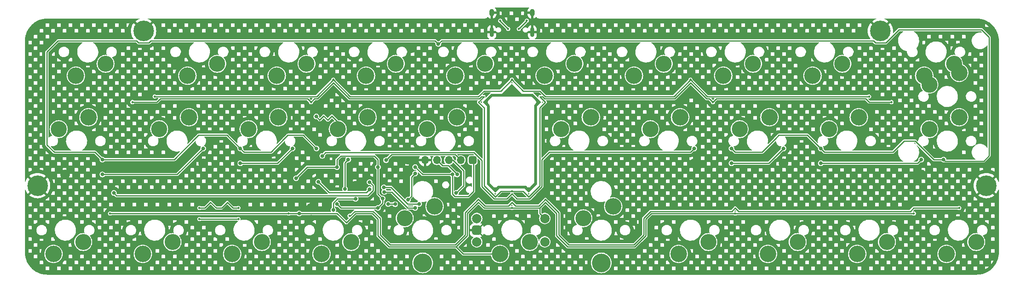
<source format=gbr>
%TF.GenerationSoftware,KiCad,Pcbnew,(7.0.0)*%
%TF.CreationDate,2024-03-09T22:34:04+01:00*%
%TF.ProjectId,kicad_tsuru,6b696361-645f-4747-9375-72752e6b6963,rev?*%
%TF.SameCoordinates,Original*%
%TF.FileFunction,Copper,L1,Top*%
%TF.FilePolarity,Positive*%
%FSLAX46Y46*%
G04 Gerber Fmt 4.6, Leading zero omitted, Abs format (unit mm)*
G04 Created by KiCad (PCBNEW (7.0.0)) date 2024-03-09 22:34:04*
%MOMM*%
%LPD*%
G01*
G04 APERTURE LIST*
G04 Aperture macros list*
%AMRoundRect*
0 Rectangle with rounded corners*
0 $1 Rounding radius*
0 $2 $3 $4 $5 $6 $7 $8 $9 X,Y pos of 4 corners*
0 Add a 4 corners polygon primitive as box body*
4,1,4,$2,$3,$4,$5,$6,$7,$8,$9,$2,$3,0*
0 Add four circle primitives for the rounded corners*
1,1,$1+$1,$2,$3*
1,1,$1+$1,$4,$5*
1,1,$1+$1,$6,$7*
1,1,$1+$1,$8,$9*
0 Add four rect primitives between the rounded corners*
20,1,$1+$1,$2,$3,$4,$5,0*
20,1,$1+$1,$4,$5,$6,$7,0*
20,1,$1+$1,$6,$7,$8,$9,0*
20,1,$1+$1,$8,$9,$2,$3,0*%
G04 Aperture macros list end*
%TA.AperFunction,ComponentPad*%
%ADD10C,3.420000*%
%TD*%
%TA.AperFunction,ComponentPad*%
%ADD11C,3.523634*%
%TD*%
%TA.AperFunction,ComponentPad*%
%ADD12C,2.000000*%
%TD*%
%TA.AperFunction,ComponentPad*%
%ADD13RoundRect,0.500000X-0.500000X-0.500000X0.500000X-0.500000X0.500000X0.500000X-0.500000X0.500000X0*%
%TD*%
%TA.AperFunction,ComponentPad*%
%ADD14RoundRect,0.425000X-0.425000X0.425000X-0.425000X-0.425000X0.425000X-0.425000X0.425000X0.425000X0*%
%TD*%
%TA.AperFunction,ComponentPad*%
%ADD15O,1.700000X1.700000*%
%TD*%
%TA.AperFunction,ComponentPad*%
%ADD16C,0.700000*%
%TD*%
%TA.AperFunction,ComponentPad*%
%ADD17C,4.400000*%
%TD*%
%TA.AperFunction,ComponentPad*%
%ADD18C,4.000000*%
%TD*%
%TA.AperFunction,ComponentPad*%
%ADD19O,1.000000X1.600000*%
%TD*%
%TA.AperFunction,ComponentPad*%
%ADD20O,0.900000X2.100000*%
%TD*%
%TA.AperFunction,ViaPad*%
%ADD21C,0.800000*%
%TD*%
%TA.AperFunction,ViaPad*%
%ADD22C,0.500000*%
%TD*%
%TA.AperFunction,Conductor*%
%ADD23C,0.250000*%
%TD*%
G04 APERTURE END LIST*
D10*
%TO.P,MX19,1,1*%
%TO.N,c8*%
X215394375Y-69266250D03*
D11*
%TO.P,MX19,2,2*%
%TO.N,Net-(D10-A1)*%
X221744375Y-66726250D03*
%TD*%
D10*
%TO.P,MX6,1,1*%
%TO.N,c5*%
X161101875Y-55296250D03*
D11*
%TO.P,MX6,2,2*%
%TO.N,Net-(D3-A2)*%
X154751875Y-57836250D03*
%TD*%
D10*
%TO.P,MX30,1,1*%
%TO.N,c9*%
X246826875Y-93396250D03*
D11*
%TO.P,MX30,2,2*%
%TO.N,Net-(D15-A2)*%
X240476875Y-95936250D03*
%TD*%
D10*
%TO.P,MX31,1,1*%
%TO.N,c10*%
X151576875Y-93396250D03*
D11*
%TO.P,MX31,2,2*%
%TO.N,r2*%
X145226875Y-95936250D03*
%TD*%
D10*
%TO.P,MX25,1,1*%
%TO.N,c4*%
X124906875Y-88316250D03*
D11*
%TO.P,MX25,2,2*%
%TO.N,Net-(D13-A1)*%
X131256875Y-85776250D03*
%TD*%
D10*
%TO.P,MX16,1,1*%
%TO.N,Net-(D8-A2)*%
X158244375Y-69266250D03*
D11*
%TO.P,MX16,2,2*%
%TO.N,c5*%
X164594375Y-66726250D03*
%TD*%
D10*
%TO.P,MX18,1,1*%
%TO.N,Net-(D9-A2)*%
X196344375Y-69266250D03*
D11*
%TO.P,MX18,2,2*%
%TO.N,c7*%
X202694375Y-66726250D03*
%TD*%
D10*
%TO.P,MX3,1,1*%
%TO.N,Net-(D2-A1)*%
X103951875Y-55296250D03*
D11*
%TO.P,MX3,2,2*%
%TO.N,c2*%
X97601875Y-57836250D03*
%TD*%
D12*
%TO.P,SW1,A,A*%
%TO.N,ENC_RIGHT*%
X140266875Y-88356250D03*
%TO.P,SW1,B,B*%
%TO.N,ENC_LEFT*%
X140266875Y-93356250D03*
D13*
%TO.P,SW1,C,C*%
%TO.N,GND*%
X140266875Y-90856250D03*
D12*
%TO.P,SW1,S1,S1*%
%TO.N,c10*%
X154766875Y-93356250D03*
%TO.P,SW1,S2,S2*%
%TO.N,r2*%
X154766875Y-88356250D03*
%TD*%
D10*
%TO.P,MX5,1,1*%
%TO.N,Net-(D3-A1)*%
X142051875Y-55296250D03*
D11*
%TO.P,MX5,2,2*%
%TO.N,c4*%
X135701875Y-57836250D03*
%TD*%
D14*
%TO.P,J3,1,Pin_1*%
%TO.N,+3.3V*%
X139376875Y-75876250D03*
D15*
%TO.P,J3,2,Pin_2*%
%TO.N,SWDIO*%
X136836874Y-75876249D03*
%TO.P,J3,3,Pin_3*%
%TO.N,SWCLK*%
X134296874Y-75876249D03*
%TO.P,J3,4,Pin_4*%
%TO.N,NRST*%
X131756874Y-75876249D03*
%TO.P,J3,5,Pin_5*%
%TO.N,GND*%
X129216874Y-75876249D03*
%TD*%
D10*
%TO.P,MX12,1,1*%
%TO.N,Net-(D6-A2)*%
X72519375Y-69266250D03*
D11*
%TO.P,MX12,2,2*%
%TO.N,c1*%
X78869375Y-66726250D03*
%TD*%
D16*
%TO.P,H3,1,1*%
%TO.N,GND*%
X44913735Y-81331322D03*
X45397009Y-80164596D03*
X45397009Y-82498048D03*
X46563735Y-79681322D03*
D17*
X46563735Y-81331322D03*
D16*
X46563735Y-82981322D03*
X47730461Y-80164596D03*
X47730461Y-82498048D03*
X48213735Y-81331322D03*
%TD*%
D10*
%TO.P,MX24,1,1*%
%TO.N,c3*%
X113476875Y-93396250D03*
D11*
%TO.P,MX24,2,2*%
%TO.N,Net-(D12-A2)*%
X107126875Y-95936250D03*
%TD*%
D10*
%TO.P,MX22,1,1*%
%TO.N,c1*%
X75376875Y-93396250D03*
D11*
%TO.P,MX22,2,2*%
%TO.N,Net-(D11-A2)*%
X69026875Y-95936250D03*
%TD*%
D10*
%TO.P,MX29,1,1*%
%TO.N,Net-(D15-A1)*%
X227776875Y-93396250D03*
D11*
%TO.P,MX29,2,2*%
%TO.N,c8*%
X221426875Y-95936250D03*
%TD*%
D16*
%TO.P,H1,1,1*%
%TO.N,GND*%
X67535667Y-48291395D03*
X68018941Y-47124669D03*
X68018941Y-49458121D03*
X69185667Y-46641395D03*
D17*
X69185667Y-48291395D03*
D16*
X69185667Y-49941395D03*
X70352393Y-47124669D03*
X70352393Y-49458121D03*
X70835667Y-48291395D03*
%TD*%
D10*
%TO.P,MX17,1,1*%
%TO.N,c6*%
X177294375Y-69266250D03*
D11*
%TO.P,MX17,2,2*%
%TO.N,Net-(D9-A1)*%
X183644375Y-66726250D03*
%TD*%
D10*
%TO.P,MX15,1,1*%
%TO.N,c4*%
X129669375Y-69266250D03*
D11*
%TO.P,MX15,2,2*%
%TO.N,Net-(D8-A1)*%
X136019375Y-66726250D03*
%TD*%
D10*
%TO.P,MX21,1,1*%
%TO.N,Net-(D11-A1)*%
X56326875Y-93396250D03*
D11*
%TO.P,MX21,2,2*%
%TO.N,c0*%
X49976875Y-95936250D03*
%TD*%
D10*
%TO.P,MX27,1,1*%
%TO.N,Net-(D14-A1)*%
X189676875Y-93396250D03*
D11*
%TO.P,MX27,2,2*%
%TO.N,c6*%
X183326875Y-95936250D03*
%TD*%
D10*
%TO.P,MX7,1,1*%
%TO.N,Net-(D4-A1)*%
X180151875Y-55296250D03*
D11*
%TO.P,MX7,2,2*%
%TO.N,c6*%
X173801875Y-57836250D03*
%TD*%
D10*
%TO.P,MX26,1,1*%
%TO.N,Net-(D13-A2)*%
X163006875Y-88316250D03*
D11*
%TO.P,MX26,2,2*%
%TO.N,c5*%
X169356875Y-85776250D03*
%TD*%
D10*
%TO.P,MX20,1,1*%
%TO.N,Net-(D10-A2)*%
X236825625Y-69266250D03*
D11*
%TO.P,MX20,2,2*%
%TO.N,c9*%
X243175625Y-66726250D03*
%TD*%
D10*
%TO.P,MX4,1,1*%
%TO.N,c3*%
X123001875Y-55296250D03*
D11*
%TO.P,MX4,2,2*%
%TO.N,Net-(D2-A2)*%
X116651875Y-57836250D03*
%TD*%
D10*
%TO.P,MX32,1,1*%
%TO.N,Net-(D5-A2)*%
X236825625Y-59741250D03*
D11*
%TO.P,MX32,2,2*%
%TO.N,c9*%
X243175625Y-57201250D03*
%TD*%
D10*
%TO.P,MX14,1,1*%
%TO.N,Net-(D7-A2)*%
X110619375Y-69266250D03*
D11*
%TO.P,MX14,2,2*%
%TO.N,c3*%
X116969375Y-66726250D03*
%TD*%
D10*
%TO.P,MX23,1,1*%
%TO.N,Net-(D12-A1)*%
X94426875Y-93396250D03*
D11*
%TO.P,MX23,2,2*%
%TO.N,c2*%
X88076875Y-95936250D03*
%TD*%
D16*
%TO.P,H2,1,1*%
%TO.N,GND*%
X224698563Y-48291395D03*
X225181837Y-47124669D03*
X225181837Y-49458121D03*
X226348563Y-46641395D03*
D17*
X226348563Y-48291395D03*
D16*
X226348563Y-49941395D03*
X227515289Y-47124669D03*
X227515289Y-49458121D03*
X227998563Y-48291395D03*
%TD*%
%TO.P,H4,1,1*%
%TO.N,GND*%
X247320495Y-81331322D03*
X247803769Y-80164596D03*
X247803769Y-82498048D03*
X248970495Y-79681322D03*
D17*
X248970495Y-81331322D03*
D16*
X248970495Y-82981322D03*
X250137221Y-80164596D03*
X250137221Y-82498048D03*
X250620495Y-81331322D03*
%TD*%
D10*
%TO.P,MX1,1,1*%
%TO.N,Net-(D1-A1)*%
X61089375Y-55296250D03*
D11*
%TO.P,MX1,2,2*%
%TO.N,c0*%
X54739375Y-57836250D03*
%TD*%
D10*
%TO.P,MX28,1,1*%
%TO.N,c7*%
X208726875Y-93396250D03*
D11*
%TO.P,MX28,2,2*%
%TO.N,Net-(D14-A2)*%
X202376875Y-95936250D03*
%TD*%
D10*
%TO.P,MX10,1,1*%
%TO.N,c9*%
X242064375Y-55296250D03*
D11*
%TO.P,MX10,2,2*%
%TO.N,Net-(D5-A2)*%
X235714375Y-57836250D03*
%TD*%
D10*
%TO.P,MX2,1,1*%
%TO.N,c1*%
X84901875Y-55296250D03*
D11*
%TO.P,MX2,2,2*%
%TO.N,Net-(D1-A2)*%
X78551875Y-57836250D03*
%TD*%
D18*
%TO.P,S1,*%
%TO.N,*%
X166816875Y-97841250D03*
X128716875Y-97841250D03*
%TD*%
D10*
%TO.P,MX11,1,1*%
%TO.N,c0*%
X51088125Y-69266250D03*
D11*
%TO.P,MX11,2,2*%
%TO.N,Net-(D6-A1)*%
X57438125Y-66726250D03*
%TD*%
D10*
%TO.P,MX8,1,1*%
%TO.N,c7*%
X199201875Y-55296250D03*
D11*
%TO.P,MX8,2,2*%
%TO.N,Net-(D4-A2)*%
X192851875Y-57836250D03*
%TD*%
D10*
%TO.P,MX13,1,1*%
%TO.N,c2*%
X91569375Y-69266250D03*
D11*
%TO.P,MX13,2,2*%
%TO.N,Net-(D7-A1)*%
X97919375Y-66726250D03*
%TD*%
D10*
%TO.P,MX9,1,1*%
%TO.N,Net-(D5-A1)*%
X218251875Y-55296250D03*
D11*
%TO.P,MX9,2,2*%
%TO.N,c8*%
X211901875Y-57836250D03*
%TD*%
D19*
%TO.P,J1,S1,SHIELD*%
%TO.N,GND*%
X143446874Y-44373749D03*
D20*
X143446874Y-48553749D03*
D19*
X152086874Y-44373749D03*
D20*
X152086874Y-48553749D03*
%TD*%
D21*
%TO.N,+3.3V*%
X101729375Y-79743750D03*
X127129375Y-77362500D03*
X135066875Y-78950000D03*
X110460625Y-77362500D03*
X119191875Y-77362500D03*
X110460625Y-85300000D03*
X119191875Y-86093750D03*
X120166875Y-84081250D03*
%TO.N,GND*%
X52448125Y-78950000D03*
X125541875Y-80537500D03*
D22*
X136816875Y-86866250D03*
D21*
X125541875Y-75775000D03*
X100935625Y-76568750D03*
X104904375Y-88008875D03*
X235079375Y-78950000D03*
X104904375Y-86093750D03*
X126335625Y-51962500D03*
X125541875Y-78156250D03*
X111254375Y-71806250D03*
X104904375Y-78156250D03*
X205710625Y-76568750D03*
X125541875Y-82918750D03*
X186660625Y-76568750D03*
X114429375Y-81331250D03*
X81885625Y-76568750D03*
D22*
%TO.N,r0*%
X223966875Y-62281250D03*
X71566875Y-62281250D03*
X147766875Y-58709375D03*
X185866875Y-58709375D03*
X109666875Y-58709375D03*
%TO.N,r1*%
X190629375Y-63471875D03*
X66804375Y-63471875D03*
X228729375Y-63471875D03*
X147766875Y-82521875D03*
X104904375Y-63471875D03*
D21*
%TO.N,Net-(D7-A2)*%
X106036875Y-66566250D03*
D22*
%TO.N,r2*%
X62041875Y-87284375D03*
X100141875Y-87284375D03*
X147766875Y-86093750D03*
X195391875Y-87284375D03*
X233491875Y-87284375D03*
D21*
X102384249Y-87283703D03*
D22*
%TO.N,Net-(J1-CC2)*%
X150926875Y-46076250D03*
X149226875Y-47836250D03*
%TO.N,Net-(J1-CC1)*%
X146946875Y-47826250D03*
X145256875Y-46096250D03*
D21*
%TO.N,+5V*%
X132065501Y-51082158D03*
X239841875Y-75775000D03*
X60385625Y-75775000D03*
X194598125Y-73393750D03*
X89823125Y-73393750D03*
X106078875Y-73393750D03*
X213648125Y-73393750D03*
%TO.N,SWDIO*%
X120903371Y-75898996D03*
%TO.N,SWCLK*%
X135860625Y-82918750D03*
D22*
%TO.N,c0*%
X81091875Y-88475000D03*
X89426250Y-88475000D03*
%TO.N,c1*%
X81091875Y-86093750D03*
X89426250Y-86093750D03*
D21*
%TO.N,c3*%
X112163549Y-82055750D03*
X112841875Y-75775000D03*
D22*
%TO.N,c9*%
X113128261Y-87773021D03*
X243175625Y-86093750D03*
D21*
%TO.N,ENC_RIGHT*%
X120457097Y-81685567D03*
X127975976Y-85247149D03*
%TO.N,ENC_LEFT*%
X120542076Y-82681451D03*
X127129375Y-86093750D03*
%TO.N,BOOT0*%
X106491875Y-80537500D03*
X117394796Y-82094940D03*
%TO.N,NRST*%
X122847625Y-85300000D03*
X109666875Y-86559875D03*
X121370451Y-85271826D03*
X125611125Y-84344652D03*
X127129375Y-78719809D03*
X114403875Y-84187239D03*
X136066378Y-78950000D03*
%TO.N,Net-(D16-DOUT)*%
X81885625Y-73393750D03*
X60385625Y-78950000D03*
%TO.N,Net-(D17-DOUT)*%
X89823125Y-76568750D03*
X100935625Y-73393750D03*
%TO.N,Net-(D18-DOUT)*%
X186660625Y-73393750D03*
X107285625Y-74981250D03*
%TO.N,Net-(D19-DOUT)*%
X205710625Y-73393750D03*
X194598125Y-76568750D03*
%TO.N,Net-(D20-DOUT)*%
X235079375Y-75775000D03*
X213648125Y-76568750D03*
%TO.N,rgb*%
X62835625Y-82918750D03*
X117394809Y-80594922D03*
%TD*%
D23*
%TO.N,+3.3V*%
X135560320Y-83643750D02*
X138493665Y-83643750D01*
X135066875Y-78950000D02*
X132685625Y-78950000D01*
X111254375Y-86093750D02*
X119191875Y-86093750D01*
X139588425Y-76087800D02*
X139376875Y-75876250D01*
X128716875Y-78950000D02*
X127129375Y-77362500D01*
X111254375Y-74981250D02*
X110460625Y-75775000D01*
X119191875Y-77362500D02*
X119191875Y-83106250D01*
X110460625Y-75775000D02*
X110460625Y-77362500D01*
X104110625Y-77362500D02*
X101729375Y-79743750D01*
X120166875Y-84081250D02*
X120166875Y-84325000D01*
X135066875Y-83150305D02*
X135560320Y-83643750D01*
X110460625Y-85300000D02*
X111254375Y-86093750D01*
X132685625Y-78950000D02*
X128716875Y-78950000D01*
X135066875Y-78950000D02*
X135066875Y-83150305D01*
X138493665Y-83643750D02*
X139588425Y-82548990D01*
X119191875Y-75775000D02*
X118398125Y-74981250D01*
X118398125Y-74981250D02*
X111254375Y-74981250D01*
X119191875Y-77362500D02*
X119191875Y-75775000D01*
X105698125Y-77362500D02*
X104110625Y-77362500D01*
X120166875Y-84081250D02*
X120166875Y-85118750D01*
X119191875Y-83106250D02*
X120166875Y-84081250D01*
X139588425Y-82548990D02*
X139588425Y-76087800D01*
X120166875Y-85118750D02*
X119191875Y-86093750D01*
X110460625Y-77362500D02*
X105698125Y-77362500D01*
%TO.N,GND*%
X140266875Y-90856250D02*
X141776875Y-92366250D01*
X140266875Y-90856250D02*
X141856875Y-89266250D01*
%TO.N,r0*%
X113238750Y-62281250D02*
X140623125Y-62281250D01*
X145385625Y-61090625D02*
X147766875Y-58709375D01*
X182295000Y-62281250D02*
X154910625Y-62281250D01*
X153720000Y-61090625D02*
X150148125Y-61090625D01*
X140623125Y-62281250D02*
X141813750Y-61090625D01*
X150148125Y-61090625D02*
X147766875Y-58709375D01*
X154910625Y-62281250D02*
X153720000Y-61090625D01*
X141813750Y-61090625D02*
X145385625Y-61090625D01*
X109666875Y-58709375D02*
X106095000Y-62281250D01*
X109666875Y-58709375D02*
X113238750Y-62281250D01*
X223966875Y-62281250D02*
X189438750Y-62281250D01*
X185866875Y-58709375D02*
X182295000Y-62281250D01*
X106095000Y-62281250D02*
X71566875Y-62281250D01*
X189438750Y-62281250D02*
X185866875Y-58709375D01*
%TO.N,r1*%
X106281396Y-62731250D02*
X109666875Y-59345771D01*
X154910625Y-63471875D02*
X153720000Y-64662500D01*
X228729375Y-63471875D02*
X223966875Y-63471875D01*
X72016875Y-63471875D02*
X66804375Y-63471875D01*
X153720000Y-81331250D02*
X151338750Y-83712500D01*
X223226250Y-62731250D02*
X222776250Y-62731250D01*
X185866875Y-59345771D02*
X182481396Y-62731250D01*
X223966875Y-63471875D02*
X223226250Y-62731250D01*
X113052354Y-62731250D02*
X140809521Y-62731250D01*
X141813750Y-64662500D02*
X141813750Y-81331250D01*
X191820000Y-62731250D02*
X191370000Y-62731250D01*
X104163750Y-62731250D02*
X103713750Y-62731250D01*
X145385625Y-82521875D02*
X147766875Y-82521875D01*
X104904375Y-63471875D02*
X105645000Y-62731250D01*
X189252354Y-62731250D02*
X185866875Y-59345771D01*
X189888750Y-62731250D02*
X189252354Y-62731250D01*
X182481396Y-62731250D02*
X154724229Y-62731250D01*
X140623125Y-63471875D02*
X141813750Y-64662500D01*
X141813750Y-81331250D02*
X144195000Y-83712500D01*
X104904375Y-63471875D02*
X104163750Y-62731250D01*
X151338750Y-83712500D02*
X150148125Y-82521875D01*
X154724229Y-62731250D02*
X154274229Y-62281250D01*
X154274229Y-62281250D02*
X153720000Y-62281250D01*
X109666875Y-59345771D02*
X113052354Y-62731250D01*
X103713750Y-62731250D02*
X73207500Y-62731250D01*
X190629375Y-63471875D02*
X189888750Y-62731250D01*
X73207500Y-62731250D02*
X72757500Y-62731250D01*
X222776250Y-62731250D02*
X192270000Y-62731250D01*
X141813750Y-62281250D02*
X140623125Y-63471875D01*
X105645000Y-62731250D02*
X106281396Y-62731250D01*
X192270000Y-62731250D02*
X191820000Y-62731250D01*
X153720000Y-62281250D02*
X154910625Y-63471875D01*
X150148125Y-82521875D02*
X147766875Y-82521875D01*
X191370000Y-62731250D02*
X190629375Y-63471875D01*
X153720000Y-64662500D02*
X153720000Y-81331250D01*
X140809521Y-62731250D02*
X141259521Y-62281250D01*
X72757500Y-62731250D02*
X72016875Y-63471875D01*
X144195000Y-83712500D02*
X145385625Y-82521875D01*
X141259521Y-62281250D02*
X141813750Y-62281250D01*
%TO.N,Net-(D7-A2)*%
X106036875Y-66566250D02*
X106751259Y-67280633D01*
X106751259Y-67280633D02*
X107583420Y-66448472D01*
X107583420Y-66448472D02*
X108476391Y-67341443D01*
X109369362Y-66448472D02*
X110619375Y-67698485D01*
X110619375Y-67698485D02*
X110619375Y-69266250D01*
X108476391Y-67341443D02*
X109369362Y-66448472D01*
%TO.N,r2*%
X145226875Y-95936250D02*
X137368750Y-95936250D01*
X114429375Y-87284375D02*
X112434063Y-89279688D01*
X119191875Y-92046875D02*
X119191875Y-88475000D01*
X118001250Y-87284375D02*
X114429375Y-87284375D01*
X159673125Y-94428125D02*
X173960625Y-94428125D01*
X157291875Y-87284375D02*
X157291875Y-92046875D01*
X154910625Y-84903125D02*
X157291875Y-87284375D01*
X157291875Y-92046875D02*
X159673125Y-94428125D01*
X147766875Y-86093750D02*
X141813750Y-86093750D01*
X138241875Y-92046875D02*
X135860625Y-94428125D01*
X176341875Y-88475000D02*
X177532500Y-87284375D01*
X138241875Y-87284375D02*
X138241875Y-92046875D01*
X101729375Y-87284375D02*
X100141875Y-87284375D01*
X147766875Y-86093750D02*
X153720000Y-86093750D01*
X110438750Y-87284375D02*
X101729375Y-87284375D01*
X153720000Y-87309375D02*
X153720000Y-86093750D01*
X101730047Y-87283703D02*
X101729375Y-87284375D01*
X137368750Y-95936250D02*
X135860625Y-94428125D01*
X62041875Y-87284375D02*
X100141875Y-87284375D01*
X173960625Y-94428125D02*
X176341875Y-92046875D01*
X121573125Y-94428125D02*
X119191875Y-92046875D01*
X195391875Y-87284375D02*
X233491875Y-87284375D01*
X141813750Y-86093750D02*
X140623125Y-84903125D01*
X153720000Y-86093750D02*
X154910625Y-84903125D01*
X102384249Y-87283703D02*
X101730047Y-87283703D01*
X112434063Y-89279688D02*
X110438750Y-87284375D01*
X154766875Y-88356250D02*
X153720000Y-87309375D01*
X177532500Y-87284375D02*
X195391875Y-87284375D01*
X135860625Y-94428125D02*
X121573125Y-94428125D01*
X176341875Y-92046875D02*
X176341875Y-88475000D01*
X140623125Y-84903125D02*
X138241875Y-87284375D01*
X119191875Y-88475000D02*
X118001250Y-87284375D01*
%TO.N,Net-(J1-CC2)*%
X150926875Y-46136250D02*
X150926875Y-46076250D01*
X149226875Y-47836250D02*
X150926875Y-46136250D01*
%TO.N,Net-(J1-CC1)*%
X145256875Y-46136250D02*
X145256875Y-46096250D01*
X146946875Y-47826250D02*
X145256875Y-46136250D01*
%TO.N,+5V*%
X224873628Y-50387350D02*
X132760309Y-50387350D01*
X233800208Y-71818600D02*
X237756608Y-75775000D01*
X68139777Y-50816395D02*
X67710732Y-50387350D01*
X60385625Y-75775000D02*
X66010625Y-75775000D01*
X132065501Y-51082158D02*
X131358343Y-50375000D01*
X99941608Y-70556250D02*
X102523125Y-70556250D01*
X103241375Y-70556250D02*
X106078875Y-73393750D01*
X237756608Y-75775000D02*
X239841875Y-75775000D01*
X240153375Y-76086500D02*
X248407217Y-76086500D01*
X249519625Y-49588408D02*
X247937317Y-48006100D01*
X70331730Y-50816395D02*
X68139777Y-50816395D01*
X230304525Y-48006100D02*
X227494230Y-50816395D01*
X195379525Y-74175150D02*
X201135606Y-74175150D01*
X225302673Y-50816395D02*
X224873628Y-50387350D01*
X99209375Y-71288483D02*
X99941608Y-70556250D01*
X48568125Y-72620000D02*
X50123275Y-74175150D01*
X75710756Y-75775000D02*
X80159375Y-71326381D01*
X80159375Y-71326381D02*
X80159375Y-71288483D01*
X48568125Y-52736250D02*
X48568125Y-72620000D01*
X80159375Y-71288483D02*
X80891608Y-70556250D01*
X89823125Y-73393750D02*
X90604525Y-74175150D01*
X201135606Y-74175150D02*
X203984375Y-71326381D01*
X66010625Y-75775000D02*
X75710756Y-75775000D01*
X204716608Y-70556250D02*
X210810625Y-70556250D01*
X247937317Y-48006100D02*
X230304525Y-48006100D01*
X249519625Y-74974092D02*
X249519625Y-49588408D01*
X203984375Y-71288483D02*
X204716608Y-70556250D01*
X99209375Y-71326381D02*
X99209375Y-71288483D01*
X96360606Y-74175150D02*
X99209375Y-71326381D01*
X67710732Y-50387350D02*
X50917025Y-50387350D01*
X80891608Y-70556250D02*
X86985625Y-70556250D01*
X90604525Y-74175150D02*
X96360606Y-74175150D01*
X239841875Y-75775000D02*
X240153375Y-76086500D01*
X50123275Y-74175150D02*
X54898125Y-74175150D01*
X50917025Y-50387350D02*
X48568125Y-52736250D01*
X54898125Y-74175150D02*
X58785775Y-74175150D01*
X102523125Y-70556250D02*
X103241375Y-70556250D01*
X70773125Y-50375000D02*
X70331730Y-50816395D01*
X231399394Y-71818600D02*
X233800208Y-71818600D01*
X210810625Y-70556250D02*
X213648125Y-73393750D01*
X229042844Y-74175150D02*
X231399394Y-71818600D01*
X194598125Y-73393750D02*
X195379525Y-74175150D01*
X214429525Y-74175150D02*
X229042844Y-74175150D01*
X227494230Y-50816395D02*
X225302673Y-50816395D01*
X131358343Y-50375000D02*
X70773125Y-50375000D01*
X203984375Y-71326381D02*
X203984375Y-71288483D01*
X213648125Y-73393750D02*
X214429525Y-74175150D01*
X248407217Y-76086500D02*
X249519625Y-74974092D01*
X58785775Y-74175150D02*
X60385625Y-75775000D01*
X132760309Y-50387350D02*
X132065501Y-51082158D01*
X86985625Y-70556250D02*
X89823125Y-73393750D01*
%TO.N,SWDIO*%
X122101117Y-74701250D02*
X135661875Y-74701250D01*
X135661875Y-74701250D02*
X136836875Y-75876250D01*
X120903371Y-75898996D02*
X122101117Y-74701250D01*
%TO.N,SWCLK*%
X134296875Y-75876250D02*
X135175174Y-75876250D01*
X137448125Y-78149201D02*
X137448125Y-81331250D01*
X137448125Y-81331250D02*
X135860625Y-82918750D01*
X135175174Y-75876250D02*
X137448125Y-78149201D01*
%TO.N,c0*%
X89426250Y-88475000D02*
X81091875Y-88475000D01*
%TO.N,c1*%
X82282500Y-86093750D02*
X81091875Y-86093750D01*
X84663750Y-86093750D02*
X83473125Y-84903125D01*
X87045000Y-84903125D02*
X85854375Y-86093750D01*
X83473125Y-84903125D02*
X82282500Y-86093750D01*
X89426250Y-86093750D02*
X88235625Y-86093750D01*
X85854375Y-86093750D02*
X84663750Y-86093750D01*
X88235625Y-86093750D02*
X87045000Y-84903125D01*
%TO.N,c3*%
X112163549Y-76453326D02*
X112841875Y-75775000D01*
X112163549Y-80537500D02*
X112163549Y-76453326D01*
X112163549Y-82055750D02*
X112163549Y-80537500D01*
%TO.N,c9*%
X137791875Y-91860479D02*
X135674229Y-93978125D01*
X195391875Y-86093750D02*
X194651250Y-86834375D01*
X173774229Y-93978125D02*
X159859521Y-93978125D01*
X147766875Y-84903125D02*
X147026250Y-85643750D01*
X114242979Y-86834375D02*
X113238750Y-87838604D01*
X137791875Y-87097979D02*
X137791875Y-91860479D01*
X140623125Y-84266729D02*
X137791875Y-87097979D01*
X119641875Y-88288604D02*
X118187646Y-86834375D01*
X142000146Y-85643750D02*
X140623125Y-84266729D01*
X148507500Y-85643750D02*
X147766875Y-84903125D01*
X194651250Y-86834375D02*
X177346104Y-86834375D01*
X233491875Y-86093750D02*
X232751250Y-86834375D01*
X153533604Y-85643750D02*
X148507500Y-85643750D01*
X232751250Y-86834375D02*
X196132500Y-86834375D01*
X119641875Y-91860479D02*
X119641875Y-88288604D01*
X175891875Y-88288604D02*
X175891875Y-91860479D01*
X154910625Y-84266729D02*
X153533604Y-85643750D01*
X243175625Y-86093750D02*
X233491875Y-86093750D01*
X196132500Y-86834375D02*
X195391875Y-86093750D01*
X113238750Y-87838604D02*
X113173167Y-87773021D01*
X113173167Y-87773021D02*
X113128261Y-87773021D01*
X121759521Y-93978125D02*
X119641875Y-91860479D01*
X177346104Y-86834375D02*
X175891875Y-88288604D01*
X159859521Y-93978125D02*
X157741875Y-91860479D01*
X157741875Y-87097979D02*
X154910625Y-84266729D01*
X175891875Y-91860479D02*
X173774229Y-93978125D01*
X147026250Y-85643750D02*
X142000146Y-85643750D01*
X118187646Y-86834375D02*
X114242979Y-86834375D01*
X157741875Y-91860479D02*
X157741875Y-87097979D01*
X135674229Y-93978125D02*
X121759521Y-93978125D01*
%TO.N,ENC_RIGHT*%
X120457097Y-81685567D02*
X121927442Y-81685567D01*
X121927442Y-81685567D02*
X125489024Y-85247149D01*
X125489024Y-85247149D02*
X127975976Y-85247149D01*
%TO.N,ENC_LEFT*%
X122129576Y-82681451D02*
X125541875Y-86093750D01*
X120542076Y-82681451D02*
X122129576Y-82681451D01*
X125541875Y-86093750D02*
X127129375Y-86093750D01*
%TO.N,BOOT0*%
X116708986Y-82780750D02*
X108735125Y-82780750D01*
X117394796Y-82094940D02*
X116708986Y-82780750D01*
X108735125Y-82780750D02*
X106491875Y-80537500D01*
%TO.N,NRST*%
X126335625Y-83620152D02*
X126335625Y-79513559D01*
X121370451Y-85271826D02*
X122819451Y-85271826D01*
X126335625Y-79513559D02*
X127129375Y-78719809D01*
X122819451Y-85271826D02*
X122847625Y-85300000D01*
X136066378Y-78924198D02*
X134193430Y-77051250D01*
X110548081Y-84187239D02*
X109666875Y-85068445D01*
X132931875Y-77051250D02*
X131756875Y-75876250D01*
X114403875Y-84187239D02*
X110548081Y-84187239D01*
X136066378Y-78950000D02*
X136066378Y-78924198D01*
X109666875Y-85068445D02*
X109666875Y-86559875D01*
X125611125Y-84344652D02*
X126335625Y-83620152D01*
X134193430Y-77051250D02*
X132931875Y-77051250D01*
%TO.N,Net-(D16-DOUT)*%
X81885625Y-73393750D02*
X76329375Y-78950000D01*
X76329375Y-78950000D02*
X60385625Y-78950000D01*
%TO.N,Net-(D17-DOUT)*%
X89823125Y-76568750D02*
X97760625Y-76568750D01*
X97760625Y-76568750D02*
X100935625Y-73393750D01*
%TO.N,Net-(D18-DOUT)*%
X144008604Y-84162500D02*
X146701250Y-84162500D01*
X155757500Y-74187500D02*
X157291875Y-74187500D01*
X154170000Y-75775000D02*
X155757500Y-74187500D01*
X147766875Y-83096875D02*
X148832500Y-84162500D01*
X157304225Y-74175150D02*
X185879225Y-74175150D01*
X148832500Y-84162500D02*
X151525146Y-84162500D01*
X141363750Y-75952465D02*
X141363750Y-81517646D01*
X107285625Y-74981250D02*
X108015625Y-74251250D01*
X108015625Y-74251250D02*
X139662535Y-74251250D01*
X146701250Y-84162500D02*
X147766875Y-83096875D01*
X185879225Y-74175150D02*
X186660625Y-73393750D01*
X151525146Y-84162500D02*
X154170000Y-81517646D01*
X141363750Y-81517646D02*
X144008604Y-84162500D01*
X157291875Y-74187500D02*
X157304225Y-74175150D01*
X139662535Y-74251250D02*
X141363750Y-75952465D01*
X154170000Y-81517646D02*
X154170000Y-75775000D01*
%TO.N,Net-(D19-DOUT)*%
X194598125Y-76568750D02*
X202535625Y-76568750D01*
X202535625Y-76568750D02*
X205710625Y-73393750D01*
%TO.N,Net-(D20-DOUT)*%
X234285625Y-76568750D02*
X235079375Y-75775000D01*
X213648125Y-76568750D02*
X234285625Y-76568750D01*
%TO.N,rgb*%
X118119796Y-81319909D02*
X118119796Y-82395245D01*
X118119796Y-82395245D02*
X117052802Y-83462239D01*
X117052802Y-83462239D02*
X63379114Y-83462239D01*
X117394809Y-80594922D02*
X118119796Y-81319909D01*
X63379114Y-83462239D02*
X62835625Y-82918750D01*
%TD*%
%TA.AperFunction,NonConductor*%
G36*
X147811150Y-59646553D02*
G01*
X149850714Y-61685960D01*
X152206082Y-61685960D01*
X152250276Y-61704266D01*
X153767918Y-63221893D01*
X153973714Y-63427686D01*
X153989891Y-63455705D01*
X153989889Y-63488059D01*
X153973710Y-63516078D01*
X153129127Y-64360518D01*
X153129125Y-64360520D01*
X153124772Y-64364873D01*
X153124772Y-64371032D01*
X153124772Y-81007779D01*
X153106468Y-81051971D01*
X151383192Y-82775408D01*
X151355174Y-82791586D01*
X151322821Y-82791587D01*
X151294802Y-82775410D01*
X150454818Y-81935426D01*
X150446028Y-81926636D01*
X150433599Y-81926635D01*
X150433597Y-81926635D01*
X145094358Y-81926587D01*
X145088202Y-81926587D01*
X145083849Y-81930939D01*
X145083849Y-81930940D01*
X144239424Y-82775410D01*
X144211406Y-82791587D01*
X144179053Y-82791588D01*
X144151035Y-82775411D01*
X142427595Y-81051971D01*
X142409289Y-81007777D01*
X142409289Y-64377305D01*
X142409289Y-64364873D01*
X141560510Y-63516077D01*
X141542208Y-63471888D01*
X142612576Y-63471888D01*
X142612969Y-63475376D01*
X142612969Y-63475377D01*
X142624808Y-63580472D01*
X142624809Y-63580477D01*
X142625202Y-63583964D01*
X142626359Y-63587272D01*
X142626361Y-63587278D01*
X142661294Y-63687110D01*
X142661296Y-63687115D01*
X142662453Y-63690420D01*
X142664319Y-63693389D01*
X142720593Y-63782946D01*
X142720596Y-63782950D01*
X142722460Y-63785916D01*
X142724940Y-63788396D01*
X142724941Y-63788397D01*
X142762267Y-63825721D01*
X142855477Y-63918931D01*
X142859596Y-63923475D01*
X142866621Y-63932035D01*
X142867891Y-63933635D01*
X142924490Y-64007388D01*
X142930026Y-64015974D01*
X142946320Y-64046456D01*
X142948943Y-64052000D01*
X142975949Y-64117191D01*
X142978015Y-64122967D01*
X142988046Y-64156032D01*
X142990204Y-64166024D01*
X143002370Y-64258497D01*
X143002602Y-64260516D01*
X143003649Y-64271135D01*
X143003951Y-64277268D01*
X143003951Y-80528847D01*
X143003950Y-80528854D01*
X143003945Y-80528854D01*
X143003957Y-80578147D01*
X143004555Y-80581151D01*
X143004556Y-80581160D01*
X143022607Y-80671831D01*
X143022608Y-80671836D01*
X143023206Y-80674837D01*
X143060935Y-80765918D01*
X143115696Y-80847897D01*
X143117860Y-80850062D01*
X143117861Y-80850063D01*
X143150471Y-80882687D01*
X143148679Y-80884477D01*
X143148683Y-80884480D01*
X143150473Y-80882691D01*
X143840748Y-81572966D01*
X143840796Y-81573038D01*
X143840809Y-81573026D01*
X143841162Y-81573380D01*
X143841162Y-81573379D01*
X143841233Y-81573450D01*
X143841306Y-81573480D01*
X143841419Y-81573573D01*
X143881069Y-81613220D01*
X143976563Y-81673219D01*
X144083014Y-81710467D01*
X144195083Y-81723096D01*
X144307154Y-81710474D01*
X144413606Y-81673233D01*
X144509105Y-81613241D01*
X144548910Y-81573444D01*
X144551144Y-81575679D01*
X144551147Y-81575676D01*
X144548913Y-81573443D01*
X144548914Y-81573443D01*
X144642139Y-81480212D01*
X144646643Y-81476130D01*
X144655307Y-81469018D01*
X144656748Y-81467874D01*
X144730589Y-81411205D01*
X144739151Y-81405684D01*
X144769672Y-81389368D01*
X144775173Y-81386766D01*
X144840405Y-81359743D01*
X144846149Y-81357688D01*
X144879235Y-81347650D01*
X144889204Y-81345498D01*
X144981819Y-81333314D01*
X144983815Y-81333084D01*
X144994299Y-81332051D01*
X145000423Y-81331751D01*
X150533363Y-81331772D01*
X150539449Y-81332072D01*
X150550549Y-81333165D01*
X150552435Y-81333382D01*
X150644699Y-81345531D01*
X150654661Y-81347682D01*
X150687763Y-81357724D01*
X150693504Y-81359779D01*
X150758725Y-81386795D01*
X150764244Y-81389404D01*
X150794688Y-81405677D01*
X150794739Y-81405704D01*
X150803322Y-81411239D01*
X150877066Y-81467822D01*
X150878671Y-81469095D01*
X150887244Y-81476131D01*
X150891787Y-81480249D01*
X150984512Y-81572974D01*
X150984563Y-81573050D01*
X150984576Y-81573038D01*
X150984910Y-81573373D01*
X150984922Y-81573391D01*
X150984894Y-81573420D01*
X150985037Y-81573563D01*
X151022284Y-81610819D01*
X151022286Y-81610821D01*
X151024769Y-81613304D01*
X151120272Y-81673322D01*
X151226737Y-81710579D01*
X151230226Y-81710972D01*
X151334367Y-81722703D01*
X151338824Y-81723205D01*
X151450910Y-81710568D01*
X151557372Y-81673301D01*
X151652869Y-81613273D01*
X151692656Y-81573468D01*
X151692672Y-81573458D01*
X151692671Y-81573457D01*
X151860451Y-81405677D01*
X152382952Y-80883174D01*
X152383029Y-80883130D01*
X152383013Y-80883114D01*
X152383367Y-80882761D01*
X152383381Y-80882775D01*
X152418238Y-80847917D01*
X152473011Y-80765939D01*
X152510736Y-80674849D01*
X152529964Y-80578150D01*
X152529959Y-80528854D01*
X152529959Y-80528354D01*
X152529959Y-64277368D01*
X152530258Y-64271264D01*
X152531355Y-64260126D01*
X152531565Y-64258302D01*
X152543714Y-64166006D01*
X152545860Y-64156065D01*
X152555909Y-64122937D01*
X152557958Y-64117211D01*
X152584983Y-64051963D01*
X152587572Y-64046486D01*
X152603884Y-64015966D01*
X152609402Y-64007409D01*
X152666322Y-63933237D01*
X152667487Y-63931768D01*
X152674210Y-63923575D01*
X152678303Y-63919060D01*
X152771538Y-63825825D01*
X152771579Y-63825797D01*
X152771588Y-63825806D01*
X152811466Y-63785930D01*
X152871475Y-63690429D01*
X152908726Y-63583968D01*
X152921353Y-63471888D01*
X152908721Y-63359808D01*
X152871464Y-63253349D01*
X152811451Y-63157851D01*
X152771642Y-63118048D01*
X152771642Y-63118047D01*
X152771571Y-63117976D01*
X152771572Y-63117976D01*
X152771218Y-63117623D01*
X152080974Y-62427378D01*
X152080949Y-62427346D01*
X152080955Y-62427341D01*
X152074547Y-62420934D01*
X152048267Y-62394660D01*
X152048264Y-62394657D01*
X152046094Y-62392488D01*
X152043541Y-62390782D01*
X152043538Y-62390780D01*
X151966670Y-62339428D01*
X151966663Y-62339424D01*
X151964115Y-62337722D01*
X151961273Y-62336545D01*
X151875871Y-62301174D01*
X151875870Y-62301173D01*
X151873029Y-62299997D01*
X151870019Y-62299398D01*
X151870012Y-62299396D01*
X151779345Y-62281360D01*
X151776334Y-62280761D01*
X151773271Y-62280760D01*
X151773263Y-62280760D01*
X151727138Y-62280758D01*
X143806898Y-62280758D01*
X143806871Y-62280755D01*
X143806871Y-62280750D01*
X143806836Y-62280750D01*
X143760645Y-62280751D01*
X143760636Y-62280751D01*
X143757576Y-62280752D01*
X143754573Y-62281349D01*
X143754567Y-62281350D01*
X143663893Y-62299390D01*
X143663885Y-62299392D01*
X143660881Y-62299990D01*
X143658044Y-62301164D01*
X143658041Y-62301166D01*
X143572634Y-62336545D01*
X143572630Y-62336546D01*
X143569796Y-62337721D01*
X143567249Y-62339422D01*
X143567241Y-62339427D01*
X143490377Y-62390786D01*
X143490371Y-62390790D01*
X143487822Y-62392494D01*
X143485655Y-62394660D01*
X143485650Y-62394665D01*
X143453036Y-62427279D01*
X143453036Y-62427278D01*
X142762353Y-63117960D01*
X142762348Y-63117965D01*
X142762268Y-63118046D01*
X142762253Y-63118081D01*
X142762202Y-63118142D01*
X142722476Y-63157865D01*
X142720610Y-63160834D01*
X142720607Y-63160838D01*
X142664330Y-63250387D01*
X142664326Y-63250394D01*
X142662464Y-63253358D01*
X142661308Y-63256661D01*
X142661304Y-63256670D01*
X142626365Y-63356504D01*
X142626363Y-63356509D01*
X142625208Y-63359812D01*
X142624816Y-63363289D01*
X142624815Y-63363294D01*
X142615824Y-63443068D01*
X142612576Y-63471888D01*
X141542208Y-63471888D01*
X141542206Y-63471884D01*
X141560512Y-63427690D01*
X141737829Y-63250375D01*
X143283956Y-61704263D01*
X143328144Y-61685959D01*
X145683516Y-61685945D01*
X147722763Y-59646555D01*
X147766956Y-59628249D01*
X147811150Y-59646553D01*
G37*
%TD.AperFunction*%
%TA.AperFunction,Conductor*%
%TO.N,GND*%
G36*
X118281605Y-75325056D02*
G01*
X118848069Y-75891520D01*
X118866375Y-75935714D01*
X118866375Y-76824529D01*
X118859930Y-76852172D01*
X118841923Y-76874112D01*
X118834424Y-76879868D01*
X118766837Y-76931728D01*
X118766833Y-76931731D01*
X118763593Y-76934218D01*
X118761106Y-76937458D01*
X118761102Y-76937463D01*
X118669829Y-77056412D01*
X118669824Y-77056419D01*
X118667339Y-77059659D01*
X118665774Y-77063435D01*
X118665771Y-77063442D01*
X118608399Y-77201951D01*
X118608397Y-77201955D01*
X118606831Y-77205738D01*
X118606296Y-77209798D01*
X118606296Y-77209800D01*
X118587518Y-77352437D01*
X118586193Y-77362500D01*
X118606831Y-77519262D01*
X118608398Y-77523046D01*
X118608399Y-77523048D01*
X118665771Y-77661557D01*
X118665773Y-77661560D01*
X118667339Y-77665341D01*
X118669826Y-77668583D01*
X118669829Y-77668587D01*
X118729716Y-77746633D01*
X118763593Y-77790782D01*
X118841923Y-77850887D01*
X118859930Y-77872828D01*
X118866375Y-77900471D01*
X118866375Y-83089309D01*
X118866137Y-83094756D01*
X118863087Y-83129609D01*
X118863087Y-83129612D01*
X118862611Y-83135057D01*
X118873083Y-83174139D01*
X118874262Y-83179459D01*
X118880337Y-83213911D01*
X118880338Y-83213914D01*
X118881287Y-83219295D01*
X118884019Y-83224027D01*
X118884021Y-83224032D01*
X118884443Y-83224763D01*
X118890687Y-83239836D01*
X118890905Y-83240652D01*
X118890906Y-83240655D01*
X118892321Y-83245934D01*
X118895456Y-83250412D01*
X118895457Y-83250413D01*
X118915520Y-83279066D01*
X118918449Y-83283663D01*
X118938681Y-83318705D01*
X118969675Y-83344712D01*
X118973695Y-83348396D01*
X119556309Y-83931010D01*
X119571298Y-83955114D01*
X119574080Y-83983362D01*
X119573724Y-83986070D01*
X119561193Y-84081250D01*
X119561728Y-84085314D01*
X119574733Y-84184101D01*
X119581831Y-84238012D01*
X119583398Y-84241796D01*
X119583399Y-84241798D01*
X119640771Y-84380307D01*
X119640773Y-84380310D01*
X119642339Y-84384091D01*
X119644826Y-84387333D01*
X119644829Y-84387337D01*
X119729246Y-84497351D01*
X119738593Y-84509532D01*
X119816923Y-84569637D01*
X119834930Y-84591578D01*
X119841375Y-84619221D01*
X119841375Y-84958035D01*
X119836617Y-84981953D01*
X119823069Y-85002229D01*
X119342114Y-85483183D01*
X119318010Y-85498172D01*
X119289763Y-85500954D01*
X119195940Y-85488603D01*
X119195939Y-85488603D01*
X119191875Y-85488068D01*
X119187811Y-85488603D01*
X119039175Y-85508171D01*
X119039173Y-85508171D01*
X119035113Y-85508706D01*
X119031330Y-85510272D01*
X119031326Y-85510274D01*
X118892817Y-85567646D01*
X118892810Y-85567649D01*
X118889034Y-85569214D01*
X118885794Y-85571699D01*
X118885787Y-85571704D01*
X118766838Y-85662977D01*
X118766833Y-85662981D01*
X118763593Y-85665468D01*
X118761106Y-85668708D01*
X118761103Y-85668712D01*
X118745184Y-85689459D01*
X118715395Y-85728282D01*
X118703489Y-85743798D01*
X118681547Y-85761805D01*
X118653904Y-85768250D01*
X111415089Y-85768250D01*
X111370895Y-85749944D01*
X111071190Y-85450239D01*
X111056201Y-85426135D01*
X111053419Y-85397887D01*
X111053898Y-85394253D01*
X111066307Y-85300000D01*
X111045669Y-85143238D01*
X110985161Y-84997159D01*
X110982671Y-84993914D01*
X110982670Y-84993912D01*
X110891396Y-84874962D01*
X110891395Y-84874961D01*
X110888907Y-84871718D01*
X110856418Y-84846788D01*
X110766712Y-84777954D01*
X110766708Y-84777951D01*
X110763466Y-84775464D01*
X110759685Y-84773898D01*
X110759682Y-84773896D01*
X110621171Y-84716523D01*
X110621168Y-84716522D01*
X110617387Y-84714956D01*
X110613611Y-84714458D01*
X110578682Y-84689998D01*
X110567619Y-84648703D01*
X110585684Y-84609961D01*
X110664603Y-84531043D01*
X110708796Y-84512739D01*
X113865904Y-84512739D01*
X113893547Y-84519184D01*
X113915487Y-84537190D01*
X113975593Y-84615521D01*
X113978837Y-84618010D01*
X113978838Y-84618011D01*
X114097787Y-84709284D01*
X114097789Y-84709285D01*
X114101034Y-84711775D01*
X114247113Y-84772283D01*
X114403875Y-84792921D01*
X114560637Y-84772283D01*
X114706716Y-84711775D01*
X114832157Y-84615521D01*
X114928411Y-84490080D01*
X114940223Y-84461563D01*
X117559400Y-84461563D01*
X117612590Y-84514754D01*
X118267921Y-84514754D01*
X118321112Y-84461563D01*
X118321112Y-83806232D01*
X118274037Y-83759158D01*
X117845036Y-84188158D01*
X117838274Y-84196219D01*
X117834587Y-84200243D01*
X117757779Y-84277052D01*
X117753759Y-84280736D01*
X117737130Y-84294689D01*
X117732804Y-84298009D01*
X117643839Y-84360301D01*
X117639235Y-84363233D01*
X117630141Y-84368481D01*
X117621543Y-84374504D01*
X117616939Y-84377438D01*
X117559400Y-84410658D01*
X117559400Y-84461563D01*
X114940223Y-84461563D01*
X114988919Y-84344001D01*
X115009557Y-84187239D01*
X114988919Y-84030477D01*
X114928411Y-83884398D01*
X114926094Y-83881378D01*
X114918691Y-83839384D01*
X114940068Y-83802361D01*
X114980241Y-83787739D01*
X117035861Y-83787739D01*
X117041308Y-83787977D01*
X117081609Y-83791503D01*
X117120715Y-83781023D01*
X117125994Y-83779853D01*
X117165847Y-83772827D01*
X117171309Y-83769672D01*
X117186391Y-83763425D01*
X117192486Y-83761793D01*
X117225632Y-83738582D01*
X117230225Y-83735658D01*
X117239496Y-83730306D01*
X117265257Y-83715433D01*
X117291275Y-83684423D01*
X117294938Y-83680427D01*
X118337991Y-82637375D01*
X118341989Y-82633711D01*
X118372990Y-82607700D01*
X118393228Y-82572644D01*
X118396126Y-82568094D01*
X118419349Y-82534929D01*
X118420982Y-82528834D01*
X118427228Y-82513755D01*
X118430384Y-82508290D01*
X118437411Y-82468433D01*
X118438587Y-82463130D01*
X118449059Y-82424052D01*
X118445534Y-82383759D01*
X118445296Y-82378312D01*
X118445296Y-81336839D01*
X118445534Y-81331392D01*
X118446768Y-81317291D01*
X118449059Y-81291102D01*
X118438589Y-81252032D01*
X118437410Y-81246712D01*
X118435962Y-81238498D01*
X118430384Y-81206864D01*
X118427226Y-81201394D01*
X118420981Y-81186316D01*
X118420764Y-81185506D01*
X118419349Y-81180225D01*
X118416213Y-81175746D01*
X118416212Y-81175744D01*
X118396149Y-81147091D01*
X118393219Y-81142493D01*
X118392813Y-81141790D01*
X118372990Y-81107454D01*
X118364092Y-81099988D01*
X118342000Y-81081450D01*
X118337980Y-81077766D01*
X118191879Y-80931665D01*
X118005373Y-80745160D01*
X117990385Y-80721057D01*
X117987603Y-80692809D01*
X117990372Y-80671783D01*
X118000491Y-80594922D01*
X117979853Y-80438160D01*
X117919345Y-80292081D01*
X117916855Y-80288836D01*
X117916854Y-80288834D01*
X117848812Y-80200160D01*
X117823091Y-80166640D01*
X117772582Y-80127883D01*
X117700896Y-80072876D01*
X117700892Y-80072873D01*
X117697650Y-80070386D01*
X117693869Y-80068820D01*
X117693866Y-80068818D01*
X117555357Y-80011446D01*
X117555355Y-80011445D01*
X117551571Y-80009878D01*
X117547508Y-80009343D01*
X117398873Y-79989775D01*
X117394809Y-79989240D01*
X117390745Y-79989775D01*
X117242109Y-80009343D01*
X117242107Y-80009343D01*
X117238047Y-80009878D01*
X117234264Y-80011444D01*
X117234260Y-80011446D01*
X117095751Y-80068818D01*
X117095744Y-80068821D01*
X117091968Y-80070386D01*
X117088728Y-80072871D01*
X117088721Y-80072876D01*
X116969771Y-80164150D01*
X116969767Y-80164153D01*
X116966527Y-80166640D01*
X116964040Y-80169880D01*
X116964037Y-80169884D01*
X116872763Y-80288834D01*
X116872758Y-80288841D01*
X116870273Y-80292081D01*
X116868708Y-80295857D01*
X116868705Y-80295864D01*
X116811333Y-80434373D01*
X116811331Y-80434377D01*
X116809765Y-80438160D01*
X116809230Y-80442220D01*
X116809230Y-80442222D01*
X116795679Y-80545151D01*
X116789127Y-80594922D01*
X116789662Y-80598985D01*
X116789662Y-80598986D01*
X116807945Y-80737864D01*
X116809765Y-80751684D01*
X116811332Y-80755468D01*
X116811333Y-80755470D01*
X116868705Y-80893979D01*
X116868707Y-80893982D01*
X116870273Y-80897763D01*
X116872760Y-80901005D01*
X116872763Y-80901009D01*
X116927197Y-80971948D01*
X116966527Y-81023204D01*
X116995902Y-81045744D01*
X117088721Y-81116967D01*
X117088723Y-81116968D01*
X117091968Y-81119458D01*
X117238047Y-81179966D01*
X117394809Y-81200604D01*
X117492697Y-81187716D01*
X117520944Y-81190498D01*
X117545047Y-81205486D01*
X117662091Y-81322531D01*
X117775990Y-81436430D01*
X117794296Y-81480624D01*
X117794296Y-81518574D01*
X117779674Y-81558747D01*
X117742651Y-81580124D01*
X117700656Y-81572720D01*
X117697637Y-81570404D01*
X117693856Y-81568838D01*
X117693853Y-81568836D01*
X117555344Y-81511464D01*
X117555342Y-81511463D01*
X117551558Y-81509896D01*
X117547495Y-81509361D01*
X117398860Y-81489793D01*
X117394796Y-81489258D01*
X117390732Y-81489793D01*
X117242096Y-81509361D01*
X117242094Y-81509361D01*
X117238034Y-81509896D01*
X117234251Y-81511462D01*
X117234247Y-81511464D01*
X117095738Y-81568836D01*
X117095731Y-81568839D01*
X117091955Y-81570404D01*
X117088715Y-81572889D01*
X117088708Y-81572894D01*
X116969758Y-81664168D01*
X116969754Y-81664171D01*
X116966514Y-81666658D01*
X116964027Y-81669898D01*
X116964024Y-81669902D01*
X116872750Y-81788852D01*
X116872745Y-81788859D01*
X116870260Y-81792099D01*
X116868695Y-81795875D01*
X116868692Y-81795882D01*
X116811320Y-81934391D01*
X116811318Y-81934395D01*
X116809752Y-81938178D01*
X116809217Y-81942238D01*
X116809217Y-81942240D01*
X116794273Y-82055750D01*
X116789114Y-82094940D01*
X116789649Y-82099004D01*
X116802001Y-82192827D01*
X116799219Y-82221075D01*
X116784230Y-82245179D01*
X116592466Y-82436944D01*
X116572190Y-82450492D01*
X116548272Y-82455250D01*
X112739915Y-82455250D01*
X112699742Y-82440628D01*
X112678365Y-82403605D01*
X112685768Y-82361610D01*
X112688085Y-82358591D01*
X112748593Y-82212512D01*
X112769231Y-82055750D01*
X112748593Y-81898988D01*
X112688085Y-81752909D01*
X112685595Y-81749664D01*
X112685594Y-81749662D01*
X112594321Y-81630713D01*
X112594320Y-81630712D01*
X112591831Y-81627468D01*
X112513500Y-81567362D01*
X112495494Y-81545422D01*
X112489049Y-81517779D01*
X112489049Y-80499306D01*
X113847089Y-80499306D01*
X113859380Y-80489219D01*
X113869567Y-80482412D01*
X114034605Y-80394197D01*
X114045924Y-80389508D01*
X114224999Y-80335186D01*
X114237016Y-80332796D01*
X114423249Y-80314454D01*
X114435501Y-80314454D01*
X114608801Y-80331522D01*
X114608801Y-80093922D01*
X114555610Y-80040731D01*
X113900280Y-80040731D01*
X113847089Y-80093922D01*
X113847089Y-80499306D01*
X112489049Y-80499306D01*
X112489049Y-79511815D01*
X115084526Y-79511815D01*
X115137716Y-79565006D01*
X115793047Y-79565006D01*
X115846238Y-79511815D01*
X115846238Y-79256455D01*
X117559400Y-79256455D01*
X117649204Y-79268278D01*
X117653239Y-79268944D01*
X117733171Y-79284843D01*
X117737155Y-79285772D01*
X117752915Y-79289995D01*
X117756828Y-79291182D01*
X117833991Y-79317376D01*
X117837819Y-79318817D01*
X117983898Y-79379325D01*
X117987621Y-79381012D01*
X118060682Y-79417039D01*
X118064288Y-79418966D01*
X118078418Y-79427123D01*
X118081893Y-79429283D01*
X118118375Y-79453658D01*
X118118375Y-78803294D01*
X117612590Y-78803294D01*
X117559400Y-78856485D01*
X117559400Y-79256455D01*
X115846238Y-79256455D01*
X115846238Y-78856485D01*
X115793047Y-78803294D01*
X115137716Y-78803294D01*
X115084526Y-78856485D01*
X115084526Y-79511815D01*
X112489049Y-79511815D01*
X112489049Y-78274379D01*
X113847089Y-78274379D01*
X113900280Y-78327569D01*
X114555610Y-78327569D01*
X114608801Y-78274379D01*
X116321963Y-78274379D01*
X116375153Y-78327569D01*
X117030484Y-78327569D01*
X117083675Y-78274379D01*
X117083675Y-77619048D01*
X117030484Y-77565857D01*
X116375153Y-77565857D01*
X116321963Y-77619048D01*
X116321963Y-78274379D01*
X114608801Y-78274379D01*
X114608801Y-77619048D01*
X114555610Y-77565857D01*
X113900280Y-77565857D01*
X113847089Y-77619048D01*
X113847089Y-78274379D01*
X112489049Y-78274379D01*
X112489049Y-77036942D01*
X115084526Y-77036942D01*
X115137716Y-77090132D01*
X115793047Y-77090132D01*
X115846238Y-77036942D01*
X117559400Y-77036942D01*
X117612590Y-77090132D01*
X117868669Y-77090132D01*
X117881796Y-77024138D01*
X117882725Y-77020154D01*
X117886948Y-77004394D01*
X117888135Y-77000481D01*
X117914329Y-76923318D01*
X117915770Y-76919490D01*
X117976278Y-76773411D01*
X117977965Y-76769688D01*
X118013992Y-76696627D01*
X118015919Y-76693021D01*
X118024076Y-76678891D01*
X118026236Y-76675416D01*
X118071526Y-76607631D01*
X118073909Y-76604306D01*
X118118375Y-76546356D01*
X118118375Y-76328420D01*
X117612590Y-76328420D01*
X117559400Y-76381611D01*
X117559400Y-77036942D01*
X115846238Y-77036942D01*
X115846238Y-76381611D01*
X115793047Y-76328420D01*
X115137716Y-76328420D01*
X115084526Y-76381611D01*
X115084526Y-77036942D01*
X112489049Y-77036942D01*
X112489049Y-76614040D01*
X112507355Y-76569846D01*
X112550461Y-76526740D01*
X112691636Y-76385563D01*
X112715738Y-76370576D01*
X112743985Y-76367794D01*
X112841875Y-76380682D01*
X112998637Y-76360044D01*
X113144716Y-76299536D01*
X113270157Y-76203282D01*
X113366411Y-76077841D01*
X113426919Y-75931762D01*
X113447557Y-75775000D01*
X113426919Y-75618238D01*
X113366411Y-75472159D01*
X113363918Y-75468911D01*
X113363917Y-75468908D01*
X113316642Y-75407297D01*
X113303965Y-75363803D01*
X113324003Y-75323170D01*
X113366227Y-75306750D01*
X118237411Y-75306750D01*
X118281605Y-75325056D01*
G37*
%TD.AperFunction*%
%TA.AperFunction,Conductor*%
G36*
X151399821Y-43242480D02*
G01*
X151422810Y-43271042D01*
X151425825Y-43307582D01*
X151407830Y-43339525D01*
X151326500Y-43416834D01*
X151322394Y-43421618D01*
X151209829Y-43583343D01*
X151206768Y-43588858D01*
X151129062Y-43769935D01*
X151127178Y-43775941D01*
X151087513Y-43968953D01*
X151086875Y-43975233D01*
X151086875Y-44111319D01*
X151090516Y-44120108D01*
X151099306Y-44123750D01*
X152274375Y-44123750D01*
X152318569Y-44142056D01*
X152336875Y-44186250D01*
X152336875Y-45638082D01*
X152338860Y-45644804D01*
X152342810Y-45645341D01*
X152526565Y-45577286D01*
X152532234Y-45574505D01*
X152699444Y-45470282D01*
X152704436Y-45466418D01*
X152847249Y-45330664D01*
X152851357Y-45325880D01*
X152866844Y-45303628D01*
X152898803Y-45279897D01*
X152938607Y-45280275D01*
X152970110Y-45304608D01*
X152992645Y-45338335D01*
X152992647Y-45338338D01*
X152994356Y-45340895D01*
X153098888Y-45445430D01*
X153221805Y-45527564D01*
X153358384Y-45584138D01*
X153503376Y-45612981D01*
X153577191Y-45612981D01*
X153577192Y-45612981D01*
X153577193Y-45612982D01*
X153577292Y-45612982D01*
X225457704Y-45612982D01*
X225498438Y-45628079D01*
X225519492Y-45666078D01*
X225510696Y-45708620D01*
X225476298Y-45735152D01*
X225391188Y-45761673D01*
X225387655Y-45763013D01*
X225093228Y-45895523D01*
X225089907Y-45897267D01*
X224813599Y-46064301D01*
X224810501Y-46066439D01*
X224630574Y-46207402D01*
X224626507Y-46213047D01*
X224629865Y-46219144D01*
X226342742Y-47932021D01*
X226348563Y-47935382D01*
X226354383Y-47932021D01*
X228067259Y-46219144D01*
X228070617Y-46213047D01*
X228066550Y-46207402D01*
X227886624Y-46066439D01*
X227883526Y-46064301D01*
X227607218Y-45897267D01*
X227603897Y-45895523D01*
X227309470Y-45763013D01*
X227305937Y-45761673D01*
X227220828Y-45735152D01*
X227186430Y-45708620D01*
X227177634Y-45666078D01*
X227198688Y-45628079D01*
X227239422Y-45612982D01*
X246886027Y-45612982D01*
X246888751Y-45613040D01*
X247081931Y-45621471D01*
X247081931Y-45621514D01*
X247082086Y-45621478D01*
X247082286Y-45621487D01*
X247306451Y-45631847D01*
X247311677Y-45632311D01*
X247520280Y-45659770D01*
X247730401Y-45689077D01*
X247735253Y-45689952D01*
X247941451Y-45735662D01*
X247942764Y-45735953D01*
X247943540Y-45736130D01*
X248147452Y-45784087D01*
X248151914Y-45785312D01*
X248355677Y-45849556D01*
X248356600Y-45849857D01*
X248554290Y-45916113D01*
X248558302Y-45917613D01*
X248756200Y-45999583D01*
X248757386Y-46000090D01*
X248907656Y-46066439D01*
X248947587Y-46084070D01*
X248951200Y-46085806D01*
X248987176Y-46104533D01*
X249141449Y-46184840D01*
X249142916Y-46185630D01*
X249324261Y-46286637D01*
X249327400Y-46288508D01*
X249508445Y-46403845D01*
X249510119Y-46404951D01*
X249681223Y-46522158D01*
X249683892Y-46524095D01*
X249854297Y-46654849D01*
X249856147Y-46656326D01*
X250015583Y-46788719D01*
X250017846Y-46790694D01*
X250093586Y-46860096D01*
X250176234Y-46935829D01*
X250178204Y-46937715D01*
X250324663Y-47084174D01*
X250326549Y-47086143D01*
X250471689Y-47244534D01*
X250473692Y-47246831D01*
X250606035Y-47406206D01*
X250607537Y-47408086D01*
X250738296Y-47578496D01*
X250740257Y-47581200D01*
X250842015Y-47729749D01*
X250857398Y-47752205D01*
X250858542Y-47753936D01*
X250934014Y-47872404D01*
X250973873Y-47934970D01*
X250975763Y-47938139D01*
X251076747Y-48119444D01*
X251077583Y-48120997D01*
X251176576Y-48311164D01*
X251178313Y-48314778D01*
X251262265Y-48504913D01*
X251262833Y-48506241D01*
X251344776Y-48704074D01*
X251346293Y-48708130D01*
X251412494Y-48905654D01*
X251412842Y-48906722D01*
X251477078Y-49110460D01*
X251478310Y-49114944D01*
X251526254Y-49318799D01*
X251526433Y-49319581D01*
X251572440Y-49527119D01*
X251573322Y-49532012D01*
X251602615Y-49742021D01*
X251602679Y-49742498D01*
X251630082Y-49950662D01*
X251630550Y-49955936D01*
X251641096Y-50184346D01*
X251641099Y-50184505D01*
X251641104Y-50184505D01*
X251649340Y-50373225D01*
X251649399Y-50375951D01*
X251649072Y-80440992D01*
X251633974Y-80481725D01*
X251595976Y-80502780D01*
X251553434Y-80493983D01*
X251526902Y-80459585D01*
X251500216Y-80373947D01*
X251498876Y-80370414D01*
X251366366Y-80075987D01*
X251364622Y-80072666D01*
X251197588Y-79796358D01*
X251195450Y-79793260D01*
X251054485Y-79613332D01*
X251048841Y-79609266D01*
X251042744Y-79612624D01*
X249332838Y-81322531D01*
X249329197Y-81331322D01*
X249332838Y-81340112D01*
X251042744Y-83050018D01*
X251048841Y-83053376D01*
X251054486Y-83049310D01*
X251195450Y-82869383D01*
X251197588Y-82866285D01*
X251364622Y-82589977D01*
X251366366Y-82586656D01*
X251498876Y-82292229D01*
X251500216Y-82288696D01*
X251526883Y-82203120D01*
X251553415Y-82168722D01*
X251595957Y-82159926D01*
X251633956Y-82180980D01*
X251649053Y-82221715D01*
X251648908Y-95617396D01*
X251648848Y-95620123D01*
X251640422Y-95812974D01*
X251640415Y-95813134D01*
X251630022Y-96037775D01*
X251629554Y-96043047D01*
X251602125Y-96251344D01*
X251602060Y-96251820D01*
X251572778Y-96461697D01*
X251571896Y-96466590D01*
X251525891Y-96674082D01*
X251525713Y-96674864D01*
X251477754Y-96878753D01*
X251476521Y-96883238D01*
X251412290Y-97086934D01*
X251411943Y-97088001D01*
X251345718Y-97285577D01*
X251344200Y-97289633D01*
X251262252Y-97487462D01*
X251261684Y-97488789D01*
X251177750Y-97678873D01*
X251176014Y-97682487D01*
X251076991Y-97872703D01*
X251076154Y-97874257D01*
X250975188Y-98055519D01*
X250973299Y-98058687D01*
X250857964Y-98239722D01*
X250856814Y-98241461D01*
X250739675Y-98412460D01*
X250737697Y-98415187D01*
X250606972Y-98585548D01*
X250605471Y-98587428D01*
X250473117Y-98746812D01*
X250471114Y-98749109D01*
X250325977Y-98907497D01*
X250324091Y-98909466D01*
X250177623Y-99055933D01*
X250175653Y-99057819D01*
X250017292Y-99202929D01*
X250014996Y-99204932D01*
X249855613Y-99337282D01*
X249853733Y-99338784D01*
X249683336Y-99469534D01*
X249680609Y-99471511D01*
X249509615Y-99588645D01*
X249507875Y-99589795D01*
X249326854Y-99705119D01*
X249323686Y-99707008D01*
X249142437Y-99807964D01*
X249140884Y-99808801D01*
X248950640Y-99907838D01*
X248947025Y-99909575D01*
X248756981Y-99993488D01*
X248755654Y-99994055D01*
X248557783Y-100076019D01*
X248553728Y-100077537D01*
X248356168Y-100143755D01*
X248355100Y-100144102D01*
X248151404Y-100208330D01*
X248146919Y-100209563D01*
X247942986Y-100257530D01*
X247942204Y-100257708D01*
X247734756Y-100303701D01*
X247729864Y-100304583D01*
X247519929Y-100333873D01*
X247519452Y-100333938D01*
X247311189Y-100361360D01*
X247305924Y-100361828D01*
X247090030Y-100371835D01*
X247089864Y-100371842D01*
X246887320Y-100380690D01*
X246884592Y-100380750D01*
X48648674Y-100380856D01*
X48645947Y-100380796D01*
X48452810Y-100372362D01*
X48452650Y-100372355D01*
X48228292Y-100361981D01*
X48223021Y-100361513D01*
X48014877Y-100334109D01*
X48014400Y-100334045D01*
X47804341Y-100304742D01*
X47799448Y-100303859D01*
X47592046Y-100257877D01*
X47591264Y-100257699D01*
X47387283Y-100209722D01*
X47382799Y-100208489D01*
X47179167Y-100144283D01*
X47178099Y-100143936D01*
X46980467Y-100077696D01*
X46976411Y-100076178D01*
X46778599Y-99994240D01*
X46777272Y-99993673D01*
X46587161Y-99909730D01*
X46583547Y-99907993D01*
X46393341Y-99808978D01*
X46391787Y-99808141D01*
X46210522Y-99707176D01*
X46207354Y-99705287D01*
X46027598Y-99590770D01*
X46026291Y-99589937D01*
X46024594Y-99588815D01*
X45853590Y-99471674D01*
X45850863Y-99469697D01*
X45680452Y-99338936D01*
X45678572Y-99337434D01*
X45646504Y-99310805D01*
X48262935Y-99310805D01*
X48316126Y-99363996D01*
X48971456Y-99363996D01*
X49024647Y-99310805D01*
X50737809Y-99310805D01*
X50790999Y-99363996D01*
X51446330Y-99363996D01*
X51499521Y-99310805D01*
X53212683Y-99310805D01*
X53265873Y-99363996D01*
X53921204Y-99363996D01*
X53974394Y-99310805D01*
X55687556Y-99310805D01*
X55740747Y-99363996D01*
X56396078Y-99363996D01*
X56449268Y-99310805D01*
X58162430Y-99310805D01*
X58215621Y-99363996D01*
X58870951Y-99363996D01*
X58924142Y-99310805D01*
X60637304Y-99310805D01*
X60690494Y-99363996D01*
X61345825Y-99363996D01*
X61399016Y-99310805D01*
X63112177Y-99310805D01*
X63165368Y-99363996D01*
X63820699Y-99363996D01*
X63873889Y-99310805D01*
X65587051Y-99310805D01*
X65640242Y-99363996D01*
X66295573Y-99363996D01*
X66348763Y-99310805D01*
X68061925Y-99310805D01*
X68115116Y-99363996D01*
X68770446Y-99363996D01*
X68823637Y-99310805D01*
X70536799Y-99310805D01*
X70589989Y-99363996D01*
X71245320Y-99363996D01*
X71298511Y-99310805D01*
X73011672Y-99310805D01*
X73064863Y-99363996D01*
X73720194Y-99363996D01*
X73773384Y-99310805D01*
X75486546Y-99310805D01*
X75539737Y-99363996D01*
X76195067Y-99363996D01*
X76248258Y-99310805D01*
X77961420Y-99310805D01*
X78014610Y-99363996D01*
X78669941Y-99363996D01*
X78723132Y-99310805D01*
X80436294Y-99310805D01*
X80489484Y-99363996D01*
X81144815Y-99363996D01*
X81198006Y-99310805D01*
X82911167Y-99310805D01*
X82964358Y-99363996D01*
X83619689Y-99363996D01*
X83672879Y-99310805D01*
X85386041Y-99310805D01*
X85439232Y-99363996D01*
X86094562Y-99363996D01*
X86147753Y-99310805D01*
X87860915Y-99310805D01*
X87914105Y-99363996D01*
X88569436Y-99363996D01*
X88622627Y-99310805D01*
X90335789Y-99310805D01*
X90388979Y-99363996D01*
X91044310Y-99363996D01*
X91097500Y-99310805D01*
X92810662Y-99310805D01*
X92863853Y-99363996D01*
X93519184Y-99363996D01*
X93572374Y-99310805D01*
X95285536Y-99310805D01*
X95338727Y-99363996D01*
X95994057Y-99363996D01*
X96047248Y-99310805D01*
X97760410Y-99310805D01*
X97813600Y-99363996D01*
X98468931Y-99363996D01*
X98522122Y-99310805D01*
X100235283Y-99310805D01*
X100288474Y-99363996D01*
X100943805Y-99363996D01*
X100996995Y-99310805D01*
X102710157Y-99310805D01*
X102763348Y-99363996D01*
X103418679Y-99363996D01*
X103471869Y-99310805D01*
X105185031Y-99310805D01*
X105238222Y-99363996D01*
X105893552Y-99363996D01*
X105946743Y-99310805D01*
X107659905Y-99310805D01*
X107713095Y-99363996D01*
X108368426Y-99363996D01*
X108421617Y-99310805D01*
X110134778Y-99310805D01*
X110187969Y-99363996D01*
X110843300Y-99363996D01*
X110896490Y-99310805D01*
X112609652Y-99310805D01*
X112662843Y-99363996D01*
X113318174Y-99363996D01*
X113371364Y-99310805D01*
X115084526Y-99310805D01*
X115137716Y-99363996D01*
X115793047Y-99363996D01*
X115846238Y-99310805D01*
X117559400Y-99310805D01*
X117612590Y-99363996D01*
X118267921Y-99363996D01*
X118321112Y-99310805D01*
X120034273Y-99310805D01*
X120087464Y-99363996D01*
X120742795Y-99363996D01*
X120795985Y-99310805D01*
X122509147Y-99310805D01*
X122562338Y-99363996D01*
X123217668Y-99363996D01*
X123270859Y-99310805D01*
X124984021Y-99310805D01*
X125037211Y-99363996D01*
X125692542Y-99363996D01*
X125745733Y-99310805D01*
X125745733Y-98655475D01*
X125692542Y-98602284D01*
X125037211Y-98602284D01*
X124984021Y-98655475D01*
X124984021Y-99310805D01*
X123270859Y-99310805D01*
X123270859Y-98655475D01*
X123217668Y-98602284D01*
X122562338Y-98602284D01*
X122509147Y-98655475D01*
X122509147Y-99310805D01*
X120795985Y-99310805D01*
X120795985Y-98655475D01*
X120742795Y-98602284D01*
X120087464Y-98602284D01*
X120034273Y-98655475D01*
X120034273Y-99310805D01*
X118321112Y-99310805D01*
X118321112Y-98655475D01*
X118267921Y-98602284D01*
X117612590Y-98602284D01*
X117559400Y-98655475D01*
X117559400Y-99310805D01*
X115846238Y-99310805D01*
X115846238Y-98655475D01*
X115793047Y-98602284D01*
X115137716Y-98602284D01*
X115084526Y-98655475D01*
X115084526Y-99310805D01*
X113371364Y-99310805D01*
X113371364Y-98655475D01*
X113318174Y-98602284D01*
X112662843Y-98602284D01*
X112609652Y-98655475D01*
X112609652Y-99310805D01*
X110896490Y-99310805D01*
X110896490Y-98655475D01*
X110843300Y-98602284D01*
X110187969Y-98602284D01*
X110134778Y-98655475D01*
X110134778Y-99310805D01*
X108421617Y-99310805D01*
X108421617Y-98655475D01*
X108368426Y-98602284D01*
X107713095Y-98602284D01*
X107659905Y-98655475D01*
X107659905Y-99310805D01*
X105946743Y-99310805D01*
X105946743Y-98655475D01*
X105893552Y-98602284D01*
X105238222Y-98602284D01*
X105185031Y-98655475D01*
X105185031Y-99310805D01*
X103471869Y-99310805D01*
X103471869Y-98655475D01*
X103418679Y-98602284D01*
X102763348Y-98602284D01*
X102710157Y-98655475D01*
X102710157Y-99310805D01*
X100996995Y-99310805D01*
X100996995Y-98655475D01*
X100943805Y-98602284D01*
X100288474Y-98602284D01*
X100235283Y-98655475D01*
X100235283Y-99310805D01*
X98522122Y-99310805D01*
X98522122Y-98655475D01*
X98468931Y-98602284D01*
X97813600Y-98602284D01*
X97760410Y-98655475D01*
X97760410Y-99310805D01*
X96047248Y-99310805D01*
X96047248Y-98655475D01*
X95994057Y-98602284D01*
X95338727Y-98602284D01*
X95285536Y-98655475D01*
X95285536Y-99310805D01*
X93572374Y-99310805D01*
X93572374Y-98655475D01*
X93519184Y-98602284D01*
X92863853Y-98602284D01*
X92810662Y-98655475D01*
X92810662Y-99310805D01*
X91097500Y-99310805D01*
X91097500Y-98655475D01*
X91044310Y-98602284D01*
X90388979Y-98602284D01*
X90335789Y-98655475D01*
X90335789Y-99310805D01*
X88622627Y-99310805D01*
X88622627Y-98655475D01*
X88569864Y-98602712D01*
X88515853Y-98614462D01*
X88513665Y-98614897D01*
X88469900Y-98622793D01*
X88467698Y-98623150D01*
X88458872Y-98624419D01*
X88456658Y-98624697D01*
X88412440Y-98629451D01*
X88410218Y-98629650D01*
X88130238Y-98649675D01*
X88128009Y-98649794D01*
X88083564Y-98651381D01*
X88081334Y-98651421D01*
X88072416Y-98651421D01*
X88070186Y-98651381D01*
X88025741Y-98649794D01*
X88023512Y-98649675D01*
X87877180Y-98639208D01*
X87860915Y-98655474D01*
X87860915Y-99310805D01*
X86147753Y-99310805D01*
X86147753Y-98655475D01*
X86094562Y-98602284D01*
X85439232Y-98602284D01*
X85386041Y-98655475D01*
X85386041Y-99310805D01*
X83672879Y-99310805D01*
X83672879Y-98655475D01*
X83619689Y-98602284D01*
X82964358Y-98602284D01*
X82911167Y-98655475D01*
X82911167Y-99310805D01*
X81198006Y-99310805D01*
X81198006Y-98655475D01*
X81144815Y-98602284D01*
X80489484Y-98602284D01*
X80436294Y-98655475D01*
X80436294Y-99310805D01*
X78723132Y-99310805D01*
X78723132Y-98655475D01*
X78669941Y-98602284D01*
X78014610Y-98602284D01*
X77961420Y-98655475D01*
X77961420Y-99310805D01*
X76248258Y-99310805D01*
X76248258Y-98655475D01*
X76195067Y-98602284D01*
X75539737Y-98602284D01*
X75486546Y-98655475D01*
X75486546Y-99310805D01*
X73773384Y-99310805D01*
X73773384Y-98655475D01*
X73720194Y-98602284D01*
X73064863Y-98602284D01*
X73011672Y-98655475D01*
X73011672Y-99310805D01*
X71298511Y-99310805D01*
X71298511Y-98655475D01*
X71245320Y-98602284D01*
X70589989Y-98602284D01*
X70536799Y-98655475D01*
X70536799Y-99310805D01*
X68823637Y-99310805D01*
X68823637Y-98655475D01*
X68805844Y-98637682D01*
X68693533Y-98629650D01*
X68691310Y-98629451D01*
X68647092Y-98624697D01*
X68644878Y-98624419D01*
X68636052Y-98623150D01*
X68633850Y-98622793D01*
X68590085Y-98614897D01*
X68587897Y-98614462D01*
X68531915Y-98602284D01*
X68115116Y-98602284D01*
X68061925Y-98655475D01*
X68061925Y-99310805D01*
X66348763Y-99310805D01*
X66348763Y-98655475D01*
X66295573Y-98602284D01*
X65640242Y-98602284D01*
X65587051Y-98655475D01*
X65587051Y-99310805D01*
X63873889Y-99310805D01*
X63873889Y-98655475D01*
X63820699Y-98602284D01*
X63165368Y-98602284D01*
X63112177Y-98655475D01*
X63112177Y-99310805D01*
X61399016Y-99310805D01*
X61399016Y-98655475D01*
X61345825Y-98602284D01*
X60690494Y-98602284D01*
X60637304Y-98655475D01*
X60637304Y-99310805D01*
X58924142Y-99310805D01*
X58924142Y-98655475D01*
X58870951Y-98602284D01*
X58215621Y-98602284D01*
X58162430Y-98655475D01*
X58162430Y-99310805D01*
X56449268Y-99310805D01*
X56449268Y-98655475D01*
X56396078Y-98602284D01*
X55740747Y-98602284D01*
X55687556Y-98655475D01*
X55687556Y-99310805D01*
X53974394Y-99310805D01*
X53974394Y-98655475D01*
X53921204Y-98602284D01*
X53265873Y-98602284D01*
X53212683Y-98655475D01*
X53212683Y-99310805D01*
X51499521Y-99310805D01*
X51499521Y-98655475D01*
X51446330Y-98602284D01*
X50790999Y-98602284D01*
X50737809Y-98655475D01*
X50737809Y-99310805D01*
X49024647Y-99310805D01*
X49024647Y-98655475D01*
X48971456Y-98602284D01*
X48316126Y-98602284D01*
X48262935Y-98655475D01*
X48262935Y-99310805D01*
X45646504Y-99310805D01*
X45519224Y-99205113D01*
X45516928Y-99203110D01*
X45358510Y-99057946D01*
X45356540Y-99056060D01*
X45210118Y-98909638D01*
X45208232Y-98907668D01*
X45063068Y-98749250D01*
X45061065Y-98746954D01*
X44928726Y-98587584D01*
X44927260Y-98585748D01*
X44796475Y-98415307D01*
X44794504Y-98412588D01*
X44677344Y-98241557D01*
X44676261Y-98239917D01*
X44572308Y-98076745D01*
X44570157Y-98073368D01*
X47025498Y-98073368D01*
X47078689Y-98126559D01*
X47734020Y-98126559D01*
X47787210Y-98073368D01*
X51975246Y-98073368D01*
X52028436Y-98126559D01*
X52683767Y-98126559D01*
X52736958Y-98073368D01*
X54450119Y-98073368D01*
X54503310Y-98126559D01*
X55158641Y-98126559D01*
X55211831Y-98073368D01*
X56924993Y-98073368D01*
X56978184Y-98126559D01*
X57633514Y-98126559D01*
X57686705Y-98073368D01*
X59399867Y-98073368D01*
X59453057Y-98126559D01*
X60108388Y-98126559D01*
X60161579Y-98073368D01*
X61874741Y-98073368D01*
X61927931Y-98126559D01*
X62583262Y-98126559D01*
X62636453Y-98073368D01*
X64349614Y-98073368D01*
X64402805Y-98126559D01*
X65058136Y-98126559D01*
X65111326Y-98073368D01*
X71774236Y-98073368D01*
X71827426Y-98126559D01*
X72482757Y-98126559D01*
X72535947Y-98073368D01*
X74249109Y-98073368D01*
X74302300Y-98126559D01*
X74957631Y-98126559D01*
X75010821Y-98073368D01*
X76723983Y-98073368D01*
X76777174Y-98126559D01*
X77432504Y-98126559D01*
X77485695Y-98073368D01*
X79198857Y-98073368D01*
X79252047Y-98126559D01*
X79907378Y-98126559D01*
X79960569Y-98073368D01*
X81673730Y-98073368D01*
X81726921Y-98126559D01*
X82382252Y-98126559D01*
X82435442Y-98073368D01*
X84148604Y-98073368D01*
X84201795Y-98126559D01*
X84857126Y-98126559D01*
X84910316Y-98073368D01*
X91573225Y-98073368D01*
X91626416Y-98126559D01*
X92281747Y-98126559D01*
X92334937Y-98073368D01*
X94048099Y-98073368D01*
X94101290Y-98126559D01*
X94756621Y-98126559D01*
X94809811Y-98073368D01*
X96522973Y-98073368D01*
X96576163Y-98126559D01*
X97231494Y-98126559D01*
X97284685Y-98073368D01*
X98997847Y-98073368D01*
X99051037Y-98126559D01*
X99706368Y-98126559D01*
X99759559Y-98073368D01*
X101472720Y-98073368D01*
X101525911Y-98126559D01*
X102181242Y-98126559D01*
X102234432Y-98073368D01*
X103947594Y-98073368D01*
X104000785Y-98126559D01*
X104656115Y-98126559D01*
X104709306Y-98073368D01*
X108897342Y-98073368D01*
X108950532Y-98126559D01*
X109605863Y-98126559D01*
X109659053Y-98073368D01*
X111372215Y-98073368D01*
X111425406Y-98126559D01*
X112080737Y-98126559D01*
X112133927Y-98073368D01*
X113847089Y-98073368D01*
X113900280Y-98126559D01*
X114555610Y-98126559D01*
X114608801Y-98073368D01*
X116321963Y-98073368D01*
X116375153Y-98126559D01*
X117030484Y-98126559D01*
X117083675Y-98073368D01*
X118796837Y-98073368D01*
X118850027Y-98126559D01*
X119505358Y-98126559D01*
X119558548Y-98073368D01*
X121271710Y-98073368D01*
X121324901Y-98126559D01*
X121980232Y-98126559D01*
X122033422Y-98073368D01*
X123746584Y-98073368D01*
X123799775Y-98126559D01*
X124455105Y-98126559D01*
X124508296Y-98073368D01*
X124508296Y-97841250D01*
X126511653Y-97841250D01*
X126511787Y-97843294D01*
X126525913Y-98058824D01*
X126530519Y-98129089D01*
X126530915Y-98131083D01*
X126530917Y-98131093D01*
X126586395Y-98410000D01*
X126586397Y-98410008D01*
X126586794Y-98412003D01*
X126587449Y-98413933D01*
X126587450Y-98413936D01*
X126669442Y-98655475D01*
X126679516Y-98685152D01*
X126680419Y-98686983D01*
X126806196Y-98942035D01*
X126806199Y-98942041D01*
X126807097Y-98943861D01*
X126967355Y-99183704D01*
X126968701Y-99185239D01*
X126968702Y-99185240D01*
X126985971Y-99204932D01*
X127157548Y-99400577D01*
X127374421Y-99590770D01*
X127614264Y-99751028D01*
X127872973Y-99878609D01*
X128146122Y-99971331D01*
X128429036Y-100027606D01*
X128716875Y-100046472D01*
X129004714Y-100027606D01*
X129287628Y-99971331D01*
X129560777Y-99878609D01*
X129819486Y-99751028D01*
X130059329Y-99590770D01*
X130276202Y-99400577D01*
X130354930Y-99310805D01*
X132408642Y-99310805D01*
X132461833Y-99363996D01*
X133117163Y-99363996D01*
X133170354Y-99310805D01*
X134883516Y-99310805D01*
X134936706Y-99363996D01*
X135592037Y-99363996D01*
X135645228Y-99310805D01*
X137358390Y-99310805D01*
X137411580Y-99363996D01*
X138066911Y-99363996D01*
X138120101Y-99310805D01*
X139833263Y-99310805D01*
X139886454Y-99363996D01*
X140541785Y-99363996D01*
X140594975Y-99310805D01*
X142308137Y-99310805D01*
X142361328Y-99363996D01*
X143016658Y-99363996D01*
X143069849Y-99310805D01*
X144783011Y-99310805D01*
X144836201Y-99363996D01*
X145491532Y-99363996D01*
X145544723Y-99310805D01*
X147257884Y-99310805D01*
X147311075Y-99363996D01*
X147966406Y-99363996D01*
X148019596Y-99310805D01*
X149732758Y-99310805D01*
X149785949Y-99363996D01*
X150441280Y-99363996D01*
X150494470Y-99310805D01*
X152207632Y-99310805D01*
X152260822Y-99363996D01*
X152916153Y-99363996D01*
X152969344Y-99310805D01*
X154682506Y-99310805D01*
X154735696Y-99363996D01*
X155391027Y-99363996D01*
X155444218Y-99310805D01*
X157157379Y-99310805D01*
X157210570Y-99363996D01*
X157865901Y-99363996D01*
X157919091Y-99310805D01*
X159632253Y-99310805D01*
X159685444Y-99363996D01*
X160340774Y-99363996D01*
X160393965Y-99310805D01*
X162107127Y-99310805D01*
X162160317Y-99363996D01*
X162815648Y-99363996D01*
X162868839Y-99310805D01*
X162868839Y-98655475D01*
X162815648Y-98602284D01*
X162160317Y-98602284D01*
X162107127Y-98655475D01*
X162107127Y-99310805D01*
X160393965Y-99310805D01*
X160393965Y-98655475D01*
X160340774Y-98602284D01*
X159685444Y-98602284D01*
X159632253Y-98655475D01*
X159632253Y-99310805D01*
X157919091Y-99310805D01*
X157919091Y-98655475D01*
X157865901Y-98602284D01*
X157210570Y-98602284D01*
X157157379Y-98655475D01*
X157157379Y-99310805D01*
X155444218Y-99310805D01*
X155444218Y-98655475D01*
X155391027Y-98602284D01*
X154735696Y-98602284D01*
X154682506Y-98655475D01*
X154682506Y-99310805D01*
X152969344Y-99310805D01*
X152969344Y-98655475D01*
X152916153Y-98602284D01*
X152260822Y-98602284D01*
X152207632Y-98655475D01*
X152207632Y-99310805D01*
X150494470Y-99310805D01*
X150494470Y-98655475D01*
X150441280Y-98602284D01*
X149785949Y-98602284D01*
X149732758Y-98655475D01*
X149732758Y-99310805D01*
X148019596Y-99310805D01*
X148019596Y-98655475D01*
X147966406Y-98602284D01*
X147311075Y-98602284D01*
X147257884Y-98655475D01*
X147257884Y-99310805D01*
X145544723Y-99310805D01*
X145544723Y-98655475D01*
X145521655Y-98632407D01*
X145280238Y-98649675D01*
X145278009Y-98649794D01*
X145233564Y-98651381D01*
X145231334Y-98651421D01*
X145222416Y-98651421D01*
X145220186Y-98651381D01*
X145175741Y-98649794D01*
X145173512Y-98649675D01*
X144893532Y-98629650D01*
X144891310Y-98629451D01*
X144847092Y-98624697D01*
X144844878Y-98624419D01*
X144836052Y-98623150D01*
X144833850Y-98622793D01*
X144818467Y-98620017D01*
X144783011Y-98655476D01*
X144783011Y-99310805D01*
X143069849Y-99310805D01*
X143069849Y-98655475D01*
X143016658Y-98602284D01*
X142361328Y-98602284D01*
X142308137Y-98655475D01*
X142308137Y-99310805D01*
X140594975Y-99310805D01*
X140594975Y-98655475D01*
X140541785Y-98602284D01*
X139886454Y-98602284D01*
X139833263Y-98655475D01*
X139833263Y-99310805D01*
X138120101Y-99310805D01*
X138120101Y-98655475D01*
X138066911Y-98602284D01*
X137411580Y-98602284D01*
X137358390Y-98655475D01*
X137358390Y-99310805D01*
X135645228Y-99310805D01*
X135645228Y-98655475D01*
X135592037Y-98602284D01*
X134936706Y-98602284D01*
X134883516Y-98655475D01*
X134883516Y-99310805D01*
X133170354Y-99310805D01*
X133170354Y-98655475D01*
X133117163Y-98602284D01*
X132461833Y-98602284D01*
X132408642Y-98655475D01*
X132408642Y-99310805D01*
X130354930Y-99310805D01*
X130466395Y-99183704D01*
X130626653Y-98943861D01*
X130754234Y-98685152D01*
X130846956Y-98412003D01*
X130903231Y-98129089D01*
X130906883Y-98073368D01*
X133646079Y-98073368D01*
X133699269Y-98126559D01*
X134354600Y-98126559D01*
X134407791Y-98073368D01*
X136120953Y-98073368D01*
X136174143Y-98126559D01*
X136829474Y-98126559D01*
X136882665Y-98073368D01*
X138595826Y-98073368D01*
X138649017Y-98126559D01*
X139304348Y-98126559D01*
X139357538Y-98073368D01*
X141070700Y-98073368D01*
X141123891Y-98126559D01*
X141779221Y-98126559D01*
X141832412Y-98073368D01*
X148495321Y-98073368D01*
X148548512Y-98126559D01*
X149203843Y-98126559D01*
X149257033Y-98073368D01*
X150970195Y-98073368D01*
X151023386Y-98126559D01*
X151678716Y-98126559D01*
X151731907Y-98073368D01*
X153445069Y-98073368D01*
X153498259Y-98126559D01*
X154153590Y-98126559D01*
X154206781Y-98073368D01*
X155919943Y-98073368D01*
X155973133Y-98126559D01*
X156628464Y-98126559D01*
X156681654Y-98073368D01*
X158394816Y-98073368D01*
X158448007Y-98126559D01*
X159103338Y-98126559D01*
X159156528Y-98073368D01*
X160869690Y-98073368D01*
X160922881Y-98126559D01*
X161578211Y-98126559D01*
X161631402Y-98073368D01*
X163344564Y-98073368D01*
X163397754Y-98126559D01*
X163880749Y-98126559D01*
X163865255Y-97890172D01*
X163865154Y-97888129D01*
X163863820Y-97847383D01*
X163863787Y-97845338D01*
X163863787Y-97841250D01*
X164611653Y-97841250D01*
X164611787Y-97843294D01*
X164625913Y-98058824D01*
X164630519Y-98129089D01*
X164630915Y-98131083D01*
X164630917Y-98131093D01*
X164686395Y-98410000D01*
X164686397Y-98410008D01*
X164686794Y-98412003D01*
X164687449Y-98413933D01*
X164687450Y-98413936D01*
X164769442Y-98655475D01*
X164779516Y-98685152D01*
X164780419Y-98686983D01*
X164906196Y-98942035D01*
X164906199Y-98942041D01*
X164907097Y-98943861D01*
X165067355Y-99183704D01*
X165068701Y-99185239D01*
X165068702Y-99185240D01*
X165085971Y-99204932D01*
X165257548Y-99400577D01*
X165474421Y-99590770D01*
X165714264Y-99751028D01*
X165972973Y-99878609D01*
X166246122Y-99971331D01*
X166529036Y-100027606D01*
X166816875Y-100046472D01*
X167104714Y-100027606D01*
X167387628Y-99971331D01*
X167660777Y-99878609D01*
X167919486Y-99751028D01*
X168159329Y-99590770D01*
X168376202Y-99400577D01*
X168454930Y-99310805D01*
X169531748Y-99310805D01*
X169584939Y-99363996D01*
X170240269Y-99363996D01*
X170293460Y-99310805D01*
X172006622Y-99310805D01*
X172059812Y-99363996D01*
X172715143Y-99363996D01*
X172768334Y-99310805D01*
X174481496Y-99310805D01*
X174534686Y-99363996D01*
X175190017Y-99363996D01*
X175243207Y-99310805D01*
X176956369Y-99310805D01*
X177009560Y-99363996D01*
X177664891Y-99363996D01*
X177718081Y-99310805D01*
X179431243Y-99310805D01*
X179484434Y-99363996D01*
X180139764Y-99363996D01*
X180192955Y-99310805D01*
X181906117Y-99310805D01*
X181959307Y-99363996D01*
X182614638Y-99363996D01*
X182667829Y-99310805D01*
X184380990Y-99310805D01*
X184434181Y-99363996D01*
X185089512Y-99363996D01*
X185142702Y-99310805D01*
X186855864Y-99310805D01*
X186909055Y-99363996D01*
X187564386Y-99363996D01*
X187617576Y-99310805D01*
X189330738Y-99310805D01*
X189383928Y-99363996D01*
X190039259Y-99363996D01*
X190092450Y-99310805D01*
X191805612Y-99310805D01*
X191858802Y-99363996D01*
X192514133Y-99363996D01*
X192567324Y-99310805D01*
X194280485Y-99310805D01*
X194333676Y-99363996D01*
X194989007Y-99363996D01*
X195042197Y-99310805D01*
X196755359Y-99310805D01*
X196808550Y-99363996D01*
X197463880Y-99363996D01*
X197517071Y-99310805D01*
X199230233Y-99310805D01*
X199283423Y-99363996D01*
X199938754Y-99363996D01*
X199991945Y-99310805D01*
X201705107Y-99310805D01*
X201758297Y-99363996D01*
X202413628Y-99363996D01*
X202466818Y-99310805D01*
X204179980Y-99310805D01*
X204233171Y-99363996D01*
X204888502Y-99363996D01*
X204941692Y-99310805D01*
X206654854Y-99310805D01*
X206708045Y-99363996D01*
X207363375Y-99363996D01*
X207416566Y-99310805D01*
X209129728Y-99310805D01*
X209182918Y-99363996D01*
X209838249Y-99363996D01*
X209891440Y-99310805D01*
X211604602Y-99310805D01*
X211657792Y-99363996D01*
X212313123Y-99363996D01*
X212366313Y-99310805D01*
X214079475Y-99310805D01*
X214132666Y-99363996D01*
X214787997Y-99363996D01*
X214841187Y-99310805D01*
X216554349Y-99310805D01*
X216607540Y-99363996D01*
X217262870Y-99363996D01*
X217316061Y-99310805D01*
X219029223Y-99310805D01*
X219082413Y-99363996D01*
X219737744Y-99363996D01*
X219790935Y-99310805D01*
X221504096Y-99310805D01*
X221557287Y-99363996D01*
X222212618Y-99363996D01*
X222265808Y-99310805D01*
X223978970Y-99310805D01*
X224032161Y-99363996D01*
X224687492Y-99363996D01*
X224740682Y-99310805D01*
X226453844Y-99310805D01*
X226507034Y-99363996D01*
X227162365Y-99363996D01*
X227215556Y-99310805D01*
X228928718Y-99310805D01*
X228981908Y-99363996D01*
X229637239Y-99363996D01*
X229690430Y-99310805D01*
X231403591Y-99310805D01*
X231456782Y-99363996D01*
X232112113Y-99363996D01*
X232165303Y-99310805D01*
X233878465Y-99310805D01*
X233931656Y-99363996D01*
X234586986Y-99363996D01*
X234640177Y-99310805D01*
X236353339Y-99310805D01*
X236406529Y-99363996D01*
X237061860Y-99363996D01*
X237115051Y-99310805D01*
X238828213Y-99310805D01*
X238881403Y-99363996D01*
X239536734Y-99363996D01*
X239589925Y-99310805D01*
X241303086Y-99310805D01*
X241356277Y-99363996D01*
X242011608Y-99363996D01*
X242064798Y-99310805D01*
X243777960Y-99310805D01*
X243831151Y-99363996D01*
X244486481Y-99363996D01*
X244539672Y-99310805D01*
X246252834Y-99310805D01*
X246306024Y-99363996D01*
X246961355Y-99363996D01*
X247014546Y-99310805D01*
X247014546Y-99180605D01*
X248727708Y-99180605D01*
X248786907Y-99149786D01*
X248942018Y-99063389D01*
X249096339Y-98965075D01*
X249242636Y-98864859D01*
X249387913Y-98753384D01*
X249489419Y-98669095D01*
X249489419Y-98655475D01*
X249436229Y-98602284D01*
X248780898Y-98602284D01*
X248727708Y-98655475D01*
X248727708Y-99180605D01*
X247014546Y-99180605D01*
X247014546Y-98655475D01*
X246961355Y-98602284D01*
X246306024Y-98602284D01*
X246252834Y-98655475D01*
X246252834Y-99310805D01*
X244539672Y-99310805D01*
X244539672Y-98655475D01*
X244486481Y-98602284D01*
X243831151Y-98602284D01*
X243777960Y-98655475D01*
X243777960Y-99310805D01*
X242064798Y-99310805D01*
X242064798Y-98655475D01*
X242011608Y-98602284D01*
X241356277Y-98602284D01*
X241303086Y-98655475D01*
X241303086Y-99310805D01*
X239589925Y-99310805D01*
X239589925Y-98655475D01*
X239536734Y-98602284D01*
X238881403Y-98602284D01*
X238828213Y-98655475D01*
X238828213Y-99310805D01*
X237115051Y-99310805D01*
X237115051Y-98655475D01*
X237061860Y-98602284D01*
X236406529Y-98602284D01*
X236353339Y-98655475D01*
X236353339Y-99310805D01*
X234640177Y-99310805D01*
X234640177Y-98655475D01*
X234586986Y-98602284D01*
X233931656Y-98602284D01*
X233878465Y-98655475D01*
X233878465Y-99310805D01*
X232165303Y-99310805D01*
X232165303Y-98655475D01*
X232112113Y-98602284D01*
X231456782Y-98602284D01*
X231403591Y-98655475D01*
X231403591Y-99310805D01*
X229690430Y-99310805D01*
X229690430Y-98655475D01*
X229637239Y-98602284D01*
X228981908Y-98602284D01*
X228928718Y-98655475D01*
X228928718Y-99310805D01*
X227215556Y-99310805D01*
X227215556Y-98655475D01*
X227162365Y-98602284D01*
X226507034Y-98602284D01*
X226453844Y-98655475D01*
X226453844Y-99310805D01*
X224740682Y-99310805D01*
X224740682Y-98655475D01*
X224687492Y-98602284D01*
X224032161Y-98602284D01*
X223978970Y-98655475D01*
X223978970Y-99310805D01*
X222265808Y-99310805D01*
X222265808Y-98655475D01*
X222212618Y-98602284D01*
X221921835Y-98602284D01*
X221865853Y-98614462D01*
X221863665Y-98614897D01*
X221819900Y-98622793D01*
X221817698Y-98623150D01*
X221808872Y-98624419D01*
X221806658Y-98624697D01*
X221762440Y-98629451D01*
X221760218Y-98629650D01*
X221512181Y-98647389D01*
X221504096Y-98655476D01*
X221504096Y-99310805D01*
X219790935Y-99310805D01*
X219790935Y-98655475D01*
X219737744Y-98602284D01*
X219082413Y-98602284D01*
X219029223Y-98655475D01*
X219029223Y-99310805D01*
X217316061Y-99310805D01*
X217316061Y-98655475D01*
X217262870Y-98602284D01*
X216607540Y-98602284D01*
X216554349Y-98655475D01*
X216554349Y-99310805D01*
X214841187Y-99310805D01*
X214841187Y-98655475D01*
X214787997Y-98602284D01*
X214132666Y-98602284D01*
X214079475Y-98655475D01*
X214079475Y-99310805D01*
X212366313Y-99310805D01*
X212366313Y-98655475D01*
X212313123Y-98602284D01*
X211657792Y-98602284D01*
X211604602Y-98655475D01*
X211604602Y-99310805D01*
X209891440Y-99310805D01*
X209891440Y-98655475D01*
X209838249Y-98602284D01*
X209182918Y-98602284D01*
X209129728Y-98655475D01*
X209129728Y-99310805D01*
X207416566Y-99310805D01*
X207416566Y-98655475D01*
X207363375Y-98602284D01*
X206708045Y-98602284D01*
X206654854Y-98655475D01*
X206654854Y-99310805D01*
X204941692Y-99310805D01*
X204941692Y-98655475D01*
X204888502Y-98602284D01*
X204233171Y-98602284D01*
X204179980Y-98655475D01*
X204179980Y-99310805D01*
X202466818Y-99310805D01*
X202466818Y-98655475D01*
X202458963Y-98647620D01*
X202430238Y-98649675D01*
X202428009Y-98649794D01*
X202383564Y-98651381D01*
X202381334Y-98651421D01*
X202372416Y-98651421D01*
X202370186Y-98651381D01*
X202325741Y-98649794D01*
X202323512Y-98649675D01*
X202043532Y-98629650D01*
X202041310Y-98629451D01*
X201997092Y-98624697D01*
X201994878Y-98624419D01*
X201986052Y-98623150D01*
X201983850Y-98622793D01*
X201940085Y-98614897D01*
X201937897Y-98614462D01*
X201881915Y-98602284D01*
X201758297Y-98602284D01*
X201705107Y-98655475D01*
X201705107Y-99310805D01*
X199991945Y-99310805D01*
X199991945Y-98655475D01*
X199938754Y-98602284D01*
X199283423Y-98602284D01*
X199230233Y-98655475D01*
X199230233Y-99310805D01*
X197517071Y-99310805D01*
X197517071Y-98655475D01*
X197463880Y-98602284D01*
X196808550Y-98602284D01*
X196755359Y-98655475D01*
X196755359Y-99310805D01*
X195042197Y-99310805D01*
X195042197Y-98655475D01*
X194989007Y-98602284D01*
X194333676Y-98602284D01*
X194280485Y-98655475D01*
X194280485Y-99310805D01*
X192567324Y-99310805D01*
X192567324Y-98655475D01*
X192514133Y-98602284D01*
X191858802Y-98602284D01*
X191805612Y-98655475D01*
X191805612Y-99310805D01*
X190092450Y-99310805D01*
X190092450Y-98655475D01*
X190039259Y-98602284D01*
X189383928Y-98602284D01*
X189330738Y-98655475D01*
X189330738Y-99310805D01*
X187617576Y-99310805D01*
X187617576Y-98655475D01*
X187564386Y-98602284D01*
X186909055Y-98602284D01*
X186855864Y-98655475D01*
X186855864Y-99310805D01*
X185142702Y-99310805D01*
X185142702Y-98655475D01*
X185089512Y-98602284D01*
X184434181Y-98602284D01*
X184380990Y-98655475D01*
X184380990Y-99310805D01*
X182667829Y-99310805D01*
X182667829Y-98655475D01*
X182614638Y-98602284D01*
X181959307Y-98602284D01*
X181906117Y-98655475D01*
X181906117Y-99310805D01*
X180192955Y-99310805D01*
X180192955Y-98655475D01*
X180139764Y-98602284D01*
X179484434Y-98602284D01*
X179431243Y-98655475D01*
X179431243Y-99310805D01*
X177718081Y-99310805D01*
X177718081Y-98655475D01*
X177664891Y-98602284D01*
X177009560Y-98602284D01*
X176956369Y-98655475D01*
X176956369Y-99310805D01*
X175243207Y-99310805D01*
X175243207Y-98655475D01*
X175190017Y-98602284D01*
X174534686Y-98602284D01*
X174481496Y-98655475D01*
X174481496Y-99310805D01*
X172768334Y-99310805D01*
X172768334Y-98655475D01*
X172715143Y-98602284D01*
X172059812Y-98602284D01*
X172006622Y-98655475D01*
X172006622Y-99310805D01*
X170293460Y-99310805D01*
X170293460Y-98655475D01*
X170240269Y-98602284D01*
X169670218Y-98602284D01*
X169668281Y-98609514D01*
X169667720Y-98611482D01*
X169655885Y-98650495D01*
X169655259Y-98652441D01*
X169562537Y-98925590D01*
X169561849Y-98927513D01*
X169547504Y-98965631D01*
X169546753Y-98967532D01*
X169543625Y-98975085D01*
X169542811Y-98976963D01*
X169531748Y-99001382D01*
X169531748Y-99310805D01*
X168454930Y-99310805D01*
X168566395Y-99183704D01*
X168726653Y-98943861D01*
X168854234Y-98685152D01*
X168946956Y-98412003D01*
X169003231Y-98129089D01*
X169006883Y-98073368D01*
X170769185Y-98073368D01*
X170822375Y-98126559D01*
X171477706Y-98126559D01*
X171530897Y-98073368D01*
X173244059Y-98073368D01*
X173297249Y-98126559D01*
X173952580Y-98126559D01*
X174005771Y-98073368D01*
X175718932Y-98073368D01*
X175772123Y-98126559D01*
X176427454Y-98126559D01*
X176480644Y-98073368D01*
X178193806Y-98073368D01*
X178246997Y-98126559D01*
X178902327Y-98126559D01*
X178955518Y-98073368D01*
X180668680Y-98073368D01*
X180721870Y-98126559D01*
X181377201Y-98126559D01*
X181430392Y-98073368D01*
X185618427Y-98073368D01*
X185671618Y-98126559D01*
X186326949Y-98126559D01*
X186380139Y-98073368D01*
X188093301Y-98073368D01*
X188146492Y-98126559D01*
X188801822Y-98126559D01*
X188855013Y-98073368D01*
X190568175Y-98073368D01*
X190621365Y-98126559D01*
X191276696Y-98126559D01*
X191329887Y-98073368D01*
X193043049Y-98073368D01*
X193096239Y-98126559D01*
X193751570Y-98126559D01*
X193804760Y-98073368D01*
X195517922Y-98073368D01*
X195571113Y-98126559D01*
X196226444Y-98126559D01*
X196279634Y-98073368D01*
X197992796Y-98073368D01*
X198045987Y-98126559D01*
X198701317Y-98126559D01*
X198754508Y-98073368D01*
X205417417Y-98073368D01*
X205470608Y-98126559D01*
X206125939Y-98126559D01*
X206179129Y-98073368D01*
X207892291Y-98073368D01*
X207945481Y-98126559D01*
X208600812Y-98126559D01*
X208654003Y-98073368D01*
X210367165Y-98073368D01*
X210420355Y-98126559D01*
X211075686Y-98126559D01*
X211128877Y-98073368D01*
X212842038Y-98073368D01*
X212895229Y-98126559D01*
X213550560Y-98126559D01*
X213603750Y-98073368D01*
X215316912Y-98073368D01*
X215370103Y-98126559D01*
X216025433Y-98126559D01*
X216078624Y-98073368D01*
X217791786Y-98073368D01*
X217844976Y-98126559D01*
X218500307Y-98126559D01*
X218553498Y-98073368D01*
X225216407Y-98073368D01*
X225269598Y-98126559D01*
X225924928Y-98126559D01*
X225978119Y-98073368D01*
X227691281Y-98073368D01*
X227744471Y-98126559D01*
X228399802Y-98126559D01*
X228452993Y-98073368D01*
X230166155Y-98073368D01*
X230219345Y-98126559D01*
X230874676Y-98126559D01*
X230927866Y-98073368D01*
X232641028Y-98073368D01*
X232694219Y-98126559D01*
X233349550Y-98126559D01*
X233402740Y-98073368D01*
X235115902Y-98073368D01*
X235169093Y-98126559D01*
X235824423Y-98126559D01*
X235877614Y-98073368D01*
X237590776Y-98073368D01*
X237643966Y-98126559D01*
X238299297Y-98126559D01*
X238352488Y-98073368D01*
X242540523Y-98073368D01*
X242593714Y-98126559D01*
X243249045Y-98126559D01*
X243302235Y-98073368D01*
X245015397Y-98073368D01*
X245068588Y-98126559D01*
X245723918Y-98126559D01*
X245777109Y-98073368D01*
X247490271Y-98073368D01*
X247543461Y-98126559D01*
X248198792Y-98126559D01*
X248251983Y-98073368D01*
X249965144Y-98073368D01*
X250017005Y-98125229D01*
X250021580Y-98119720D01*
X250133017Y-97974493D01*
X250233254Y-97828169D01*
X250331575Y-97673841D01*
X250417984Y-97518712D01*
X250498084Y-97364847D01*
X250018335Y-97364847D01*
X249965144Y-97418038D01*
X249965144Y-98073368D01*
X248251983Y-98073368D01*
X248251983Y-97418038D01*
X248198792Y-97364847D01*
X247543461Y-97364847D01*
X247490271Y-97418038D01*
X247490271Y-98073368D01*
X245777109Y-98073368D01*
X245777109Y-97418038D01*
X245723918Y-97364847D01*
X245068588Y-97364847D01*
X245015397Y-97418038D01*
X245015397Y-98073368D01*
X243302235Y-98073368D01*
X243302235Y-97418038D01*
X243249045Y-97364847D01*
X242784591Y-97364847D01*
X242764613Y-97398520D01*
X242763441Y-97400418D01*
X242758620Y-97407920D01*
X242757381Y-97409775D01*
X242732010Y-97446318D01*
X242730704Y-97448129D01*
X242562490Y-97672837D01*
X242561119Y-97674601D01*
X242540523Y-97700156D01*
X242540523Y-98073368D01*
X238352488Y-98073368D01*
X238352488Y-97621043D01*
X238223046Y-97448129D01*
X238221740Y-97446318D01*
X238196369Y-97409775D01*
X238195130Y-97407920D01*
X238190309Y-97400418D01*
X238189137Y-97398520D01*
X238169159Y-97364847D01*
X237643966Y-97364847D01*
X237590776Y-97418038D01*
X237590776Y-98073368D01*
X235877614Y-98073368D01*
X235877614Y-97418038D01*
X235824423Y-97364847D01*
X235169093Y-97364847D01*
X235115902Y-97418038D01*
X235115902Y-98073368D01*
X233402740Y-98073368D01*
X233402740Y-97418038D01*
X233349550Y-97364847D01*
X232694219Y-97364847D01*
X232641028Y-97418038D01*
X232641028Y-98073368D01*
X230927866Y-98073368D01*
X230927866Y-97418038D01*
X230874676Y-97364847D01*
X230219345Y-97364847D01*
X230166155Y-97418038D01*
X230166155Y-98073368D01*
X228452993Y-98073368D01*
X228452993Y-97418038D01*
X228399802Y-97364847D01*
X227744471Y-97364847D01*
X227691281Y-97418038D01*
X227691281Y-98073368D01*
X225978119Y-98073368D01*
X225978119Y-97418038D01*
X225924928Y-97364847D01*
X225269598Y-97364847D01*
X225216407Y-97418038D01*
X225216407Y-98073368D01*
X218553498Y-98073368D01*
X218553498Y-97418038D01*
X218500307Y-97364847D01*
X217844976Y-97364847D01*
X217791786Y-97418038D01*
X217791786Y-98073368D01*
X216078624Y-98073368D01*
X216078624Y-97418038D01*
X216025433Y-97364847D01*
X215370103Y-97364847D01*
X215316912Y-97418038D01*
X215316912Y-98073368D01*
X213603750Y-98073368D01*
X213603750Y-97418038D01*
X213550560Y-97364847D01*
X212895229Y-97364847D01*
X212842038Y-97418038D01*
X212842038Y-98073368D01*
X211128877Y-98073368D01*
X211128877Y-97418038D01*
X211075686Y-97364847D01*
X210420355Y-97364847D01*
X210367165Y-97418038D01*
X210367165Y-98073368D01*
X208654003Y-98073368D01*
X208654003Y-97418038D01*
X208600812Y-97364847D01*
X207945481Y-97364847D01*
X207892291Y-97418038D01*
X207892291Y-98073368D01*
X206179129Y-98073368D01*
X206179129Y-97418038D01*
X206125939Y-97364847D01*
X205470608Y-97364847D01*
X205417417Y-97418038D01*
X205417417Y-98073368D01*
X198754508Y-98073368D01*
X198754508Y-97418038D01*
X198701317Y-97364847D01*
X198045987Y-97364847D01*
X197992796Y-97418038D01*
X197992796Y-98073368D01*
X196279634Y-98073368D01*
X196279634Y-97418038D01*
X196226444Y-97364847D01*
X195571113Y-97364847D01*
X195517922Y-97418038D01*
X195517922Y-98073368D01*
X193804760Y-98073368D01*
X193804760Y-97418038D01*
X193751570Y-97364847D01*
X193096239Y-97364847D01*
X193043049Y-97418038D01*
X193043049Y-98073368D01*
X191329887Y-98073368D01*
X191329887Y-97418038D01*
X191276696Y-97364847D01*
X190621365Y-97364847D01*
X190568175Y-97418038D01*
X190568175Y-98073368D01*
X188855013Y-98073368D01*
X188855013Y-97418038D01*
X188801822Y-97364847D01*
X188146492Y-97364847D01*
X188093301Y-97418038D01*
X188093301Y-98073368D01*
X186380139Y-98073368D01*
X186380139Y-97418038D01*
X186326949Y-97364847D01*
X185671618Y-97364847D01*
X185618427Y-97418038D01*
X185618427Y-98073368D01*
X181430392Y-98073368D01*
X181430392Y-97872735D01*
X181311150Y-97753493D01*
X181309601Y-97751888D01*
X181279319Y-97719363D01*
X181277830Y-97717705D01*
X181271990Y-97710966D01*
X181270559Y-97709254D01*
X181242631Y-97674601D01*
X181241260Y-97672837D01*
X181073046Y-97448129D01*
X181071740Y-97446318D01*
X181046369Y-97409775D01*
X181045130Y-97407920D01*
X181040309Y-97400418D01*
X181039137Y-97398520D01*
X181019159Y-97364847D01*
X180721870Y-97364847D01*
X180668680Y-97418038D01*
X180668680Y-98073368D01*
X178955518Y-98073368D01*
X178955518Y-97418038D01*
X178902327Y-97364847D01*
X178246997Y-97364847D01*
X178193806Y-97418038D01*
X178193806Y-98073368D01*
X176480644Y-98073368D01*
X176480644Y-97418038D01*
X176427454Y-97364847D01*
X175772123Y-97364847D01*
X175718932Y-97418038D01*
X175718932Y-98073368D01*
X174005771Y-98073368D01*
X174005771Y-97418038D01*
X173952580Y-97364847D01*
X173297249Y-97364847D01*
X173244059Y-97418038D01*
X173244059Y-98073368D01*
X171530897Y-98073368D01*
X171530897Y-97418038D01*
X171477706Y-97364847D01*
X170822375Y-97364847D01*
X170769185Y-97418038D01*
X170769185Y-98073368D01*
X169006883Y-98073368D01*
X169022097Y-97841250D01*
X169003231Y-97553411D01*
X168946956Y-97270497D01*
X168854234Y-96997348D01*
X168726653Y-96738639D01*
X168688219Y-96681118D01*
X169531748Y-96681118D01*
X169542811Y-96705537D01*
X169543625Y-96707415D01*
X169546753Y-96714968D01*
X169547504Y-96716869D01*
X169561849Y-96754987D01*
X169562537Y-96756910D01*
X169607417Y-96889122D01*
X170240269Y-96889122D01*
X170293460Y-96835932D01*
X172006622Y-96835932D01*
X172059812Y-96889122D01*
X172715143Y-96889122D01*
X172768334Y-96835932D01*
X174481496Y-96835932D01*
X174534686Y-96889122D01*
X175190017Y-96889122D01*
X175243207Y-96835932D01*
X176956369Y-96835932D01*
X177009560Y-96889122D01*
X177664891Y-96889122D01*
X177718081Y-96835932D01*
X179431243Y-96835932D01*
X179484434Y-96889122D01*
X180139764Y-96889122D01*
X180192955Y-96835932D01*
X180192955Y-96180601D01*
X180139764Y-96127410D01*
X179484434Y-96127410D01*
X179431243Y-96180601D01*
X179431243Y-96835932D01*
X177718081Y-96835932D01*
X177718081Y-96180601D01*
X177664891Y-96127410D01*
X177009560Y-96127410D01*
X176956369Y-96180601D01*
X176956369Y-96835932D01*
X175243207Y-96835932D01*
X175243207Y-96180601D01*
X175190017Y-96127410D01*
X174534686Y-96127410D01*
X174481496Y-96180601D01*
X174481496Y-96835932D01*
X172768334Y-96835932D01*
X172768334Y-96180601D01*
X172715143Y-96127410D01*
X172059812Y-96127410D01*
X172006622Y-96180601D01*
X172006622Y-96835932D01*
X170293460Y-96835932D01*
X170293460Y-96180601D01*
X170240269Y-96127410D01*
X169584939Y-96127410D01*
X169531748Y-96180601D01*
X169531748Y-96681118D01*
X168688219Y-96681118D01*
X168566395Y-96498796D01*
X168376202Y-96281923D01*
X168341333Y-96251344D01*
X168160865Y-96093077D01*
X168160864Y-96093076D01*
X168159329Y-96091730D01*
X167926637Y-95936250D01*
X181359545Y-95936250D01*
X181359704Y-95938473D01*
X181379410Y-96214004D01*
X181379411Y-96214014D01*
X181379570Y-96216230D01*
X181380043Y-96218406D01*
X181380044Y-96218410D01*
X181434062Y-96466730D01*
X181439236Y-96490511D01*
X181440013Y-96492596D01*
X181440014Y-96492597D01*
X181520220Y-96707639D01*
X181537329Y-96753508D01*
X181538392Y-96755455D01*
X181538394Y-96755459D01*
X181669475Y-96995516D01*
X181671852Y-96999869D01*
X181840066Y-97224577D01*
X182038548Y-97423059D01*
X182263256Y-97591273D01*
X182509617Y-97725796D01*
X182772614Y-97823889D01*
X183046895Y-97883555D01*
X183326875Y-97903580D01*
X183606855Y-97883555D01*
X183881136Y-97823889D01*
X184144133Y-97725796D01*
X184390494Y-97591273D01*
X184615202Y-97423059D01*
X184813684Y-97224577D01*
X184981898Y-96999869D01*
X185071414Y-96835932D01*
X186855864Y-96835932D01*
X186909055Y-96889122D01*
X187564386Y-96889122D01*
X187617576Y-96835932D01*
X189330738Y-96835932D01*
X189383928Y-96889122D01*
X190039259Y-96889122D01*
X190092450Y-96835932D01*
X191805612Y-96835932D01*
X191858802Y-96889122D01*
X192514133Y-96889122D01*
X192567324Y-96835932D01*
X194280485Y-96835932D01*
X194333676Y-96889122D01*
X194989007Y-96889122D01*
X195042197Y-96835932D01*
X196755359Y-96835932D01*
X196808550Y-96889122D01*
X197463880Y-96889122D01*
X197517071Y-96835932D01*
X199230233Y-96835932D01*
X199283423Y-96889122D01*
X199839575Y-96889122D01*
X199788398Y-96751912D01*
X199787656Y-96749808D01*
X199773620Y-96707639D01*
X199772954Y-96705512D01*
X199770441Y-96696955D01*
X199769850Y-96694802D01*
X199758843Y-96651682D01*
X199758329Y-96649509D01*
X199698663Y-96375228D01*
X199698228Y-96373040D01*
X199690332Y-96329275D01*
X199689975Y-96327073D01*
X199688706Y-96318247D01*
X199688428Y-96316033D01*
X199683674Y-96271815D01*
X199683475Y-96269593D01*
X199673305Y-96127410D01*
X199283423Y-96127410D01*
X199230233Y-96180601D01*
X199230233Y-96835932D01*
X197517071Y-96835932D01*
X197517071Y-96180601D01*
X197463880Y-96127410D01*
X196808550Y-96127410D01*
X196755359Y-96180601D01*
X196755359Y-96835932D01*
X195042197Y-96835932D01*
X195042197Y-96180601D01*
X194989007Y-96127410D01*
X194333676Y-96127410D01*
X194280485Y-96180601D01*
X194280485Y-96835932D01*
X192567324Y-96835932D01*
X192567324Y-96180601D01*
X192514133Y-96127410D01*
X191858802Y-96127410D01*
X191805612Y-96180601D01*
X191805612Y-96835932D01*
X190092450Y-96835932D01*
X190092450Y-96180601D01*
X190039259Y-96127410D01*
X189383928Y-96127410D01*
X189330738Y-96180601D01*
X189330738Y-96835932D01*
X187617576Y-96835932D01*
X187617576Y-96180601D01*
X187564386Y-96127410D01*
X186909055Y-96127410D01*
X186855864Y-96180601D01*
X186855864Y-96835932D01*
X185071414Y-96835932D01*
X185116421Y-96753508D01*
X185214514Y-96490511D01*
X185274180Y-96216230D01*
X185294205Y-95936250D01*
X200409545Y-95936250D01*
X200409704Y-95938473D01*
X200429410Y-96214004D01*
X200429411Y-96214014D01*
X200429570Y-96216230D01*
X200430043Y-96218406D01*
X200430044Y-96218410D01*
X200484062Y-96466730D01*
X200489236Y-96490511D01*
X200490013Y-96492596D01*
X200490014Y-96492597D01*
X200570220Y-96707639D01*
X200587329Y-96753508D01*
X200588392Y-96755455D01*
X200588394Y-96755459D01*
X200719475Y-96995516D01*
X200721852Y-96999869D01*
X200890066Y-97224577D01*
X201088548Y-97423059D01*
X201313256Y-97591273D01*
X201559617Y-97725796D01*
X201822614Y-97823889D01*
X202096895Y-97883555D01*
X202376875Y-97903580D01*
X202656855Y-97883555D01*
X202931136Y-97823889D01*
X203194133Y-97725796D01*
X203440494Y-97591273D01*
X203665202Y-97423059D01*
X203863684Y-97224577D01*
X204031898Y-96999869D01*
X204121414Y-96835932D01*
X206654854Y-96835932D01*
X206708045Y-96889122D01*
X207363375Y-96889122D01*
X207416566Y-96835932D01*
X209129728Y-96835932D01*
X209182918Y-96889122D01*
X209838249Y-96889122D01*
X209891440Y-96835932D01*
X211604602Y-96835932D01*
X211657792Y-96889122D01*
X212313123Y-96889122D01*
X212366313Y-96835932D01*
X214079475Y-96835932D01*
X214132666Y-96889122D01*
X214787997Y-96889122D01*
X214841187Y-96835932D01*
X216554349Y-96835932D01*
X216607540Y-96889122D01*
X217262870Y-96889122D01*
X217316061Y-96835932D01*
X217316061Y-96180601D01*
X217262870Y-96127410D01*
X216607540Y-96127410D01*
X216554349Y-96180601D01*
X216554349Y-96835932D01*
X214841187Y-96835932D01*
X214841187Y-96180601D01*
X214787997Y-96127410D01*
X214132666Y-96127410D01*
X214079475Y-96180601D01*
X214079475Y-96835932D01*
X212366313Y-96835932D01*
X212366313Y-96180601D01*
X212313123Y-96127410D01*
X211657792Y-96127410D01*
X211604602Y-96180601D01*
X211604602Y-96835932D01*
X209891440Y-96835932D01*
X209891440Y-96180601D01*
X209838249Y-96127410D01*
X209182918Y-96127410D01*
X209129728Y-96180601D01*
X209129728Y-96835932D01*
X207416566Y-96835932D01*
X207416566Y-96180601D01*
X207363375Y-96127410D01*
X206708045Y-96127410D01*
X206654854Y-96180601D01*
X206654854Y-96835932D01*
X204121414Y-96835932D01*
X204166421Y-96753508D01*
X204264514Y-96490511D01*
X204324180Y-96216230D01*
X204344205Y-95936250D01*
X219459545Y-95936250D01*
X219459704Y-95938473D01*
X219479410Y-96214004D01*
X219479411Y-96214014D01*
X219479570Y-96216230D01*
X219480043Y-96218406D01*
X219480044Y-96218410D01*
X219534062Y-96466730D01*
X219539236Y-96490511D01*
X219540013Y-96492596D01*
X219540014Y-96492597D01*
X219620220Y-96707639D01*
X219637329Y-96753508D01*
X219638392Y-96755455D01*
X219638394Y-96755459D01*
X219769475Y-96995516D01*
X219771852Y-96999869D01*
X219940066Y-97224577D01*
X220138548Y-97423059D01*
X220363256Y-97591273D01*
X220609617Y-97725796D01*
X220872614Y-97823889D01*
X221146895Y-97883555D01*
X221426875Y-97903580D01*
X221706855Y-97883555D01*
X221981136Y-97823889D01*
X222244133Y-97725796D01*
X222490494Y-97591273D01*
X222715202Y-97423059D01*
X222913684Y-97224577D01*
X223081898Y-96999869D01*
X223169409Y-96839605D01*
X223982643Y-96839605D01*
X224032161Y-96889122D01*
X224687492Y-96889122D01*
X224740682Y-96835932D01*
X226453844Y-96835932D01*
X226507034Y-96889122D01*
X227162365Y-96889122D01*
X227215556Y-96835932D01*
X228928718Y-96835932D01*
X228981908Y-96889122D01*
X229637239Y-96889122D01*
X229690430Y-96835932D01*
X231403591Y-96835932D01*
X231456782Y-96889122D01*
X232112113Y-96889122D01*
X232165303Y-96835932D01*
X233878465Y-96835932D01*
X233931656Y-96889122D01*
X234586986Y-96889122D01*
X234640177Y-96835932D01*
X236353339Y-96835932D01*
X236406529Y-96889122D01*
X237061860Y-96889122D01*
X237115051Y-96835932D01*
X237115051Y-96180601D01*
X237061860Y-96127410D01*
X236406529Y-96127410D01*
X236353339Y-96180601D01*
X236353339Y-96835932D01*
X234640177Y-96835932D01*
X234640177Y-96180601D01*
X234586986Y-96127410D01*
X233931656Y-96127410D01*
X233878465Y-96180601D01*
X233878465Y-96835932D01*
X232165303Y-96835932D01*
X232165303Y-96180601D01*
X232112113Y-96127410D01*
X231456782Y-96127410D01*
X231403591Y-96180601D01*
X231403591Y-96835932D01*
X229690430Y-96835932D01*
X229690430Y-96180601D01*
X229637239Y-96127410D01*
X228981908Y-96127410D01*
X228928718Y-96180601D01*
X228928718Y-96835932D01*
X227215556Y-96835932D01*
X227215556Y-96180601D01*
X227162365Y-96127410D01*
X226507034Y-96127410D01*
X226453844Y-96180601D01*
X226453844Y-96835932D01*
X224740682Y-96835932D01*
X224740682Y-96180601D01*
X224687492Y-96127410D01*
X224130445Y-96127410D01*
X224120275Y-96269593D01*
X224120076Y-96271815D01*
X224115322Y-96316033D01*
X224115044Y-96318247D01*
X224113775Y-96327073D01*
X224113418Y-96329275D01*
X224105522Y-96373040D01*
X224105087Y-96375228D01*
X224045421Y-96649509D01*
X224044907Y-96651682D01*
X224033900Y-96694802D01*
X224033309Y-96696955D01*
X224030796Y-96705512D01*
X224030130Y-96707639D01*
X224016094Y-96749808D01*
X224015352Y-96751912D01*
X223982643Y-96839605D01*
X223169409Y-96839605D01*
X223216421Y-96753508D01*
X223314514Y-96490511D01*
X223374180Y-96216230D01*
X223394205Y-95936250D01*
X238509545Y-95936250D01*
X238509704Y-95938473D01*
X238529410Y-96214004D01*
X238529411Y-96214014D01*
X238529570Y-96216230D01*
X238530043Y-96218406D01*
X238530044Y-96218410D01*
X238584062Y-96466730D01*
X238589236Y-96490511D01*
X238590013Y-96492596D01*
X238590014Y-96492597D01*
X238670220Y-96707639D01*
X238687329Y-96753508D01*
X238688392Y-96755455D01*
X238688394Y-96755459D01*
X238819475Y-96995516D01*
X238821852Y-96999869D01*
X238990066Y-97224577D01*
X239188548Y-97423059D01*
X239413256Y-97591273D01*
X239659617Y-97725796D01*
X239922614Y-97823889D01*
X240196895Y-97883555D01*
X240476875Y-97903580D01*
X240756855Y-97883555D01*
X241031136Y-97823889D01*
X241294133Y-97725796D01*
X241540494Y-97591273D01*
X241765202Y-97423059D01*
X241963684Y-97224577D01*
X242131898Y-96999869D01*
X242221414Y-96835932D01*
X243777960Y-96835932D01*
X243831151Y-96889122D01*
X244486481Y-96889122D01*
X244539672Y-96835932D01*
X246252834Y-96835932D01*
X246306024Y-96889122D01*
X246961355Y-96889122D01*
X247014546Y-96835932D01*
X248727708Y-96835932D01*
X248780898Y-96889122D01*
X249436229Y-96889122D01*
X249489419Y-96835932D01*
X249489419Y-96180601D01*
X249436229Y-96127410D01*
X248780898Y-96127410D01*
X248727708Y-96180601D01*
X248727708Y-96835932D01*
X247014546Y-96835932D01*
X247014546Y-96180601D01*
X246961355Y-96127410D01*
X246306024Y-96127410D01*
X246252834Y-96180601D01*
X246252834Y-96835932D01*
X244539672Y-96835932D01*
X244539672Y-96180601D01*
X244486481Y-96127410D01*
X243831151Y-96127410D01*
X243777960Y-96180601D01*
X243777960Y-96835932D01*
X242221414Y-96835932D01*
X242266421Y-96753508D01*
X242364514Y-96490511D01*
X242424180Y-96216230D01*
X242444205Y-95936250D01*
X242424180Y-95656270D01*
X242411612Y-95598495D01*
X249965144Y-95598495D01*
X250018335Y-95651685D01*
X250673666Y-95651685D01*
X250726856Y-95598495D01*
X250726856Y-94943164D01*
X250673666Y-94889973D01*
X250018335Y-94889973D01*
X249965144Y-94943164D01*
X249965144Y-95598495D01*
X242411612Y-95598495D01*
X242364514Y-95381989D01*
X242266421Y-95118992D01*
X242131898Y-94872631D01*
X241963684Y-94647923D01*
X241765202Y-94449441D01*
X241647136Y-94361058D01*
X243777960Y-94361058D01*
X243831151Y-94414248D01*
X244369170Y-94414248D01*
X244288243Y-94197276D01*
X244287501Y-94195172D01*
X244273465Y-94153003D01*
X244272799Y-94150876D01*
X244270286Y-94142319D01*
X244269695Y-94140166D01*
X244258688Y-94097045D01*
X244258174Y-94094872D01*
X244200084Y-93827834D01*
X244199649Y-93825646D01*
X244191753Y-93781882D01*
X244191396Y-93779680D01*
X244190127Y-93770854D01*
X244189849Y-93768640D01*
X244185095Y-93724422D01*
X244184896Y-93722200D01*
X244179913Y-93652537D01*
X244086409Y-93652537D01*
X243856523Y-93732362D01*
X243854540Y-93733014D01*
X243814798Y-93745343D01*
X243812795Y-93745928D01*
X243804743Y-93748134D01*
X243802717Y-93748652D01*
X243777960Y-93754552D01*
X243777960Y-94361058D01*
X241647136Y-94361058D01*
X241540494Y-94281227D01*
X241538538Y-94280159D01*
X241538535Y-94280157D01*
X241296084Y-94147769D01*
X241296080Y-94147767D01*
X241294133Y-94146704D01*
X241292051Y-94145927D01*
X241292048Y-94145926D01*
X241033222Y-94049389D01*
X241033221Y-94049388D01*
X241031136Y-94048611D01*
X241028966Y-94048139D01*
X241028963Y-94048138D01*
X240759035Y-93989419D01*
X240759031Y-93989418D01*
X240756855Y-93988945D01*
X240754639Y-93988786D01*
X240754629Y-93988785D01*
X240479098Y-93969079D01*
X240476875Y-93968920D01*
X240474652Y-93969079D01*
X240199120Y-93988785D01*
X240199108Y-93988786D01*
X240196895Y-93988945D01*
X240194720Y-93989418D01*
X240194714Y-93989419D01*
X239924786Y-94048138D01*
X239924779Y-94048139D01*
X239922614Y-94048611D01*
X239920532Y-94049387D01*
X239920527Y-94049389D01*
X239661701Y-94145926D01*
X239661692Y-94145929D01*
X239659617Y-94146704D01*
X239657674Y-94147764D01*
X239657665Y-94147769D01*
X239415214Y-94280157D01*
X239415205Y-94280162D01*
X239413256Y-94281227D01*
X239411473Y-94282561D01*
X239411471Y-94282563D01*
X239248200Y-94404786D01*
X239188548Y-94449441D01*
X239186978Y-94451010D01*
X239186971Y-94451017D01*
X238991642Y-94646346D01*
X238991635Y-94646353D01*
X238990066Y-94647923D01*
X238988732Y-94649704D01*
X238988732Y-94649705D01*
X238844617Y-94842221D01*
X238821852Y-94872631D01*
X238820787Y-94874580D01*
X238820782Y-94874589D01*
X238688394Y-95117040D01*
X238688389Y-95117049D01*
X238687329Y-95118992D01*
X238686554Y-95121067D01*
X238686551Y-95121076D01*
X238590014Y-95379902D01*
X238589236Y-95381989D01*
X238588764Y-95384154D01*
X238588763Y-95384161D01*
X238533973Y-95636028D01*
X238529570Y-95656270D01*
X238529411Y-95658483D01*
X238529410Y-95658495D01*
X238517380Y-95826705D01*
X238509545Y-95936250D01*
X223394205Y-95936250D01*
X223374180Y-95656270D01*
X223361612Y-95598495D01*
X225216407Y-95598495D01*
X225269598Y-95651685D01*
X225924928Y-95651685D01*
X225978119Y-95598495D01*
X230166155Y-95598495D01*
X230219345Y-95651685D01*
X230874676Y-95651685D01*
X230927866Y-95598495D01*
X232641028Y-95598495D01*
X232694219Y-95651685D01*
X233349550Y-95651685D01*
X233402740Y-95598495D01*
X235115902Y-95598495D01*
X235169093Y-95651685D01*
X235824423Y-95651685D01*
X235877614Y-95598495D01*
X235877614Y-94943164D01*
X235824423Y-94889973D01*
X235169093Y-94889973D01*
X235115902Y-94943164D01*
X235115902Y-95598495D01*
X233402740Y-95598495D01*
X233402740Y-94943164D01*
X233349550Y-94889973D01*
X232694219Y-94889973D01*
X232641028Y-94943164D01*
X232641028Y-95598495D01*
X230927866Y-95598495D01*
X230927866Y-94943164D01*
X230874676Y-94889973D01*
X230219345Y-94889973D01*
X230166155Y-94943164D01*
X230166155Y-95598495D01*
X225978119Y-95598495D01*
X225978119Y-95357181D01*
X225800411Y-95179473D01*
X225798862Y-95177868D01*
X225768580Y-95145343D01*
X225767091Y-95143685D01*
X225761251Y-95136946D01*
X225759819Y-95135233D01*
X225731892Y-95100580D01*
X225730522Y-95098817D01*
X225574183Y-94889973D01*
X225269598Y-94889973D01*
X225216407Y-94943164D01*
X225216407Y-95598495D01*
X223361612Y-95598495D01*
X223314514Y-95381989D01*
X223216421Y-95118992D01*
X223081898Y-94872631D01*
X222913684Y-94647923D01*
X222715202Y-94449441D01*
X222597136Y-94361058D01*
X223978970Y-94361058D01*
X224032161Y-94414248D01*
X224687492Y-94414248D01*
X224740682Y-94361058D01*
X224740682Y-93751520D01*
X224712192Y-93758310D01*
X224710152Y-93758761D01*
X224415684Y-93818614D01*
X224413629Y-93818996D01*
X224372520Y-93825929D01*
X224370451Y-93826242D01*
X224362177Y-93827354D01*
X224360105Y-93827597D01*
X224318735Y-93831757D01*
X224316657Y-93831931D01*
X224091871Y-93846979D01*
X224090830Y-93847040D01*
X224070096Y-93848081D01*
X224069057Y-93848125D01*
X224064882Y-93848265D01*
X224063835Y-93848291D01*
X224042956Y-93848641D01*
X224041908Y-93848650D01*
X223978970Y-93848650D01*
X223978970Y-94361058D01*
X222597136Y-94361058D01*
X222490494Y-94281227D01*
X222488538Y-94280159D01*
X222488535Y-94280157D01*
X222246084Y-94147769D01*
X222246080Y-94147767D01*
X222244133Y-94146704D01*
X222242051Y-94145927D01*
X222242048Y-94145926D01*
X221983222Y-94049389D01*
X221983221Y-94049388D01*
X221981136Y-94048611D01*
X221978966Y-94048139D01*
X221978963Y-94048138D01*
X221709035Y-93989419D01*
X221709031Y-93989418D01*
X221706855Y-93988945D01*
X221704639Y-93988786D01*
X221704629Y-93988785D01*
X221429098Y-93969079D01*
X221426875Y-93968920D01*
X221424652Y-93969079D01*
X221149120Y-93988785D01*
X221149108Y-93988786D01*
X221146895Y-93988945D01*
X221144720Y-93989418D01*
X221144714Y-93989419D01*
X220874786Y-94048138D01*
X220874779Y-94048139D01*
X220872614Y-94048611D01*
X220870532Y-94049387D01*
X220870527Y-94049389D01*
X220611701Y-94145926D01*
X220611692Y-94145929D01*
X220609617Y-94146704D01*
X220607674Y-94147764D01*
X220607665Y-94147769D01*
X220365214Y-94280157D01*
X220365205Y-94280162D01*
X220363256Y-94281227D01*
X220361473Y-94282561D01*
X220361471Y-94282563D01*
X220198200Y-94404786D01*
X220138548Y-94449441D01*
X220136978Y-94451010D01*
X220136971Y-94451017D01*
X219941642Y-94646346D01*
X219941635Y-94646353D01*
X219940066Y-94647923D01*
X219938732Y-94649704D01*
X219938732Y-94649705D01*
X219794617Y-94842221D01*
X219771852Y-94872631D01*
X219770787Y-94874580D01*
X219770782Y-94874589D01*
X219638394Y-95117040D01*
X219638389Y-95117049D01*
X219637329Y-95118992D01*
X219636554Y-95121067D01*
X219636551Y-95121076D01*
X219540014Y-95379902D01*
X219539236Y-95381989D01*
X219538764Y-95384154D01*
X219538763Y-95384161D01*
X219483973Y-95636028D01*
X219479570Y-95656270D01*
X219479411Y-95658483D01*
X219479410Y-95658495D01*
X219467380Y-95826705D01*
X219459545Y-95936250D01*
X204344205Y-95936250D01*
X204324180Y-95656270D01*
X204311612Y-95598495D01*
X205417417Y-95598495D01*
X205470608Y-95651685D01*
X206125939Y-95651685D01*
X206179129Y-95598495D01*
X210367165Y-95598495D01*
X210420355Y-95651685D01*
X211075686Y-95651685D01*
X211128877Y-95598495D01*
X212842038Y-95598495D01*
X212895229Y-95651685D01*
X213550560Y-95651685D01*
X213603750Y-95598495D01*
X215316912Y-95598495D01*
X215370103Y-95651685D01*
X216025433Y-95651685D01*
X216078624Y-95598495D01*
X217791786Y-95598495D01*
X217844976Y-95651685D01*
X218500307Y-95651685D01*
X218553498Y-95598495D01*
X218553498Y-94943164D01*
X218500307Y-94889973D01*
X217844976Y-94889973D01*
X217791786Y-94943164D01*
X217791786Y-95598495D01*
X216078624Y-95598495D01*
X216078624Y-94943164D01*
X216025433Y-94889973D01*
X215370103Y-94889973D01*
X215316912Y-94943164D01*
X215316912Y-95598495D01*
X213603750Y-95598495D01*
X213603750Y-94943164D01*
X213550560Y-94889973D01*
X212895229Y-94889973D01*
X212842038Y-94943164D01*
X212842038Y-95598495D01*
X211128877Y-95598495D01*
X211128877Y-94943164D01*
X211075686Y-94889973D01*
X210929567Y-94889973D01*
X210773228Y-95098817D01*
X210771858Y-95100580D01*
X210743931Y-95135233D01*
X210742499Y-95136946D01*
X210736659Y-95143685D01*
X210735170Y-95145343D01*
X210704888Y-95177868D01*
X210703339Y-95179473D01*
X210510098Y-95372714D01*
X210508493Y-95374263D01*
X210475968Y-95404545D01*
X210474310Y-95406034D01*
X210467571Y-95411874D01*
X210465858Y-95413306D01*
X210431205Y-95441233D01*
X210429442Y-95442603D01*
X210367165Y-95489223D01*
X210367165Y-95598495D01*
X206179129Y-95598495D01*
X206179129Y-94943164D01*
X206125939Y-94889973D01*
X205470608Y-94889973D01*
X205417417Y-94943164D01*
X205417417Y-95598495D01*
X204311612Y-95598495D01*
X204264514Y-95381989D01*
X204166421Y-95118992D01*
X204031898Y-94872631D01*
X203863684Y-94647923D01*
X203665202Y-94449441D01*
X203440494Y-94281227D01*
X203438538Y-94280159D01*
X203438535Y-94280157D01*
X203196084Y-94147769D01*
X203196080Y-94147767D01*
X203194133Y-94146704D01*
X203192051Y-94145927D01*
X203192048Y-94145926D01*
X202933222Y-94049389D01*
X202933221Y-94049388D01*
X202931136Y-94048611D01*
X202928966Y-94048139D01*
X202928963Y-94048138D01*
X202659035Y-93989419D01*
X202659031Y-93989418D01*
X202656855Y-93988945D01*
X202654639Y-93988786D01*
X202654629Y-93988785D01*
X202379098Y-93969079D01*
X202376875Y-93968920D01*
X202374652Y-93969079D01*
X202099120Y-93988785D01*
X202099108Y-93988786D01*
X202096895Y-93988945D01*
X202094720Y-93989418D01*
X202094714Y-93989419D01*
X201824786Y-94048138D01*
X201824779Y-94048139D01*
X201822614Y-94048611D01*
X201820532Y-94049387D01*
X201820527Y-94049389D01*
X201561701Y-94145926D01*
X201561692Y-94145929D01*
X201559617Y-94146704D01*
X201557674Y-94147764D01*
X201557665Y-94147769D01*
X201315214Y-94280157D01*
X201315205Y-94280162D01*
X201313256Y-94281227D01*
X201311473Y-94282561D01*
X201311471Y-94282563D01*
X201148200Y-94404786D01*
X201088548Y-94449441D01*
X201086978Y-94451010D01*
X201086971Y-94451017D01*
X200891642Y-94646346D01*
X200891635Y-94646353D01*
X200890066Y-94647923D01*
X200888732Y-94649704D01*
X200888732Y-94649705D01*
X200744617Y-94842221D01*
X200721852Y-94872631D01*
X200720787Y-94874580D01*
X200720782Y-94874589D01*
X200588394Y-95117040D01*
X200588389Y-95117049D01*
X200587329Y-95118992D01*
X200586554Y-95121067D01*
X200586551Y-95121076D01*
X200490014Y-95379902D01*
X200489236Y-95381989D01*
X200488764Y-95384154D01*
X200488763Y-95384161D01*
X200433973Y-95636028D01*
X200429570Y-95656270D01*
X200429411Y-95658483D01*
X200429410Y-95658495D01*
X200417380Y-95826705D01*
X200409545Y-95936250D01*
X185294205Y-95936250D01*
X185274180Y-95656270D01*
X185214514Y-95381989D01*
X185116421Y-95118992D01*
X184991367Y-94889973D01*
X185829337Y-94889973D01*
X185915352Y-95120588D01*
X185916094Y-95122692D01*
X185930130Y-95164861D01*
X185930796Y-95166988D01*
X185933309Y-95175545D01*
X185933900Y-95177698D01*
X185944907Y-95220818D01*
X185945421Y-95222991D01*
X186005087Y-95497272D01*
X186005522Y-95499460D01*
X186013418Y-95543225D01*
X186013775Y-95545427D01*
X186015044Y-95554253D01*
X186015322Y-95556467D01*
X186020076Y-95600685D01*
X186020275Y-95602907D01*
X186023764Y-95651685D01*
X186326949Y-95651685D01*
X186380139Y-95598495D01*
X193043049Y-95598495D01*
X193096239Y-95651685D01*
X193751570Y-95651685D01*
X193804760Y-95598495D01*
X195517922Y-95598495D01*
X195571113Y-95651685D01*
X196226444Y-95651685D01*
X196279634Y-95598495D01*
X197992796Y-95598495D01*
X198045987Y-95651685D01*
X198701317Y-95651685D01*
X198754508Y-95598495D01*
X198754508Y-94943164D01*
X198701317Y-94889973D01*
X198045987Y-94889973D01*
X197992796Y-94943164D01*
X197992796Y-95598495D01*
X196279634Y-95598495D01*
X196279634Y-94943164D01*
X196226444Y-94889973D01*
X195571113Y-94889973D01*
X195517922Y-94943164D01*
X195517922Y-95598495D01*
X193804760Y-95598495D01*
X193804760Y-94943164D01*
X193751570Y-94889973D01*
X193096239Y-94889973D01*
X193043049Y-94943164D01*
X193043049Y-95598495D01*
X186380139Y-95598495D01*
X186380139Y-94943164D01*
X186326949Y-94889973D01*
X185829337Y-94889973D01*
X184991367Y-94889973D01*
X184981898Y-94872631D01*
X184813684Y-94647923D01*
X184615202Y-94449441D01*
X184390494Y-94281227D01*
X184388538Y-94280159D01*
X184388535Y-94280157D01*
X184146084Y-94147769D01*
X184146080Y-94147767D01*
X184144133Y-94146704D01*
X184142051Y-94145927D01*
X184142048Y-94145926D01*
X183883222Y-94049389D01*
X183883221Y-94049388D01*
X183881136Y-94048611D01*
X183878966Y-94048139D01*
X183878963Y-94048138D01*
X183609035Y-93989419D01*
X183609031Y-93989418D01*
X183606855Y-93988945D01*
X183604639Y-93988786D01*
X183604629Y-93988785D01*
X183329098Y-93969079D01*
X183326875Y-93968920D01*
X183324652Y-93969079D01*
X183049120Y-93988785D01*
X183049108Y-93988786D01*
X183046895Y-93988945D01*
X183044720Y-93989418D01*
X183044714Y-93989419D01*
X182774786Y-94048138D01*
X182774779Y-94048139D01*
X182772614Y-94048611D01*
X182770532Y-94049387D01*
X182770527Y-94049389D01*
X182511701Y-94145926D01*
X182511692Y-94145929D01*
X182509617Y-94146704D01*
X182507674Y-94147764D01*
X182507665Y-94147769D01*
X182265214Y-94280157D01*
X182265205Y-94280162D01*
X182263256Y-94281227D01*
X182261473Y-94282561D01*
X182261471Y-94282563D01*
X182098200Y-94404786D01*
X182038548Y-94449441D01*
X182036978Y-94451010D01*
X182036971Y-94451017D01*
X181841642Y-94646346D01*
X181841635Y-94646353D01*
X181840066Y-94647923D01*
X181838732Y-94649704D01*
X181838732Y-94649705D01*
X181694617Y-94842221D01*
X181671852Y-94872631D01*
X181670787Y-94874580D01*
X181670782Y-94874589D01*
X181538394Y-95117040D01*
X181538389Y-95117049D01*
X181537329Y-95118992D01*
X181536554Y-95121067D01*
X181536551Y-95121076D01*
X181440014Y-95379902D01*
X181439236Y-95381989D01*
X181438764Y-95384154D01*
X181438763Y-95384161D01*
X181383973Y-95636028D01*
X181379570Y-95656270D01*
X181379411Y-95658483D01*
X181379410Y-95658495D01*
X181367380Y-95826705D01*
X181359545Y-95936250D01*
X167926637Y-95936250D01*
X167919486Y-95931472D01*
X167917666Y-95930574D01*
X167917660Y-95930571D01*
X167679520Y-95813134D01*
X167660777Y-95803891D01*
X167387628Y-95711169D01*
X167385633Y-95710772D01*
X167385625Y-95710770D01*
X167106718Y-95655292D01*
X167106708Y-95655290D01*
X167104714Y-95654894D01*
X167102678Y-95654760D01*
X167102674Y-95654760D01*
X166818919Y-95636162D01*
X166816875Y-95636028D01*
X166814831Y-95636162D01*
X166531075Y-95654760D01*
X166531069Y-95654760D01*
X166529036Y-95654894D01*
X166527043Y-95655290D01*
X166527031Y-95655292D01*
X166248124Y-95710770D01*
X166248112Y-95710773D01*
X166246122Y-95711169D01*
X166244195Y-95711823D01*
X166244188Y-95711825D01*
X165974910Y-95803233D01*
X165974903Y-95803235D01*
X165972973Y-95803891D01*
X165971146Y-95804791D01*
X165971141Y-95804794D01*
X165716089Y-95930571D01*
X165716077Y-95930577D01*
X165714264Y-95931472D01*
X165712575Y-95932600D01*
X165712569Y-95932604D01*
X165476119Y-96090595D01*
X165476114Y-96090598D01*
X165474421Y-96091730D01*
X165472892Y-96093070D01*
X165472884Y-96093077D01*
X165259084Y-96280575D01*
X165259076Y-96280582D01*
X165257548Y-96281923D01*
X165256207Y-96283451D01*
X165256200Y-96283459D01*
X165068702Y-96497259D01*
X165068695Y-96497267D01*
X165067355Y-96498796D01*
X165066223Y-96500489D01*
X165066220Y-96500494D01*
X164908229Y-96736944D01*
X164908225Y-96736950D01*
X164907097Y-96738639D01*
X164906202Y-96740452D01*
X164906196Y-96740464D01*
X164780419Y-96995516D01*
X164779516Y-96997348D01*
X164778860Y-96999278D01*
X164778858Y-96999285D01*
X164687450Y-97268563D01*
X164687448Y-97268570D01*
X164686794Y-97270497D01*
X164686398Y-97272487D01*
X164686395Y-97272499D01*
X164630917Y-97551406D01*
X164630915Y-97551418D01*
X164630519Y-97553411D01*
X164630385Y-97555444D01*
X164630385Y-97555450D01*
X164614726Y-97794371D01*
X164611653Y-97841250D01*
X163863787Y-97841250D01*
X163863787Y-97837162D01*
X163863820Y-97835117D01*
X163865154Y-97794371D01*
X163865255Y-97792328D01*
X163884121Y-97504489D01*
X163884288Y-97502452D01*
X163888283Y-97461883D01*
X163888517Y-97459850D01*
X163889584Y-97451745D01*
X163889884Y-97449721D01*
X163896526Y-97409495D01*
X163896892Y-97407484D01*
X163905373Y-97364847D01*
X163397754Y-97364847D01*
X163344564Y-97418038D01*
X163344564Y-98073368D01*
X161631402Y-98073368D01*
X161631402Y-97418038D01*
X161578211Y-97364847D01*
X160922881Y-97364847D01*
X160869690Y-97418038D01*
X160869690Y-98073368D01*
X159156528Y-98073368D01*
X159156528Y-97418038D01*
X159103338Y-97364847D01*
X158448007Y-97364847D01*
X158394816Y-97418038D01*
X158394816Y-98073368D01*
X156681654Y-98073368D01*
X156681654Y-97418038D01*
X156628464Y-97364847D01*
X155973133Y-97364847D01*
X155919943Y-97418038D01*
X155919943Y-98073368D01*
X154206781Y-98073368D01*
X154206781Y-97418038D01*
X154153590Y-97364847D01*
X153498259Y-97364847D01*
X153445069Y-97418038D01*
X153445069Y-98073368D01*
X151731907Y-98073368D01*
X151731907Y-97418038D01*
X151678716Y-97364847D01*
X151023386Y-97364847D01*
X150970195Y-97418038D01*
X150970195Y-98073368D01*
X149257033Y-98073368D01*
X149257033Y-97418038D01*
X149203843Y-97364847D01*
X148548512Y-97364847D01*
X148495321Y-97418038D01*
X148495321Y-98073368D01*
X141832412Y-98073368D01*
X141832412Y-97418038D01*
X141779221Y-97364847D01*
X141123891Y-97364847D01*
X141070700Y-97418038D01*
X141070700Y-98073368D01*
X139357538Y-98073368D01*
X139357538Y-97418038D01*
X139304348Y-97364847D01*
X138649017Y-97364847D01*
X138595826Y-97418038D01*
X138595826Y-98073368D01*
X136882665Y-98073368D01*
X136882665Y-97418038D01*
X136829474Y-97364847D01*
X136174143Y-97364847D01*
X136120953Y-97418038D01*
X136120953Y-98073368D01*
X134407791Y-98073368D01*
X134407791Y-97418038D01*
X134354600Y-97364847D01*
X133699269Y-97364847D01*
X133646079Y-97418038D01*
X133646079Y-98073368D01*
X130906883Y-98073368D01*
X130922097Y-97841250D01*
X130903231Y-97553411D01*
X130846956Y-97270497D01*
X130754234Y-96997348D01*
X130674633Y-96835932D01*
X132408642Y-96835932D01*
X132461833Y-96889122D01*
X133117163Y-96889122D01*
X133170354Y-96835932D01*
X134883516Y-96835932D01*
X134936706Y-96889122D01*
X135592037Y-96889122D01*
X135645228Y-96835932D01*
X135645228Y-96180601D01*
X135592037Y-96127410D01*
X134936706Y-96127410D01*
X134883516Y-96180601D01*
X134883516Y-96835932D01*
X133170354Y-96835932D01*
X133170354Y-96180601D01*
X133117163Y-96127410D01*
X132461833Y-96127410D01*
X132408642Y-96180601D01*
X132408642Y-96835932D01*
X130674633Y-96835932D01*
X130626653Y-96738639D01*
X130466395Y-96498796D01*
X130276202Y-96281923D01*
X130241333Y-96251344D01*
X130060865Y-96093077D01*
X130060864Y-96093076D01*
X130059329Y-96091730D01*
X129819486Y-95931472D01*
X129817666Y-95930574D01*
X129817660Y-95930571D01*
X129579520Y-95813134D01*
X129560777Y-95803891D01*
X129287628Y-95711169D01*
X129285633Y-95710772D01*
X129285625Y-95710770D01*
X129006718Y-95655292D01*
X129006708Y-95655290D01*
X129004714Y-95654894D01*
X129002678Y-95654760D01*
X129002674Y-95654760D01*
X128718919Y-95636162D01*
X128716875Y-95636028D01*
X128714831Y-95636162D01*
X128431075Y-95654760D01*
X128431069Y-95654760D01*
X128429036Y-95654894D01*
X128427043Y-95655290D01*
X128427031Y-95655292D01*
X128148124Y-95710770D01*
X128148112Y-95710773D01*
X128146122Y-95711169D01*
X128144195Y-95711823D01*
X128144188Y-95711825D01*
X127874910Y-95803233D01*
X127874903Y-95803235D01*
X127872973Y-95803891D01*
X127871146Y-95804791D01*
X127871141Y-95804794D01*
X127616089Y-95930571D01*
X127616077Y-95930577D01*
X127614264Y-95931472D01*
X127612575Y-95932600D01*
X127612569Y-95932604D01*
X127376119Y-96090595D01*
X127376114Y-96090598D01*
X127374421Y-96091730D01*
X127372892Y-96093070D01*
X127372884Y-96093077D01*
X127159084Y-96280575D01*
X127159076Y-96280582D01*
X127157548Y-96281923D01*
X127156207Y-96283451D01*
X127156200Y-96283459D01*
X126968702Y-96497259D01*
X126968695Y-96497267D01*
X126967355Y-96498796D01*
X126966223Y-96500489D01*
X126966220Y-96500494D01*
X126808229Y-96736944D01*
X126808225Y-96736950D01*
X126807097Y-96738639D01*
X126806202Y-96740452D01*
X126806196Y-96740464D01*
X126680419Y-96995516D01*
X126679516Y-96997348D01*
X126678860Y-96999278D01*
X126678858Y-96999285D01*
X126587450Y-97268563D01*
X126587448Y-97268570D01*
X126586794Y-97270497D01*
X126586398Y-97272487D01*
X126586395Y-97272499D01*
X126530917Y-97551406D01*
X126530915Y-97551418D01*
X126530519Y-97553411D01*
X126530385Y-97555444D01*
X126530385Y-97555450D01*
X126514726Y-97794371D01*
X126511653Y-97841250D01*
X124508296Y-97841250D01*
X124508296Y-97418038D01*
X124455105Y-97364847D01*
X123799775Y-97364847D01*
X123746584Y-97418038D01*
X123746584Y-98073368D01*
X122033422Y-98073368D01*
X122033422Y-97418038D01*
X121980232Y-97364847D01*
X121324901Y-97364847D01*
X121271710Y-97418038D01*
X121271710Y-98073368D01*
X119558548Y-98073368D01*
X119558548Y-97418038D01*
X119505358Y-97364847D01*
X118850027Y-97364847D01*
X118796837Y-97418038D01*
X118796837Y-98073368D01*
X117083675Y-98073368D01*
X117083675Y-97418038D01*
X117030484Y-97364847D01*
X116375153Y-97364847D01*
X116321963Y-97418038D01*
X116321963Y-98073368D01*
X114608801Y-98073368D01*
X114608801Y-97418038D01*
X114555610Y-97364847D01*
X113900280Y-97364847D01*
X113847089Y-97418038D01*
X113847089Y-98073368D01*
X112133927Y-98073368D01*
X112133927Y-97418038D01*
X112080737Y-97364847D01*
X111425406Y-97364847D01*
X111372215Y-97418038D01*
X111372215Y-98073368D01*
X109659053Y-98073368D01*
X109659053Y-97418038D01*
X109605863Y-97364847D01*
X109434591Y-97364847D01*
X109414613Y-97398520D01*
X109413441Y-97400418D01*
X109408620Y-97407920D01*
X109407381Y-97409775D01*
X109382010Y-97446318D01*
X109380704Y-97448129D01*
X109212490Y-97672837D01*
X109211119Y-97674601D01*
X109183191Y-97709254D01*
X109181760Y-97710966D01*
X109175920Y-97717705D01*
X109174431Y-97719363D01*
X109144149Y-97751888D01*
X109142600Y-97753493D01*
X108944118Y-97951975D01*
X108942513Y-97953524D01*
X108909988Y-97983806D01*
X108908330Y-97985295D01*
X108901591Y-97991135D01*
X108899880Y-97992566D01*
X108897342Y-97994611D01*
X108897342Y-98073368D01*
X104709306Y-98073368D01*
X104709306Y-97418038D01*
X104656115Y-97364847D01*
X104000785Y-97364847D01*
X103947594Y-97418038D01*
X103947594Y-98073368D01*
X102234432Y-98073368D01*
X102234432Y-97418038D01*
X102181242Y-97364847D01*
X101525911Y-97364847D01*
X101472720Y-97418038D01*
X101472720Y-98073368D01*
X99759559Y-98073368D01*
X99759559Y-97418038D01*
X99706368Y-97364847D01*
X99051037Y-97364847D01*
X98997847Y-97418038D01*
X98997847Y-98073368D01*
X97284685Y-98073368D01*
X97284685Y-97418038D01*
X97231494Y-97364847D01*
X96576163Y-97364847D01*
X96522973Y-97418038D01*
X96522973Y-98073368D01*
X94809811Y-98073368D01*
X94809811Y-97418038D01*
X94756621Y-97364847D01*
X94101290Y-97364847D01*
X94048099Y-97418038D01*
X94048099Y-98073368D01*
X92334937Y-98073368D01*
X92334937Y-97418038D01*
X92281747Y-97364847D01*
X91626416Y-97364847D01*
X91573225Y-97418038D01*
X91573225Y-98073368D01*
X84910316Y-98073368D01*
X84910316Y-97418038D01*
X84857126Y-97364847D01*
X84201795Y-97364847D01*
X84148604Y-97418038D01*
X84148604Y-98073368D01*
X82435442Y-98073368D01*
X82435442Y-97418038D01*
X82382252Y-97364847D01*
X81726921Y-97364847D01*
X81673730Y-97418038D01*
X81673730Y-98073368D01*
X79960569Y-98073368D01*
X79960569Y-97418038D01*
X79907378Y-97364847D01*
X79252047Y-97364847D01*
X79198857Y-97418038D01*
X79198857Y-98073368D01*
X77485695Y-98073368D01*
X77485695Y-97418038D01*
X77432504Y-97364847D01*
X76777174Y-97364847D01*
X76723983Y-97418038D01*
X76723983Y-98073368D01*
X75010821Y-98073368D01*
X75010821Y-97418038D01*
X74957631Y-97364847D01*
X74302300Y-97364847D01*
X74249109Y-97418038D01*
X74249109Y-98073368D01*
X72535947Y-98073368D01*
X72535947Y-97418038D01*
X72482757Y-97364847D01*
X71827426Y-97364847D01*
X71774236Y-97418038D01*
X71774236Y-98073368D01*
X65111326Y-98073368D01*
X65111326Y-97418038D01*
X65058136Y-97364847D01*
X64402805Y-97364847D01*
X64349614Y-97418038D01*
X64349614Y-98073368D01*
X62636453Y-98073368D01*
X62636453Y-97418038D01*
X62583262Y-97364847D01*
X61927931Y-97364847D01*
X61874741Y-97418038D01*
X61874741Y-98073368D01*
X60161579Y-98073368D01*
X60161579Y-97418038D01*
X60108388Y-97364847D01*
X59453057Y-97364847D01*
X59399867Y-97418038D01*
X59399867Y-98073368D01*
X57686705Y-98073368D01*
X57686705Y-97418038D01*
X57633514Y-97364847D01*
X56978184Y-97364847D01*
X56924993Y-97418038D01*
X56924993Y-98073368D01*
X55211831Y-98073368D01*
X55211831Y-97418038D01*
X55158641Y-97364847D01*
X54503310Y-97364847D01*
X54450119Y-97418038D01*
X54450119Y-98073368D01*
X52736958Y-98073368D01*
X52736958Y-97418038D01*
X52683767Y-97364847D01*
X52284591Y-97364847D01*
X52264613Y-97398520D01*
X52263441Y-97400418D01*
X52258620Y-97407920D01*
X52257381Y-97409775D01*
X52232010Y-97446318D01*
X52230704Y-97448129D01*
X52062490Y-97672837D01*
X52061119Y-97674601D01*
X52033191Y-97709254D01*
X52031760Y-97710966D01*
X52025920Y-97717705D01*
X52024431Y-97719363D01*
X51994149Y-97751888D01*
X51992600Y-97753493D01*
X51975246Y-97770847D01*
X51975246Y-98073368D01*
X47787210Y-98073368D01*
X47787210Y-97533842D01*
X47723046Y-97448129D01*
X47721740Y-97446318D01*
X47696369Y-97409775D01*
X47695130Y-97407920D01*
X47690309Y-97400418D01*
X47689137Y-97398520D01*
X47669159Y-97364847D01*
X47078689Y-97364847D01*
X47025498Y-97418038D01*
X47025498Y-98073368D01*
X44570157Y-98073368D01*
X44560891Y-98058824D01*
X44559002Y-98055656D01*
X44519811Y-97985295D01*
X44458014Y-97874349D01*
X44457223Y-97872881D01*
X44358182Y-97682626D01*
X44356463Y-97679050D01*
X44272455Y-97488789D01*
X44271938Y-97487579D01*
X44257095Y-97451745D01*
X44189992Y-97289746D01*
X44188490Y-97285734D01*
X44122226Y-97088031D01*
X44121895Y-97087011D01*
X44121871Y-97086934D01*
X44057685Y-96883365D01*
X44056460Y-96878910D01*
X44046351Y-96835932D01*
X45788061Y-96835932D01*
X45841252Y-96889122D01*
X46496583Y-96889122D01*
X46549773Y-96835932D01*
X46549773Y-96180601D01*
X46496583Y-96127410D01*
X45841252Y-96127410D01*
X45788061Y-96180601D01*
X45788061Y-96835932D01*
X44046351Y-96835932D01*
X44008466Y-96674858D01*
X44008301Y-96674132D01*
X44003115Y-96650739D01*
X43962313Y-96466698D01*
X43961441Y-96461870D01*
X43932126Y-96251731D01*
X43904663Y-96043140D01*
X43904198Y-96037903D01*
X43899498Y-95936250D01*
X48009545Y-95936250D01*
X48009704Y-95938473D01*
X48029410Y-96214004D01*
X48029411Y-96214014D01*
X48029570Y-96216230D01*
X48030043Y-96218406D01*
X48030044Y-96218410D01*
X48084062Y-96466730D01*
X48089236Y-96490511D01*
X48090013Y-96492596D01*
X48090014Y-96492597D01*
X48170220Y-96707639D01*
X48187329Y-96753508D01*
X48188392Y-96755455D01*
X48188394Y-96755459D01*
X48319475Y-96995516D01*
X48321852Y-96999869D01*
X48490066Y-97224577D01*
X48688548Y-97423059D01*
X48913256Y-97591273D01*
X49159617Y-97725796D01*
X49422614Y-97823889D01*
X49696895Y-97883555D01*
X49976875Y-97903580D01*
X50256855Y-97883555D01*
X50531136Y-97823889D01*
X50794133Y-97725796D01*
X51040494Y-97591273D01*
X51265202Y-97423059D01*
X51463684Y-97224577D01*
X51631898Y-96999869D01*
X51721414Y-96835932D01*
X53212683Y-96835932D01*
X53265873Y-96889122D01*
X53921204Y-96889122D01*
X53974394Y-96835932D01*
X55687556Y-96835932D01*
X55740747Y-96889122D01*
X56396078Y-96889122D01*
X56449268Y-96835932D01*
X58162430Y-96835932D01*
X58215621Y-96889122D01*
X58870951Y-96889122D01*
X58924142Y-96835932D01*
X60637304Y-96835932D01*
X60690494Y-96889122D01*
X61345825Y-96889122D01*
X61399016Y-96835932D01*
X63112177Y-96835932D01*
X63165368Y-96889122D01*
X63820699Y-96889122D01*
X63873889Y-96835932D01*
X65587051Y-96835932D01*
X65640242Y-96889122D01*
X66295573Y-96889122D01*
X66348763Y-96835932D01*
X66348763Y-96375689D01*
X66348663Y-96375229D01*
X66348228Y-96373040D01*
X66340332Y-96329275D01*
X66339975Y-96327073D01*
X66338706Y-96318247D01*
X66338428Y-96316033D01*
X66333674Y-96271815D01*
X66333475Y-96269593D01*
X66325441Y-96157278D01*
X66295573Y-96127410D01*
X65640242Y-96127410D01*
X65587051Y-96180601D01*
X65587051Y-96835932D01*
X63873889Y-96835932D01*
X63873889Y-96180601D01*
X63820699Y-96127410D01*
X63165368Y-96127410D01*
X63112177Y-96180601D01*
X63112177Y-96835932D01*
X61399016Y-96835932D01*
X61399016Y-96180601D01*
X61345825Y-96127410D01*
X60690494Y-96127410D01*
X60637304Y-96180601D01*
X60637304Y-96835932D01*
X58924142Y-96835932D01*
X58924142Y-96180601D01*
X58870951Y-96127410D01*
X58215621Y-96127410D01*
X58162430Y-96180601D01*
X58162430Y-96835932D01*
X56449268Y-96835932D01*
X56449268Y-96180601D01*
X56396078Y-96127410D01*
X55740747Y-96127410D01*
X55687556Y-96180601D01*
X55687556Y-96835932D01*
X53974394Y-96835932D01*
X53974394Y-96180601D01*
X53921204Y-96127410D01*
X53265873Y-96127410D01*
X53212683Y-96180601D01*
X53212683Y-96835932D01*
X51721414Y-96835932D01*
X51766421Y-96753508D01*
X51864514Y-96490511D01*
X51924180Y-96216230D01*
X51944205Y-95936250D01*
X67059545Y-95936250D01*
X67059704Y-95938473D01*
X67079410Y-96214004D01*
X67079411Y-96214014D01*
X67079570Y-96216230D01*
X67080043Y-96218406D01*
X67080044Y-96218410D01*
X67134062Y-96466730D01*
X67139236Y-96490511D01*
X67140013Y-96492596D01*
X67140014Y-96492597D01*
X67220220Y-96707639D01*
X67237329Y-96753508D01*
X67238392Y-96755455D01*
X67238394Y-96755459D01*
X67369475Y-96995516D01*
X67371852Y-96999869D01*
X67540066Y-97224577D01*
X67738548Y-97423059D01*
X67963256Y-97591273D01*
X68209617Y-97725796D01*
X68472614Y-97823889D01*
X68746895Y-97883555D01*
X69026875Y-97903580D01*
X69306855Y-97883555D01*
X69581136Y-97823889D01*
X69844133Y-97725796D01*
X70090494Y-97591273D01*
X70315202Y-97423059D01*
X70513684Y-97224577D01*
X70681898Y-96999869D01*
X70771414Y-96835932D01*
X73011672Y-96835932D01*
X73064863Y-96889122D01*
X73720194Y-96889122D01*
X73773384Y-96835932D01*
X75486546Y-96835932D01*
X75539737Y-96889122D01*
X76195067Y-96889122D01*
X76248258Y-96835932D01*
X77961420Y-96835932D01*
X78014610Y-96889122D01*
X78669941Y-96889122D01*
X78723132Y-96835932D01*
X80436294Y-96835932D01*
X80489484Y-96889122D01*
X81144815Y-96889122D01*
X81198006Y-96835932D01*
X82911167Y-96835932D01*
X82964358Y-96889122D01*
X83619689Y-96889122D01*
X83672879Y-96835932D01*
X83672879Y-96180601D01*
X83619689Y-96127410D01*
X82964358Y-96127410D01*
X82911167Y-96180601D01*
X82911167Y-96835932D01*
X81198006Y-96835932D01*
X81198006Y-96180601D01*
X81144815Y-96127410D01*
X80489484Y-96127410D01*
X80436294Y-96180601D01*
X80436294Y-96835932D01*
X78723132Y-96835932D01*
X78723132Y-96180601D01*
X78669941Y-96127410D01*
X78014610Y-96127410D01*
X77961420Y-96180601D01*
X77961420Y-96835932D01*
X76248258Y-96835932D01*
X76248258Y-96180601D01*
X76195067Y-96127410D01*
X75539737Y-96127410D01*
X75486546Y-96180601D01*
X75486546Y-96835932D01*
X73773384Y-96835932D01*
X73773384Y-96180601D01*
X73720194Y-96127410D01*
X73064863Y-96127410D01*
X73011672Y-96180601D01*
X73011672Y-96835932D01*
X70771414Y-96835932D01*
X70816421Y-96753508D01*
X70914514Y-96490511D01*
X70974180Y-96216230D01*
X70994205Y-95936250D01*
X86109545Y-95936250D01*
X86109704Y-95938473D01*
X86129410Y-96214004D01*
X86129411Y-96214014D01*
X86129570Y-96216230D01*
X86130043Y-96218406D01*
X86130044Y-96218410D01*
X86184062Y-96466730D01*
X86189236Y-96490511D01*
X86190013Y-96492596D01*
X86190014Y-96492597D01*
X86270220Y-96707639D01*
X86287329Y-96753508D01*
X86288392Y-96755455D01*
X86288394Y-96755459D01*
X86419475Y-96995516D01*
X86421852Y-96999869D01*
X86590066Y-97224577D01*
X86788548Y-97423059D01*
X87013256Y-97591273D01*
X87259617Y-97725796D01*
X87522614Y-97823889D01*
X87796895Y-97883555D01*
X88076875Y-97903580D01*
X88356855Y-97883555D01*
X88631136Y-97823889D01*
X88894133Y-97725796D01*
X89140494Y-97591273D01*
X89365202Y-97423059D01*
X89563684Y-97224577D01*
X89731898Y-96999869D01*
X89792370Y-96889122D01*
X90614175Y-96889122D01*
X91044310Y-96889122D01*
X91097500Y-96835932D01*
X92810662Y-96835932D01*
X92863853Y-96889122D01*
X93519184Y-96889122D01*
X93572374Y-96835932D01*
X95285536Y-96835932D01*
X95338727Y-96889122D01*
X95994057Y-96889122D01*
X96047248Y-96835932D01*
X97760410Y-96835932D01*
X97813600Y-96889122D01*
X98468931Y-96889122D01*
X98522122Y-96835932D01*
X100235283Y-96835932D01*
X100288474Y-96889122D01*
X100943805Y-96889122D01*
X100996995Y-96835932D01*
X102710157Y-96835932D01*
X102763348Y-96889122D01*
X103418679Y-96889122D01*
X103471869Y-96835932D01*
X103471869Y-96180601D01*
X103418679Y-96127410D01*
X102763348Y-96127410D01*
X102710157Y-96180601D01*
X102710157Y-96835932D01*
X100996995Y-96835932D01*
X100996995Y-96180601D01*
X100943805Y-96127410D01*
X100288474Y-96127410D01*
X100235283Y-96180601D01*
X100235283Y-96835932D01*
X98522122Y-96835932D01*
X98522122Y-96180601D01*
X98468931Y-96127410D01*
X97813600Y-96127410D01*
X97760410Y-96180601D01*
X97760410Y-96835932D01*
X96047248Y-96835932D01*
X96047248Y-96180601D01*
X95994057Y-96127410D01*
X95338727Y-96127410D01*
X95285536Y-96180601D01*
X95285536Y-96835932D01*
X93572374Y-96835932D01*
X93572374Y-96180601D01*
X93519184Y-96127410D01*
X92863853Y-96127410D01*
X92810662Y-96180601D01*
X92810662Y-96835932D01*
X91097500Y-96835932D01*
X91097500Y-96180601D01*
X91044310Y-96127410D01*
X90780445Y-96127410D01*
X90770275Y-96269593D01*
X90770076Y-96271815D01*
X90765322Y-96316033D01*
X90765044Y-96318247D01*
X90763775Y-96327073D01*
X90763418Y-96329275D01*
X90755522Y-96373040D01*
X90755087Y-96375228D01*
X90695421Y-96649509D01*
X90694907Y-96651682D01*
X90683900Y-96694802D01*
X90683309Y-96696955D01*
X90680796Y-96705512D01*
X90680130Y-96707639D01*
X90666094Y-96749808D01*
X90665352Y-96751912D01*
X90614175Y-96889122D01*
X89792370Y-96889122D01*
X89866421Y-96753508D01*
X89964514Y-96490511D01*
X90024180Y-96216230D01*
X90044205Y-95936250D01*
X105159545Y-95936250D01*
X105159704Y-95938473D01*
X105179410Y-96214004D01*
X105179411Y-96214014D01*
X105179570Y-96216230D01*
X105180043Y-96218406D01*
X105180044Y-96218410D01*
X105234062Y-96466730D01*
X105239236Y-96490511D01*
X105240013Y-96492596D01*
X105240014Y-96492597D01*
X105320220Y-96707639D01*
X105337329Y-96753508D01*
X105338392Y-96755455D01*
X105338394Y-96755459D01*
X105469475Y-96995516D01*
X105471852Y-96999869D01*
X105640066Y-97224577D01*
X105838548Y-97423059D01*
X106063256Y-97591273D01*
X106309617Y-97725796D01*
X106572614Y-97823889D01*
X106846895Y-97883555D01*
X107126875Y-97903580D01*
X107406855Y-97883555D01*
X107681136Y-97823889D01*
X107944133Y-97725796D01*
X108190494Y-97591273D01*
X108415202Y-97423059D01*
X108613684Y-97224577D01*
X108781898Y-96999869D01*
X108871414Y-96835932D01*
X110134778Y-96835932D01*
X110187969Y-96889122D01*
X110843300Y-96889122D01*
X110896490Y-96835932D01*
X112609652Y-96835932D01*
X112662843Y-96889122D01*
X113318174Y-96889122D01*
X113371364Y-96835932D01*
X115084526Y-96835932D01*
X115137716Y-96889122D01*
X115793047Y-96889122D01*
X115846238Y-96835932D01*
X117559400Y-96835932D01*
X117612590Y-96889122D01*
X118267921Y-96889122D01*
X118321112Y-96835932D01*
X120034273Y-96835932D01*
X120087464Y-96889122D01*
X120742795Y-96889122D01*
X120795985Y-96835932D01*
X122509147Y-96835932D01*
X122562338Y-96889122D01*
X123217668Y-96889122D01*
X123270859Y-96835932D01*
X124984021Y-96835932D01*
X125037211Y-96889122D01*
X125692542Y-96889122D01*
X125745733Y-96835932D01*
X125745733Y-96180601D01*
X125692542Y-96127410D01*
X125037211Y-96127410D01*
X124984021Y-96180601D01*
X124984021Y-96835932D01*
X123270859Y-96835932D01*
X123270859Y-96180601D01*
X123217668Y-96127410D01*
X122562338Y-96127410D01*
X122509147Y-96180601D01*
X122509147Y-96835932D01*
X120795985Y-96835932D01*
X120795985Y-96180601D01*
X120742795Y-96127410D01*
X120087464Y-96127410D01*
X120034273Y-96180601D01*
X120034273Y-96835932D01*
X118321112Y-96835932D01*
X118321112Y-96180601D01*
X118267921Y-96127410D01*
X117612590Y-96127410D01*
X117559400Y-96180601D01*
X117559400Y-96835932D01*
X115846238Y-96835932D01*
X115846238Y-96180601D01*
X115793047Y-96127410D01*
X115137716Y-96127410D01*
X115084526Y-96180601D01*
X115084526Y-96835932D01*
X113371364Y-96835932D01*
X113371364Y-96180601D01*
X113318174Y-96127410D01*
X112662843Y-96127410D01*
X112609652Y-96180601D01*
X112609652Y-96835932D01*
X110896490Y-96835932D01*
X110896490Y-96180601D01*
X110843300Y-96127410D01*
X110187969Y-96127410D01*
X110134778Y-96180601D01*
X110134778Y-96835932D01*
X108871414Y-96835932D01*
X108916421Y-96753508D01*
X109014514Y-96490511D01*
X109074180Y-96216230D01*
X109094205Y-95936250D01*
X109074180Y-95656270D01*
X109061612Y-95598495D01*
X116321963Y-95598495D01*
X116375153Y-95651685D01*
X117030484Y-95651685D01*
X117083675Y-95598495D01*
X118796837Y-95598495D01*
X118850027Y-95651685D01*
X119505358Y-95651685D01*
X119558548Y-95598495D01*
X119558548Y-94943164D01*
X119505358Y-94889973D01*
X118850027Y-94889973D01*
X118796837Y-94943164D01*
X118796837Y-95598495D01*
X117083675Y-95598495D01*
X117083675Y-94943164D01*
X117030484Y-94889973D01*
X116375153Y-94889973D01*
X116321963Y-94943164D01*
X116321963Y-95598495D01*
X109061612Y-95598495D01*
X109014514Y-95381989D01*
X108916421Y-95118992D01*
X108781898Y-94872631D01*
X108613684Y-94647923D01*
X108415202Y-94449441D01*
X108297136Y-94361058D01*
X110134778Y-94361058D01*
X110187969Y-94414248D01*
X110843300Y-94414248D01*
X110896490Y-94361058D01*
X110896490Y-94041161D01*
X110850084Y-93827834D01*
X110849649Y-93825646D01*
X110841753Y-93781882D01*
X110841396Y-93779680D01*
X110840127Y-93770854D01*
X110839849Y-93768640D01*
X110835095Y-93724422D01*
X110834896Y-93722200D01*
X110829913Y-93652537D01*
X110736409Y-93652537D01*
X110506523Y-93732362D01*
X110504540Y-93733014D01*
X110464798Y-93745343D01*
X110462795Y-93745928D01*
X110454743Y-93748134D01*
X110452717Y-93748652D01*
X110412192Y-93758310D01*
X110410152Y-93758761D01*
X110134778Y-93814733D01*
X110134778Y-94361058D01*
X108297136Y-94361058D01*
X108190494Y-94281227D01*
X108188538Y-94280159D01*
X108188535Y-94280157D01*
X107946084Y-94147769D01*
X107946080Y-94147767D01*
X107944133Y-94146704D01*
X107942051Y-94145927D01*
X107942048Y-94145926D01*
X107683222Y-94049389D01*
X107683221Y-94049388D01*
X107681136Y-94048611D01*
X107678966Y-94048139D01*
X107678963Y-94048138D01*
X107409035Y-93989419D01*
X107409031Y-93989418D01*
X107406855Y-93988945D01*
X107404639Y-93988786D01*
X107404629Y-93988785D01*
X107129098Y-93969079D01*
X107126875Y-93968920D01*
X107124652Y-93969079D01*
X106849120Y-93988785D01*
X106849108Y-93988786D01*
X106846895Y-93988945D01*
X106844720Y-93989418D01*
X106844714Y-93989419D01*
X106574786Y-94048138D01*
X106574779Y-94048139D01*
X106572614Y-94048611D01*
X106570532Y-94049387D01*
X106570527Y-94049389D01*
X106311701Y-94145926D01*
X106311692Y-94145929D01*
X106309617Y-94146704D01*
X106307674Y-94147764D01*
X106307665Y-94147769D01*
X106065214Y-94280157D01*
X106065205Y-94280162D01*
X106063256Y-94281227D01*
X106061473Y-94282561D01*
X106061471Y-94282563D01*
X105898200Y-94404786D01*
X105838548Y-94449441D01*
X105836978Y-94451010D01*
X105836971Y-94451017D01*
X105641642Y-94646346D01*
X105641635Y-94646353D01*
X105640066Y-94647923D01*
X105638732Y-94649704D01*
X105638732Y-94649705D01*
X105494617Y-94842221D01*
X105471852Y-94872631D01*
X105470787Y-94874580D01*
X105470782Y-94874589D01*
X105338394Y-95117040D01*
X105338389Y-95117049D01*
X105337329Y-95118992D01*
X105336554Y-95121067D01*
X105336551Y-95121076D01*
X105240014Y-95379902D01*
X105239236Y-95381989D01*
X105238764Y-95384154D01*
X105238763Y-95384161D01*
X105183973Y-95636028D01*
X105179570Y-95656270D01*
X105179411Y-95658483D01*
X105179410Y-95658495D01*
X105167380Y-95826705D01*
X105159545Y-95936250D01*
X90044205Y-95936250D01*
X90024180Y-95656270D01*
X90011612Y-95598495D01*
X91573225Y-95598495D01*
X91626416Y-95651685D01*
X92281747Y-95651685D01*
X92334937Y-95598495D01*
X96522973Y-95598495D01*
X96576163Y-95651685D01*
X97231494Y-95651685D01*
X97284685Y-95598495D01*
X98997847Y-95598495D01*
X99051037Y-95651685D01*
X99706368Y-95651685D01*
X99759559Y-95598495D01*
X101472720Y-95598495D01*
X101525911Y-95651685D01*
X102181242Y-95651685D01*
X102234432Y-95598495D01*
X103947594Y-95598495D01*
X104000785Y-95651685D01*
X104429986Y-95651685D01*
X104433475Y-95602907D01*
X104433674Y-95600685D01*
X104438428Y-95556467D01*
X104438706Y-95554253D01*
X104439975Y-95545427D01*
X104440332Y-95543225D01*
X104448228Y-95499460D01*
X104448663Y-95497272D01*
X104508329Y-95222991D01*
X104508843Y-95220818D01*
X104519850Y-95177698D01*
X104520441Y-95175545D01*
X104522954Y-95166988D01*
X104523620Y-95164861D01*
X104537656Y-95122692D01*
X104538398Y-95120588D01*
X104624413Y-94889973D01*
X104000785Y-94889973D01*
X103947594Y-94943164D01*
X103947594Y-95598495D01*
X102234432Y-95598495D01*
X102234432Y-94943164D01*
X102181242Y-94889973D01*
X101525911Y-94889973D01*
X101472720Y-94943164D01*
X101472720Y-95598495D01*
X99759559Y-95598495D01*
X99759559Y-94943164D01*
X99706368Y-94889973D01*
X99051037Y-94889973D01*
X98997847Y-94943164D01*
X98997847Y-95598495D01*
X97284685Y-95598495D01*
X97284685Y-94943164D01*
X97231494Y-94889973D01*
X96629567Y-94889973D01*
X96522973Y-95032365D01*
X96522973Y-95598495D01*
X92334937Y-95598495D01*
X92334937Y-95037922D01*
X92224184Y-94889973D01*
X91626416Y-94889973D01*
X91573225Y-94943164D01*
X91573225Y-95598495D01*
X90011612Y-95598495D01*
X89964514Y-95381989D01*
X89866421Y-95118992D01*
X89731898Y-94872631D01*
X89563684Y-94647923D01*
X89365202Y-94449441D01*
X89247136Y-94361058D01*
X90335789Y-94361058D01*
X90388979Y-94414248D01*
X91044310Y-94414248D01*
X91097500Y-94361058D01*
X91097500Y-93812147D01*
X91065684Y-93818614D01*
X91063629Y-93818996D01*
X91022520Y-93825929D01*
X91020451Y-93826242D01*
X91012177Y-93827354D01*
X91010105Y-93827597D01*
X90968735Y-93831757D01*
X90966657Y-93831931D01*
X90741871Y-93846979D01*
X90740830Y-93847040D01*
X90720096Y-93848081D01*
X90719057Y-93848125D01*
X90714882Y-93848265D01*
X90713835Y-93848291D01*
X90692956Y-93848641D01*
X90691908Y-93848650D01*
X90466630Y-93848650D01*
X90464540Y-93848615D01*
X90422906Y-93847222D01*
X90420819Y-93847117D01*
X90412488Y-93846559D01*
X90410408Y-93846385D01*
X90369003Y-93842219D01*
X90366929Y-93841975D01*
X90335789Y-93837787D01*
X90335789Y-94361058D01*
X89247136Y-94361058D01*
X89140494Y-94281227D01*
X89138538Y-94280159D01*
X89138535Y-94280157D01*
X88896084Y-94147769D01*
X88896080Y-94147767D01*
X88894133Y-94146704D01*
X88892051Y-94145927D01*
X88892048Y-94145926D01*
X88633222Y-94049389D01*
X88633221Y-94049388D01*
X88631136Y-94048611D01*
X88628966Y-94048139D01*
X88628963Y-94048138D01*
X88359035Y-93989419D01*
X88359031Y-93989418D01*
X88356855Y-93988945D01*
X88354639Y-93988786D01*
X88354629Y-93988785D01*
X88079098Y-93969079D01*
X88076875Y-93968920D01*
X88074652Y-93969079D01*
X87799120Y-93988785D01*
X87799108Y-93988786D01*
X87796895Y-93988945D01*
X87794720Y-93989418D01*
X87794714Y-93989419D01*
X87524786Y-94048138D01*
X87524779Y-94048139D01*
X87522614Y-94048611D01*
X87520532Y-94049387D01*
X87520527Y-94049389D01*
X87261701Y-94145926D01*
X87261692Y-94145929D01*
X87259617Y-94146704D01*
X87257674Y-94147764D01*
X87257665Y-94147769D01*
X87015214Y-94280157D01*
X87015205Y-94280162D01*
X87013256Y-94281227D01*
X87011473Y-94282561D01*
X87011471Y-94282563D01*
X86848200Y-94404786D01*
X86788548Y-94449441D01*
X86786978Y-94451010D01*
X86786971Y-94451017D01*
X86591642Y-94646346D01*
X86591635Y-94646353D01*
X86590066Y-94647923D01*
X86588732Y-94649704D01*
X86588732Y-94649705D01*
X86444617Y-94842221D01*
X86421852Y-94872631D01*
X86420787Y-94874580D01*
X86420782Y-94874589D01*
X86288394Y-95117040D01*
X86288389Y-95117049D01*
X86287329Y-95118992D01*
X86286554Y-95121067D01*
X86286551Y-95121076D01*
X86190014Y-95379902D01*
X86189236Y-95381989D01*
X86188764Y-95384154D01*
X86188763Y-95384161D01*
X86133973Y-95636028D01*
X86129570Y-95656270D01*
X86129411Y-95658483D01*
X86129410Y-95658495D01*
X86117380Y-95826705D01*
X86109545Y-95936250D01*
X70994205Y-95936250D01*
X70974180Y-95656270D01*
X70961612Y-95598495D01*
X71774236Y-95598495D01*
X71827426Y-95651685D01*
X72482757Y-95651685D01*
X72535947Y-95598495D01*
X79198857Y-95598495D01*
X79252047Y-95651685D01*
X79907378Y-95651685D01*
X79960569Y-95598495D01*
X81673730Y-95598495D01*
X81726921Y-95651685D01*
X82382252Y-95651685D01*
X82435442Y-95598495D01*
X84148604Y-95598495D01*
X84201795Y-95651685D01*
X84857126Y-95651685D01*
X84910316Y-95598495D01*
X84910316Y-94943164D01*
X84857126Y-94889973D01*
X84201795Y-94889973D01*
X84148604Y-94943164D01*
X84148604Y-95598495D01*
X82435442Y-95598495D01*
X82435442Y-94943164D01*
X82382252Y-94889973D01*
X81726921Y-94889973D01*
X81673730Y-94943164D01*
X81673730Y-95598495D01*
X79960569Y-95598495D01*
X79960569Y-94943164D01*
X79907378Y-94889973D01*
X79252047Y-94889973D01*
X79198857Y-94943164D01*
X79198857Y-95598495D01*
X72535947Y-95598495D01*
X72535947Y-94943164D01*
X72482757Y-94889973D01*
X71827426Y-94889973D01*
X71774236Y-94943164D01*
X71774236Y-95598495D01*
X70961612Y-95598495D01*
X70914514Y-95381989D01*
X70816421Y-95118992D01*
X70681898Y-94872631D01*
X70513684Y-94647923D01*
X70315202Y-94449441D01*
X70090494Y-94281227D01*
X70088538Y-94280159D01*
X70088535Y-94280157D01*
X69846084Y-94147769D01*
X69846080Y-94147767D01*
X69844133Y-94146704D01*
X69842051Y-94145927D01*
X69842048Y-94145926D01*
X69583222Y-94049389D01*
X69583221Y-94049388D01*
X69581136Y-94048611D01*
X69578966Y-94048139D01*
X69578963Y-94048138D01*
X69309035Y-93989419D01*
X69309031Y-93989418D01*
X69306855Y-93988945D01*
X69304639Y-93988786D01*
X69304629Y-93988785D01*
X69029098Y-93969079D01*
X69026875Y-93968920D01*
X69024652Y-93969079D01*
X68749120Y-93988785D01*
X68749108Y-93988786D01*
X68746895Y-93988945D01*
X68744720Y-93989418D01*
X68744714Y-93989419D01*
X68474786Y-94048138D01*
X68474779Y-94048139D01*
X68472614Y-94048611D01*
X68470532Y-94049387D01*
X68470527Y-94049389D01*
X68211701Y-94145926D01*
X68211692Y-94145929D01*
X68209617Y-94146704D01*
X68207674Y-94147764D01*
X68207665Y-94147769D01*
X67965214Y-94280157D01*
X67965205Y-94280162D01*
X67963256Y-94281227D01*
X67961473Y-94282561D01*
X67961471Y-94282563D01*
X67798200Y-94404786D01*
X67738548Y-94449441D01*
X67736978Y-94451010D01*
X67736971Y-94451017D01*
X67541642Y-94646346D01*
X67541635Y-94646353D01*
X67540066Y-94647923D01*
X67538732Y-94649704D01*
X67538732Y-94649705D01*
X67394617Y-94842221D01*
X67371852Y-94872631D01*
X67370787Y-94874580D01*
X67370782Y-94874589D01*
X67238394Y-95117040D01*
X67238389Y-95117049D01*
X67237329Y-95118992D01*
X67236554Y-95121067D01*
X67236551Y-95121076D01*
X67140014Y-95379902D01*
X67139236Y-95381989D01*
X67138764Y-95384154D01*
X67138763Y-95384161D01*
X67083973Y-95636028D01*
X67079570Y-95656270D01*
X67079411Y-95658483D01*
X67079410Y-95658495D01*
X67067380Y-95826705D01*
X67059545Y-95936250D01*
X51944205Y-95936250D01*
X51924180Y-95656270D01*
X51911612Y-95598495D01*
X59399867Y-95598495D01*
X59453057Y-95651685D01*
X60108388Y-95651685D01*
X60161579Y-95598495D01*
X61874741Y-95598495D01*
X61927931Y-95651685D01*
X62583262Y-95651685D01*
X62636453Y-95598495D01*
X64349614Y-95598495D01*
X64402805Y-95651685D01*
X65058136Y-95651685D01*
X65111326Y-95598495D01*
X65111326Y-94943164D01*
X65058136Y-94889973D01*
X64402805Y-94889973D01*
X64349614Y-94943164D01*
X64349614Y-95598495D01*
X62636453Y-95598495D01*
X62636453Y-94943164D01*
X62583262Y-94889973D01*
X61927931Y-94889973D01*
X61874741Y-94943164D01*
X61874741Y-95598495D01*
X60161579Y-95598495D01*
X60161579Y-94943164D01*
X60108388Y-94889973D01*
X59453057Y-94889973D01*
X59399867Y-94943164D01*
X59399867Y-95598495D01*
X51911612Y-95598495D01*
X51864514Y-95381989D01*
X51766421Y-95118992D01*
X51631898Y-94872631D01*
X51463684Y-94647923D01*
X51265202Y-94449441D01*
X51147136Y-94361058D01*
X53212683Y-94361058D01*
X53265873Y-94414248D01*
X53869170Y-94414248D01*
X53788243Y-94197276D01*
X53787501Y-94195172D01*
X53773465Y-94153003D01*
X53772799Y-94150876D01*
X53770286Y-94142319D01*
X53769695Y-94140166D01*
X53758688Y-94097045D01*
X53758174Y-94094872D01*
X53700084Y-93827834D01*
X53699649Y-93825646D01*
X53691753Y-93781882D01*
X53691396Y-93779680D01*
X53690127Y-93770854D01*
X53689849Y-93768640D01*
X53685095Y-93724422D01*
X53684896Y-93722200D01*
X53679913Y-93652537D01*
X53586409Y-93652537D01*
X53356523Y-93732362D01*
X53354540Y-93733014D01*
X53314798Y-93745343D01*
X53312795Y-93745928D01*
X53304743Y-93748134D01*
X53302717Y-93748652D01*
X53262192Y-93758310D01*
X53260152Y-93758761D01*
X53212683Y-93768410D01*
X53212683Y-94361058D01*
X51147136Y-94361058D01*
X51040494Y-94281227D01*
X51038538Y-94280159D01*
X51038535Y-94280157D01*
X50796084Y-94147769D01*
X50796080Y-94147767D01*
X50794133Y-94146704D01*
X50792051Y-94145927D01*
X50792048Y-94145926D01*
X50533222Y-94049389D01*
X50533221Y-94049388D01*
X50531136Y-94048611D01*
X50528966Y-94048139D01*
X50528963Y-94048138D01*
X50259035Y-93989419D01*
X50259031Y-93989418D01*
X50256855Y-93988945D01*
X50254639Y-93988786D01*
X50254629Y-93988785D01*
X49979098Y-93969079D01*
X49976875Y-93968920D01*
X49974652Y-93969079D01*
X49699120Y-93988785D01*
X49699108Y-93988786D01*
X49696895Y-93988945D01*
X49694720Y-93989418D01*
X49694714Y-93989419D01*
X49424786Y-94048138D01*
X49424779Y-94048139D01*
X49422614Y-94048611D01*
X49420532Y-94049387D01*
X49420527Y-94049389D01*
X49161701Y-94145926D01*
X49161692Y-94145929D01*
X49159617Y-94146704D01*
X49157674Y-94147764D01*
X49157665Y-94147769D01*
X48915214Y-94280157D01*
X48915205Y-94280162D01*
X48913256Y-94281227D01*
X48911473Y-94282561D01*
X48911471Y-94282563D01*
X48748200Y-94404786D01*
X48688548Y-94449441D01*
X48686978Y-94451010D01*
X48686971Y-94451017D01*
X48491642Y-94646346D01*
X48491635Y-94646353D01*
X48490066Y-94647923D01*
X48488732Y-94649704D01*
X48488732Y-94649705D01*
X48344617Y-94842221D01*
X48321852Y-94872631D01*
X48320787Y-94874580D01*
X48320782Y-94874589D01*
X48188394Y-95117040D01*
X48188389Y-95117049D01*
X48187329Y-95118992D01*
X48186554Y-95121067D01*
X48186551Y-95121076D01*
X48090014Y-95379902D01*
X48089236Y-95381989D01*
X48088764Y-95384154D01*
X48088763Y-95384161D01*
X48033973Y-95636028D01*
X48029570Y-95656270D01*
X48029411Y-95658483D01*
X48029410Y-95658495D01*
X48017380Y-95826705D01*
X48009545Y-95936250D01*
X43899498Y-95936250D01*
X43893807Y-95813163D01*
X43885382Y-95620232D01*
X43885322Y-95617505D01*
X43885322Y-94889973D01*
X44633322Y-94889973D01*
X44633322Y-95602552D01*
X44635467Y-95651685D01*
X45259146Y-95651685D01*
X45312336Y-95598495D01*
X47025498Y-95598495D01*
X47078689Y-95651685D01*
X47279986Y-95651685D01*
X47283475Y-95602907D01*
X47283674Y-95600685D01*
X47288428Y-95556467D01*
X47288706Y-95554253D01*
X47289975Y-95545427D01*
X47290332Y-95543225D01*
X47298228Y-95499460D01*
X47298663Y-95497272D01*
X47358329Y-95222991D01*
X47358843Y-95220818D01*
X47369850Y-95177698D01*
X47370441Y-95175545D01*
X47372954Y-95166988D01*
X47373620Y-95164861D01*
X47387656Y-95122692D01*
X47388398Y-95120588D01*
X47474413Y-94889973D01*
X47078689Y-94889973D01*
X47025498Y-94943164D01*
X47025498Y-95598495D01*
X45312336Y-95598495D01*
X45312336Y-94943164D01*
X45259146Y-94889973D01*
X44633322Y-94889973D01*
X43885322Y-94889973D01*
X43885322Y-94361058D01*
X45788061Y-94361058D01*
X45841252Y-94414248D01*
X46496583Y-94414248D01*
X46549773Y-94361058D01*
X46549773Y-93705727D01*
X46496583Y-93652537D01*
X45841252Y-93652537D01*
X45788061Y-93705727D01*
X45788061Y-94361058D01*
X43885322Y-94361058D01*
X43885322Y-93396250D01*
X54411495Y-93396250D01*
X54411654Y-93398473D01*
X54430831Y-93666611D01*
X54430832Y-93666621D01*
X54430991Y-93668837D01*
X54431464Y-93671013D01*
X54431465Y-93671017D01*
X54478817Y-93888694D01*
X54489081Y-93935875D01*
X54489858Y-93937960D01*
X54489859Y-93937961D01*
X54575840Y-94168486D01*
X54584584Y-94191928D01*
X54585647Y-94193875D01*
X54585649Y-94193879D01*
X54714485Y-94429824D01*
X54715555Y-94431783D01*
X54778500Y-94515868D01*
X54876174Y-94646346D01*
X54879327Y-94650557D01*
X55072568Y-94843798D01*
X55291342Y-95007570D01*
X55531197Y-95138541D01*
X55787250Y-95234044D01*
X56054288Y-95292134D01*
X56326875Y-95311630D01*
X56599462Y-95292134D01*
X56866500Y-95234044D01*
X57122553Y-95138541D01*
X57362408Y-95007570D01*
X57581182Y-94843798D01*
X57774423Y-94650557D01*
X57938195Y-94431783D01*
X57976814Y-94361058D01*
X60637304Y-94361058D01*
X60690494Y-94414248D01*
X61345825Y-94414248D01*
X61399016Y-94361058D01*
X63112177Y-94361058D01*
X63165368Y-94414248D01*
X63820699Y-94414248D01*
X63873889Y-94361058D01*
X65587051Y-94361058D01*
X65640242Y-94414248D01*
X66295573Y-94414248D01*
X66348763Y-94361058D01*
X66348763Y-93705727D01*
X66295573Y-93652537D01*
X65640242Y-93652537D01*
X65587051Y-93705727D01*
X65587051Y-94361058D01*
X63873889Y-94361058D01*
X63873889Y-93705727D01*
X63820699Y-93652537D01*
X63165368Y-93652537D01*
X63112177Y-93705727D01*
X63112177Y-94361058D01*
X61399016Y-94361058D01*
X61399016Y-93705727D01*
X61345825Y-93652537D01*
X60690494Y-93652537D01*
X60637304Y-93705727D01*
X60637304Y-94361058D01*
X57976814Y-94361058D01*
X58069166Y-94191928D01*
X58164669Y-93935875D01*
X58222759Y-93668837D01*
X58242255Y-93396250D01*
X73461495Y-93396250D01*
X73461654Y-93398473D01*
X73480831Y-93666611D01*
X73480832Y-93666621D01*
X73480991Y-93668837D01*
X73481464Y-93671013D01*
X73481465Y-93671017D01*
X73528817Y-93888694D01*
X73539081Y-93935875D01*
X73539858Y-93937960D01*
X73539859Y-93937961D01*
X73625840Y-94168486D01*
X73634584Y-94191928D01*
X73635647Y-94193875D01*
X73635649Y-94193879D01*
X73764485Y-94429824D01*
X73765555Y-94431783D01*
X73828500Y-94515868D01*
X73926174Y-94646346D01*
X73929327Y-94650557D01*
X74122568Y-94843798D01*
X74341342Y-95007570D01*
X74581197Y-95138541D01*
X74837250Y-95234044D01*
X75104288Y-95292134D01*
X75376875Y-95311630D01*
X75649462Y-95292134D01*
X75916500Y-95234044D01*
X76172553Y-95138541D01*
X76412408Y-95007570D01*
X76631182Y-94843798D01*
X76824423Y-94650557D01*
X76988195Y-94431783D01*
X77026814Y-94361058D01*
X77961420Y-94361058D01*
X78014610Y-94414248D01*
X78669941Y-94414248D01*
X78723132Y-94361058D01*
X80436294Y-94361058D01*
X80489484Y-94414248D01*
X81144815Y-94414248D01*
X81198006Y-94361058D01*
X82911167Y-94361058D01*
X82964358Y-94414248D01*
X83619689Y-94414248D01*
X83672879Y-94361058D01*
X85386041Y-94361058D01*
X85439232Y-94414248D01*
X85830624Y-94414248D01*
X85991260Y-94199663D01*
X85992631Y-94197899D01*
X86020559Y-94163246D01*
X86021990Y-94161534D01*
X86027830Y-94154795D01*
X86029319Y-94153137D01*
X86059601Y-94120612D01*
X86061150Y-94119007D01*
X86147753Y-94032404D01*
X86147753Y-93705727D01*
X86094562Y-93652537D01*
X85439232Y-93652537D01*
X85386041Y-93705727D01*
X85386041Y-94361058D01*
X83672879Y-94361058D01*
X83672879Y-93705727D01*
X83619689Y-93652537D01*
X82964358Y-93652537D01*
X82911167Y-93705727D01*
X82911167Y-94361058D01*
X81198006Y-94361058D01*
X81198006Y-93705727D01*
X81144815Y-93652537D01*
X80489484Y-93652537D01*
X80436294Y-93705727D01*
X80436294Y-94361058D01*
X78723132Y-94361058D01*
X78723132Y-93705727D01*
X78669941Y-93652537D01*
X78023836Y-93652537D01*
X78018854Y-93722200D01*
X78018655Y-93724422D01*
X78013901Y-93768640D01*
X78013623Y-93770854D01*
X78012354Y-93779680D01*
X78011997Y-93781882D01*
X78004101Y-93825646D01*
X78003666Y-93827834D01*
X77961420Y-94022038D01*
X77961420Y-94361058D01*
X77026814Y-94361058D01*
X77119166Y-94191928D01*
X77214669Y-93935875D01*
X77272759Y-93668837D01*
X77292255Y-93396250D01*
X92511495Y-93396250D01*
X92511654Y-93398473D01*
X92530831Y-93666611D01*
X92530832Y-93666621D01*
X92530991Y-93668837D01*
X92531464Y-93671013D01*
X92531465Y-93671017D01*
X92578817Y-93888694D01*
X92589081Y-93935875D01*
X92589858Y-93937960D01*
X92589859Y-93937961D01*
X92675840Y-94168486D01*
X92684584Y-94191928D01*
X92685647Y-94193875D01*
X92685649Y-94193879D01*
X92814485Y-94429824D01*
X92815555Y-94431783D01*
X92878500Y-94515868D01*
X92976174Y-94646346D01*
X92979327Y-94650557D01*
X93172568Y-94843798D01*
X93391342Y-95007570D01*
X93631197Y-95138541D01*
X93887250Y-95234044D01*
X94154288Y-95292134D01*
X94426875Y-95311630D01*
X94699462Y-95292134D01*
X94966500Y-95234044D01*
X95222553Y-95138541D01*
X95462408Y-95007570D01*
X95681182Y-94843798D01*
X95874423Y-94650557D01*
X96038195Y-94431783D01*
X96076814Y-94361058D01*
X97760410Y-94361058D01*
X97813600Y-94414248D01*
X98468931Y-94414248D01*
X98522122Y-94361058D01*
X100235283Y-94361058D01*
X100288474Y-94414248D01*
X100943805Y-94414248D01*
X100996995Y-94361058D01*
X102710157Y-94361058D01*
X102763348Y-94414248D01*
X103418679Y-94414248D01*
X103471869Y-94361058D01*
X103471869Y-93705727D01*
X103418679Y-93652537D01*
X102763348Y-93652537D01*
X102710157Y-93705727D01*
X102710157Y-94361058D01*
X100996995Y-94361058D01*
X100996995Y-93705727D01*
X100943805Y-93652537D01*
X100288474Y-93652537D01*
X100235283Y-93705727D01*
X100235283Y-94361058D01*
X98522122Y-94361058D01*
X98522122Y-93705727D01*
X98468931Y-93652537D01*
X97813600Y-93652537D01*
X97760410Y-93705727D01*
X97760410Y-94361058D01*
X96076814Y-94361058D01*
X96169166Y-94191928D01*
X96264669Y-93935875D01*
X96322759Y-93668837D01*
X96342255Y-93396250D01*
X111561495Y-93396250D01*
X111561654Y-93398473D01*
X111580831Y-93666611D01*
X111580832Y-93666621D01*
X111580991Y-93668837D01*
X111581464Y-93671013D01*
X111581465Y-93671017D01*
X111628817Y-93888694D01*
X111639081Y-93935875D01*
X111639858Y-93937960D01*
X111639859Y-93937961D01*
X111725840Y-94168486D01*
X111734584Y-94191928D01*
X111735647Y-94193875D01*
X111735649Y-94193879D01*
X111864485Y-94429824D01*
X111865555Y-94431783D01*
X111928500Y-94515868D01*
X112026174Y-94646346D01*
X112029327Y-94650557D01*
X112222568Y-94843798D01*
X112441342Y-95007570D01*
X112681197Y-95138541D01*
X112937250Y-95234044D01*
X113204288Y-95292134D01*
X113476875Y-95311630D01*
X113749462Y-95292134D01*
X114016500Y-95234044D01*
X114272553Y-95138541D01*
X114512408Y-95007570D01*
X114731182Y-94843798D01*
X114924423Y-94650557D01*
X115088195Y-94431783D01*
X115126814Y-94361058D01*
X117559400Y-94361058D01*
X117612590Y-94414248D01*
X118267921Y-94414248D01*
X118321112Y-94361058D01*
X118321112Y-93705727D01*
X118267921Y-93652537D01*
X117612590Y-93652537D01*
X117559400Y-93705727D01*
X117559400Y-94361058D01*
X115126814Y-94361058D01*
X115219166Y-94191928D01*
X115314669Y-93935875D01*
X115372759Y-93668837D01*
X115392255Y-93396250D01*
X115372759Y-93123663D01*
X115372750Y-93123621D01*
X116321963Y-93123621D01*
X116375153Y-93176812D01*
X117030484Y-93176812D01*
X117083675Y-93123621D01*
X117083675Y-92468290D01*
X117030484Y-92415100D01*
X116375153Y-92415100D01*
X116321963Y-92468290D01*
X116321963Y-93123621D01*
X115372750Y-93123621D01*
X115314669Y-92856625D01*
X115219166Y-92600572D01*
X115088195Y-92360717D01*
X114924423Y-92141943D01*
X114861192Y-92078712D01*
X114842917Y-92036501D01*
X114858478Y-91993216D01*
X114899444Y-91972301D01*
X114960846Y-91966438D01*
X115167084Y-91905881D01*
X115205291Y-91886184D01*
X117559400Y-91886184D01*
X117612590Y-91939375D01*
X118118375Y-91939375D01*
X118118375Y-91177663D01*
X117612590Y-91177663D01*
X117559400Y-91230853D01*
X117559400Y-91886184D01*
X115205291Y-91886184D01*
X115358134Y-91807388D01*
X115527092Y-91674518D01*
X115667851Y-91512074D01*
X115775323Y-91325927D01*
X115845625Y-91122804D01*
X115876214Y-90910047D01*
X115865987Y-90695346D01*
X115815312Y-90486460D01*
X115726021Y-90290940D01*
X115722589Y-90286121D01*
X115705272Y-90261802D01*
X115601341Y-90115851D01*
X115445778Y-89967523D01*
X115403303Y-89940226D01*
X116385892Y-89940226D01*
X116405126Y-89977533D01*
X116406426Y-89980210D01*
X116495717Y-90175730D01*
X116496888Y-90178465D01*
X116518923Y-90233508D01*
X116519963Y-90236294D01*
X116523849Y-90247522D01*
X116524754Y-90250355D01*
X116541457Y-90307239D01*
X116542227Y-90310113D01*
X116592902Y-90518999D01*
X116593535Y-90521906D01*
X116604755Y-90580120D01*
X116605248Y-90583053D01*
X116606939Y-90594814D01*
X116607292Y-90597769D01*
X116612927Y-90656790D01*
X116613139Y-90659756D01*
X116615148Y-90701938D01*
X117030484Y-90701938D01*
X117083675Y-90648747D01*
X117083675Y-89993417D01*
X117030484Y-89940226D01*
X116385892Y-89940226D01*
X115403303Y-89940226D01*
X115264955Y-89851315D01*
X115222472Y-89834307D01*
X115068171Y-89772534D01*
X115068165Y-89772532D01*
X115065407Y-89771428D01*
X115062490Y-89770865D01*
X115062484Y-89770864D01*
X114857265Y-89731312D01*
X114857260Y-89731311D01*
X114854347Y-89730750D01*
X114693257Y-89730750D01*
X114691780Y-89730890D01*
X114691780Y-89730891D01*
X114535866Y-89745779D01*
X114535864Y-89745779D01*
X114532904Y-89746062D01*
X114530047Y-89746900D01*
X114530046Y-89746901D01*
X114329522Y-89805780D01*
X114329518Y-89805781D01*
X114326666Y-89806619D01*
X114324020Y-89807982D01*
X114324020Y-89807983D01*
X114138261Y-89903748D01*
X114138257Y-89903750D01*
X114135616Y-89905112D01*
X114133284Y-89906945D01*
X114133276Y-89906951D01*
X113969003Y-90036137D01*
X113968997Y-90036141D01*
X113966658Y-90037982D01*
X113964709Y-90040231D01*
X113964704Y-90040236D01*
X113827847Y-90198177D01*
X113827843Y-90198182D01*
X113825899Y-90200426D01*
X113824416Y-90202993D01*
X113824412Y-90203000D01*
X113719914Y-90383996D01*
X113719910Y-90384002D01*
X113718427Y-90386573D01*
X113717454Y-90389383D01*
X113717454Y-90389384D01*
X113649097Y-90586885D01*
X113649094Y-90586893D01*
X113648125Y-90589696D01*
X113647702Y-90592637D01*
X113647701Y-90592642D01*
X113631987Y-90701938D01*
X113617536Y-90802453D01*
X113617677Y-90805419D01*
X113617677Y-90805425D01*
X113622519Y-90907074D01*
X113627763Y-91017154D01*
X113628463Y-91020042D01*
X113628465Y-91020051D01*
X113652393Y-91118681D01*
X113678438Y-91226040D01*
X113679675Y-91228750D01*
X113679677Y-91228754D01*
X113761791Y-91408558D01*
X113765309Y-91450697D01*
X113741193Y-91485432D01*
X113700480Y-91496862D01*
X113479098Y-91481029D01*
X113476875Y-91480870D01*
X113474652Y-91481029D01*
X113206513Y-91500206D01*
X113206501Y-91500207D01*
X113204288Y-91500366D01*
X113202113Y-91500839D01*
X113202107Y-91500840D01*
X112939422Y-91557983D01*
X112939415Y-91557984D01*
X112937250Y-91558456D01*
X112935168Y-91559232D01*
X112935163Y-91559234D01*
X112683281Y-91653181D01*
X112683272Y-91653184D01*
X112681197Y-91653959D01*
X112679254Y-91655019D01*
X112679245Y-91655024D01*
X112443300Y-91783860D01*
X112443291Y-91783865D01*
X112441342Y-91784930D01*
X112439559Y-91786264D01*
X112439557Y-91786266D01*
X112224350Y-91947367D01*
X112224341Y-91947374D01*
X112222568Y-91948702D01*
X112220998Y-91950271D01*
X112220991Y-91950278D01*
X112030903Y-92140366D01*
X112030896Y-92140373D01*
X112029327Y-92141943D01*
X112027999Y-92143716D01*
X112027992Y-92143725D01*
X111866891Y-92358932D01*
X111865555Y-92360717D01*
X111864490Y-92362666D01*
X111864485Y-92362675D01*
X111735649Y-92598620D01*
X111735644Y-92598629D01*
X111734584Y-92600572D01*
X111733809Y-92602647D01*
X111733806Y-92602656D01*
X111639859Y-92854538D01*
X111639081Y-92856625D01*
X111638609Y-92858790D01*
X111638608Y-92858797D01*
X111581465Y-93121482D01*
X111580991Y-93123663D01*
X111580832Y-93125876D01*
X111580831Y-93125888D01*
X111564562Y-93353369D01*
X111561495Y-93396250D01*
X96342255Y-93396250D01*
X96322759Y-93123663D01*
X96322750Y-93123621D01*
X98997847Y-93123621D01*
X99051037Y-93176812D01*
X99706368Y-93176812D01*
X99759559Y-93123621D01*
X101472720Y-93123621D01*
X101525911Y-93176812D01*
X102181242Y-93176812D01*
X102234432Y-93123621D01*
X102234432Y-92618379D01*
X103947594Y-92618379D01*
X103947594Y-93123621D01*
X104000785Y-93176812D01*
X104656115Y-93176812D01*
X104709306Y-93123621D01*
X106422468Y-93123621D01*
X106475658Y-93176812D01*
X107130989Y-93176812D01*
X107184180Y-93123621D01*
X107184180Y-92531386D01*
X107168661Y-92510323D01*
X107167448Y-92508619D01*
X107143855Y-92474246D01*
X107142701Y-92472502D01*
X107138209Y-92465464D01*
X107137116Y-92463688D01*
X107115928Y-92427912D01*
X107114895Y-92426099D01*
X107108867Y-92415100D01*
X106475658Y-92415100D01*
X106422468Y-92468290D01*
X106422468Y-93123621D01*
X104709306Y-93123621D01*
X104709306Y-92726545D01*
X104680535Y-92728602D01*
X104679051Y-92728690D01*
X104673110Y-92728973D01*
X104671624Y-92729026D01*
X104641981Y-92729732D01*
X104640493Y-92729750D01*
X104479403Y-92729750D01*
X104476430Y-92729679D01*
X104417233Y-92726860D01*
X104414267Y-92726648D01*
X104402439Y-92725519D01*
X104399485Y-92725166D01*
X104340780Y-92716727D01*
X104337845Y-92716234D01*
X104126785Y-92675556D01*
X104123877Y-92674923D01*
X104066242Y-92660940D01*
X104063368Y-92660170D01*
X104051967Y-92656822D01*
X104049134Y-92655916D01*
X103993125Y-92636530D01*
X103990339Y-92635491D01*
X103947594Y-92618379D01*
X102234432Y-92618379D01*
X102234432Y-92468290D01*
X102181242Y-92415100D01*
X101525911Y-92415100D01*
X101472720Y-92468290D01*
X101472720Y-93123621D01*
X99759559Y-93123621D01*
X99759559Y-92468290D01*
X99706368Y-92415100D01*
X99051037Y-92415100D01*
X98997847Y-92468290D01*
X98997847Y-93123621D01*
X96322750Y-93123621D01*
X96264669Y-92856625D01*
X96169166Y-92600572D01*
X96038195Y-92360717D01*
X95874423Y-92141943D01*
X95811192Y-92078712D01*
X95792917Y-92036501D01*
X95808478Y-91993216D01*
X95849444Y-91972301D01*
X95910846Y-91966438D01*
X96117084Y-91905881D01*
X96155291Y-91886184D01*
X97760410Y-91886184D01*
X97813600Y-91939375D01*
X98468931Y-91939375D01*
X98522122Y-91886184D01*
X100235283Y-91886184D01*
X100288474Y-91939375D01*
X100943805Y-91939375D01*
X100996995Y-91886184D01*
X100996995Y-91230853D01*
X100943805Y-91177663D01*
X100288474Y-91177663D01*
X100235283Y-91230853D01*
X100235283Y-91886184D01*
X98522122Y-91886184D01*
X98522122Y-91230853D01*
X98468931Y-91177663D01*
X97813600Y-91177663D01*
X97760410Y-91230853D01*
X97760410Y-91886184D01*
X96155291Y-91886184D01*
X96308134Y-91807388D01*
X96477092Y-91674518D01*
X96617851Y-91512074D01*
X96725323Y-91325927D01*
X96795625Y-91122804D01*
X96826214Y-90910047D01*
X96821089Y-90802453D01*
X103457536Y-90802453D01*
X103457677Y-90805419D01*
X103457677Y-90805425D01*
X103462519Y-90907074D01*
X103467763Y-91017154D01*
X103468463Y-91020042D01*
X103468465Y-91020051D01*
X103492393Y-91118681D01*
X103518438Y-91226040D01*
X103519675Y-91228750D01*
X103519677Y-91228754D01*
X103586762Y-91375649D01*
X103607729Y-91421560D01*
X103732409Y-91596649D01*
X103887972Y-91744977D01*
X104068795Y-91861185D01*
X104268343Y-91941072D01*
X104479403Y-91981750D01*
X104639009Y-91981750D01*
X104640493Y-91981750D01*
X104800846Y-91966438D01*
X105007084Y-91905881D01*
X105198134Y-91807388D01*
X105367092Y-91674518D01*
X105507851Y-91512074D01*
X105615323Y-91325927D01*
X105685625Y-91122804D01*
X105713142Y-90931414D01*
X107418708Y-90931414D01*
X107418916Y-90933490D01*
X107418917Y-90933493D01*
X107448576Y-91228313D01*
X107448577Y-91228321D01*
X107448786Y-91230395D01*
X107449269Y-91232425D01*
X107449271Y-91232432D01*
X107517960Y-91520666D01*
X107517962Y-91520673D01*
X107518445Y-91522699D01*
X107519191Y-91524638D01*
X107519194Y-91524645D01*
X107625464Y-91800566D01*
X107626444Y-91803110D01*
X107770854Y-92066625D01*
X107772088Y-92068300D01*
X107772092Y-92068306D01*
X107934130Y-92288225D01*
X107949098Y-92308540D01*
X107950551Y-92310043D01*
X107950555Y-92310047D01*
X108156544Y-92523038D01*
X108157996Y-92524539D01*
X108159628Y-92525828D01*
X108159635Y-92525834D01*
X108392182Y-92709474D01*
X108393821Y-92710768D01*
X108652362Y-92863902D01*
X108929008Y-92981210D01*
X109218821Y-93060598D01*
X109516630Y-93100650D01*
X109740857Y-93100650D01*
X109741908Y-93100650D01*
X109966694Y-93085602D01*
X110261162Y-93025749D01*
X110545026Y-92927181D01*
X110813218Y-92791657D01*
X111060955Y-92621596D01*
X111283814Y-92420032D01*
X111477818Y-92190562D01*
X111639506Y-91937282D01*
X111765993Y-91664710D01*
X111855021Y-91377712D01*
X111905001Y-91081408D01*
X111915042Y-90781086D01*
X111884964Y-90482105D01*
X111815305Y-90189801D01*
X111707306Y-89909390D01*
X111562896Y-89645875D01*
X111533833Y-89606431D01*
X111419980Y-89451908D01*
X111384652Y-89403960D01*
X111364787Y-89383420D01*
X111177205Y-89189461D01*
X111177202Y-89189458D01*
X111175754Y-89187961D01*
X111174121Y-89186672D01*
X111174114Y-89186665D01*
X110941567Y-89003025D01*
X110941562Y-89003021D01*
X110939929Y-89001732D01*
X110930701Y-88996266D01*
X110683180Y-88849659D01*
X110683175Y-88849656D01*
X110681388Y-88848598D01*
X110614391Y-88820189D01*
X110462968Y-88755980D01*
X110404742Y-88731290D01*
X110402732Y-88730739D01*
X110402728Y-88730738D01*
X110116942Y-88652453D01*
X110116936Y-88652451D01*
X110114929Y-88651902D01*
X110112870Y-88651625D01*
X110112860Y-88651623D01*
X109819190Y-88612128D01*
X109819184Y-88612127D01*
X109817120Y-88611850D01*
X109591842Y-88611850D01*
X109590806Y-88611919D01*
X109590786Y-88611920D01*
X109369142Y-88626758D01*
X109369136Y-88626758D01*
X109367056Y-88626898D01*
X109365018Y-88627312D01*
X109365012Y-88627313D01*
X109074638Y-88686334D01*
X109074633Y-88686335D01*
X109072588Y-88686751D01*
X109070611Y-88687437D01*
X109070609Y-88687438D01*
X108790693Y-88784635D01*
X108790689Y-88784636D01*
X108788724Y-88785319D01*
X108786871Y-88786255D01*
X108786860Y-88786260D01*
X108522403Y-88919897D01*
X108522396Y-88919900D01*
X108520532Y-88920843D01*
X108518817Y-88922020D01*
X108518809Y-88922025D01*
X108274520Y-89089719D01*
X108274511Y-89089725D01*
X108272795Y-89090904D01*
X108271248Y-89092302D01*
X108271238Y-89092311D01*
X108056644Y-89286401D01*
X108049936Y-89292468D01*
X108048598Y-89294050D01*
X108048586Y-89294063D01*
X107857281Y-89520341D01*
X107857273Y-89520351D01*
X107855932Y-89521938D01*
X107854813Y-89523690D01*
X107854807Y-89523699D01*
X107695366Y-89773459D01*
X107695360Y-89773468D01*
X107694244Y-89775218D01*
X107693365Y-89777112D01*
X107693364Y-89777114D01*
X107573165Y-90036137D01*
X107567757Y-90047790D01*
X107567141Y-90049774D01*
X107567137Y-90049786D01*
X107479347Y-90332792D01*
X107479343Y-90332808D01*
X107478729Y-90334788D01*
X107478381Y-90336847D01*
X107478381Y-90336850D01*
X107429097Y-90629025D01*
X107429096Y-90629034D01*
X107428749Y-90631092D01*
X107428679Y-90633183D01*
X107428679Y-90633184D01*
X107418777Y-90929325D01*
X107418777Y-90929337D01*
X107418708Y-90931414D01*
X105713142Y-90931414D01*
X105716214Y-90910047D01*
X105705987Y-90695346D01*
X105655312Y-90486460D01*
X105566021Y-90290940D01*
X105562589Y-90286121D01*
X105545272Y-90261802D01*
X105441341Y-90115851D01*
X105285778Y-89967523D01*
X105104955Y-89851315D01*
X105062472Y-89834307D01*
X104908171Y-89772534D01*
X104908165Y-89772532D01*
X104905407Y-89771428D01*
X104902490Y-89770865D01*
X104902484Y-89770864D01*
X104697265Y-89731312D01*
X104697260Y-89731311D01*
X104694347Y-89730750D01*
X104533257Y-89730750D01*
X104531780Y-89730890D01*
X104531780Y-89730891D01*
X104375866Y-89745779D01*
X104375864Y-89745779D01*
X104372904Y-89746062D01*
X104370047Y-89746900D01*
X104370046Y-89746901D01*
X104169522Y-89805780D01*
X104169518Y-89805781D01*
X104166666Y-89806619D01*
X104164020Y-89807982D01*
X104164020Y-89807983D01*
X103978261Y-89903748D01*
X103978257Y-89903750D01*
X103975616Y-89905112D01*
X103973284Y-89906945D01*
X103973276Y-89906951D01*
X103809003Y-90036137D01*
X103808997Y-90036141D01*
X103806658Y-90037982D01*
X103804709Y-90040231D01*
X103804704Y-90040236D01*
X103667847Y-90198177D01*
X103667843Y-90198182D01*
X103665899Y-90200426D01*
X103664416Y-90202993D01*
X103664412Y-90203000D01*
X103559914Y-90383996D01*
X103559910Y-90384002D01*
X103558427Y-90386573D01*
X103557454Y-90389383D01*
X103557454Y-90389384D01*
X103489097Y-90586885D01*
X103489094Y-90586893D01*
X103488125Y-90589696D01*
X103487702Y-90592637D01*
X103487701Y-90592642D01*
X103471987Y-90701938D01*
X103457536Y-90802453D01*
X96821089Y-90802453D01*
X96815987Y-90695346D01*
X96804682Y-90648747D01*
X98997847Y-90648747D01*
X99051037Y-90701938D01*
X99706368Y-90701938D01*
X99759559Y-90648747D01*
X101472720Y-90648747D01*
X101525911Y-90701938D01*
X102181242Y-90701938D01*
X102234432Y-90648747D01*
X102234432Y-89993417D01*
X102181242Y-89940226D01*
X101525911Y-89940226D01*
X101472720Y-89993417D01*
X101472720Y-90648747D01*
X99759559Y-90648747D01*
X99759559Y-89993417D01*
X99706368Y-89940226D01*
X99051037Y-89940226D01*
X98997847Y-89993417D01*
X98997847Y-90648747D01*
X96804682Y-90648747D01*
X96765312Y-90486460D01*
X96676021Y-90290940D01*
X96672589Y-90286121D01*
X96655272Y-90261802D01*
X96551341Y-90115851D01*
X96395778Y-89967523D01*
X96214955Y-89851315D01*
X96172472Y-89834307D01*
X96018171Y-89772534D01*
X96018165Y-89772532D01*
X96015407Y-89771428D01*
X96012490Y-89770865D01*
X96012484Y-89770864D01*
X95807265Y-89731312D01*
X95807260Y-89731311D01*
X95804347Y-89730750D01*
X95643257Y-89730750D01*
X95641780Y-89730890D01*
X95641780Y-89730891D01*
X95485866Y-89745779D01*
X95485864Y-89745779D01*
X95482904Y-89746062D01*
X95480047Y-89746900D01*
X95480046Y-89746901D01*
X95279522Y-89805780D01*
X95279518Y-89805781D01*
X95276666Y-89806619D01*
X95274020Y-89807982D01*
X95274020Y-89807983D01*
X95088261Y-89903748D01*
X95088257Y-89903750D01*
X95085616Y-89905112D01*
X95083284Y-89906945D01*
X95083276Y-89906951D01*
X94919003Y-90036137D01*
X94918997Y-90036141D01*
X94916658Y-90037982D01*
X94914709Y-90040231D01*
X94914704Y-90040236D01*
X94777847Y-90198177D01*
X94777843Y-90198182D01*
X94775899Y-90200426D01*
X94774416Y-90202993D01*
X94774412Y-90203000D01*
X94669914Y-90383996D01*
X94669910Y-90384002D01*
X94668427Y-90386573D01*
X94667454Y-90389383D01*
X94667454Y-90389384D01*
X94599097Y-90586885D01*
X94599094Y-90586893D01*
X94598125Y-90589696D01*
X94597702Y-90592637D01*
X94597701Y-90592642D01*
X94581987Y-90701938D01*
X94567536Y-90802453D01*
X94567677Y-90805419D01*
X94567677Y-90805425D01*
X94572519Y-90907074D01*
X94577763Y-91017154D01*
X94578463Y-91020042D01*
X94578465Y-91020051D01*
X94602393Y-91118681D01*
X94628438Y-91226040D01*
X94629675Y-91228750D01*
X94629677Y-91228754D01*
X94711791Y-91408558D01*
X94715309Y-91450697D01*
X94691193Y-91485432D01*
X94650480Y-91496862D01*
X94429098Y-91481029D01*
X94426875Y-91480870D01*
X94424652Y-91481029D01*
X94156513Y-91500206D01*
X94156501Y-91500207D01*
X94154288Y-91500366D01*
X94152113Y-91500839D01*
X94152107Y-91500840D01*
X93889422Y-91557983D01*
X93889415Y-91557984D01*
X93887250Y-91558456D01*
X93885168Y-91559232D01*
X93885163Y-91559234D01*
X93633281Y-91653181D01*
X93633272Y-91653184D01*
X93631197Y-91653959D01*
X93629254Y-91655019D01*
X93629245Y-91655024D01*
X93393300Y-91783860D01*
X93393291Y-91783865D01*
X93391342Y-91784930D01*
X93389559Y-91786264D01*
X93389557Y-91786266D01*
X93174350Y-91947367D01*
X93174341Y-91947374D01*
X93172568Y-91948702D01*
X93170998Y-91950271D01*
X93170991Y-91950278D01*
X92980903Y-92140366D01*
X92980896Y-92140373D01*
X92979327Y-92141943D01*
X92977999Y-92143716D01*
X92977992Y-92143725D01*
X92816891Y-92358932D01*
X92815555Y-92360717D01*
X92814490Y-92362666D01*
X92814485Y-92362675D01*
X92685649Y-92598620D01*
X92685644Y-92598629D01*
X92684584Y-92600572D01*
X92683809Y-92602647D01*
X92683806Y-92602656D01*
X92589859Y-92854538D01*
X92589081Y-92856625D01*
X92588609Y-92858790D01*
X92588608Y-92858797D01*
X92531465Y-93121482D01*
X92530991Y-93123663D01*
X92530832Y-93125876D01*
X92530831Y-93125888D01*
X92514562Y-93353369D01*
X92511495Y-93396250D01*
X77292255Y-93396250D01*
X77272759Y-93123663D01*
X77272750Y-93123621D01*
X79198857Y-93123621D01*
X79252047Y-93176812D01*
X79907378Y-93176812D01*
X79960569Y-93123621D01*
X81673730Y-93123621D01*
X81726921Y-93176812D01*
X82382252Y-93176812D01*
X82435442Y-93123621D01*
X84148604Y-93123621D01*
X84201795Y-93176812D01*
X84857126Y-93176812D01*
X84910316Y-93123621D01*
X86623478Y-93123621D01*
X86676669Y-93176812D01*
X87331999Y-93176812D01*
X87385190Y-93123621D01*
X87385190Y-92468290D01*
X87331999Y-92415100D01*
X86676669Y-92415100D01*
X86623478Y-92468290D01*
X86623478Y-93123621D01*
X84910316Y-93123621D01*
X84910316Y-92623472D01*
X84740791Y-92555604D01*
X84738055Y-92554433D01*
X84684108Y-92529795D01*
X84681432Y-92528494D01*
X84670871Y-92523049D01*
X84668261Y-92521624D01*
X84616935Y-92491990D01*
X84614396Y-92490442D01*
X84497162Y-92415100D01*
X84201795Y-92415100D01*
X84148604Y-92468290D01*
X84148604Y-93123621D01*
X82435442Y-93123621D01*
X82435442Y-92468290D01*
X82382252Y-92415100D01*
X81726921Y-92415100D01*
X81673730Y-92468290D01*
X81673730Y-93123621D01*
X79960569Y-93123621D01*
X79960569Y-92468290D01*
X79907378Y-92415100D01*
X79252047Y-92415100D01*
X79198857Y-92468290D01*
X79198857Y-93123621D01*
X77272750Y-93123621D01*
X77214669Y-92856625D01*
X77119166Y-92600572D01*
X76988195Y-92360717D01*
X76824423Y-92141943D01*
X76761192Y-92078712D01*
X76742917Y-92036501D01*
X76758478Y-91993216D01*
X76799444Y-91972301D01*
X76860846Y-91966438D01*
X76953014Y-91939375D01*
X78181438Y-91939375D01*
X78669941Y-91939375D01*
X78723132Y-91886184D01*
X80436294Y-91886184D01*
X80489484Y-91939375D01*
X81144815Y-91939375D01*
X81198006Y-91886184D01*
X82911167Y-91886184D01*
X82964358Y-91939375D01*
X83619689Y-91939375D01*
X83672879Y-91886184D01*
X83672879Y-91230853D01*
X83619689Y-91177663D01*
X82964358Y-91177663D01*
X82911167Y-91230853D01*
X82911167Y-91886184D01*
X81198006Y-91886184D01*
X81198006Y-91230853D01*
X81144815Y-91177663D01*
X80489484Y-91177663D01*
X80436294Y-91230853D01*
X80436294Y-91886184D01*
X78723132Y-91886184D01*
X78723132Y-91230853D01*
X78669941Y-91177663D01*
X78493429Y-91177663D01*
X78486012Y-91229252D01*
X78485519Y-91232185D01*
X78474305Y-91290377D01*
X78473673Y-91293282D01*
X78470872Y-91304830D01*
X78470102Y-91307705D01*
X78453392Y-91364617D01*
X78452486Y-91367452D01*
X78382184Y-91570575D01*
X78381144Y-91573362D01*
X78359107Y-91628408D01*
X78357936Y-91631143D01*
X78353000Y-91641951D01*
X78351700Y-91644627D01*
X78324536Y-91697317D01*
X78323111Y-91699927D01*
X78215639Y-91886074D01*
X78214090Y-91888615D01*
X78182022Y-91938512D01*
X78181438Y-91939375D01*
X76953014Y-91939375D01*
X77067084Y-91905881D01*
X77258134Y-91807388D01*
X77427092Y-91674518D01*
X77567851Y-91512074D01*
X77675323Y-91325927D01*
X77745625Y-91122804D01*
X77776214Y-90910047D01*
X77771089Y-90802453D01*
X84407536Y-90802453D01*
X84407677Y-90805419D01*
X84407677Y-90805425D01*
X84412519Y-90907074D01*
X84417763Y-91017154D01*
X84418463Y-91020042D01*
X84418465Y-91020051D01*
X84442393Y-91118681D01*
X84468438Y-91226040D01*
X84469675Y-91228750D01*
X84469677Y-91228754D01*
X84536762Y-91375649D01*
X84557729Y-91421560D01*
X84682409Y-91596649D01*
X84837972Y-91744977D01*
X85018795Y-91861185D01*
X85218343Y-91941072D01*
X85429403Y-91981750D01*
X85589009Y-91981750D01*
X85590493Y-91981750D01*
X85750846Y-91966438D01*
X85957084Y-91905881D01*
X86148134Y-91807388D01*
X86317092Y-91674518D01*
X86457851Y-91512074D01*
X86565323Y-91325927D01*
X86635625Y-91122804D01*
X86666214Y-90910047D01*
X86655987Y-90695346D01*
X86605312Y-90486460D01*
X86516021Y-90290940D01*
X86512589Y-90286121D01*
X86495272Y-90261802D01*
X86391341Y-90115851D01*
X86235778Y-89967523D01*
X86054955Y-89851315D01*
X86012472Y-89834307D01*
X85858171Y-89772534D01*
X85858165Y-89772532D01*
X85855407Y-89771428D01*
X85852490Y-89770865D01*
X85852484Y-89770864D01*
X85647265Y-89731312D01*
X85647260Y-89731311D01*
X85644347Y-89730750D01*
X85483257Y-89730750D01*
X85481780Y-89730890D01*
X85481780Y-89730891D01*
X85325866Y-89745779D01*
X85325864Y-89745779D01*
X85322904Y-89746062D01*
X85320047Y-89746900D01*
X85320046Y-89746901D01*
X85119522Y-89805780D01*
X85119518Y-89805781D01*
X85116666Y-89806619D01*
X85114020Y-89807982D01*
X85114020Y-89807983D01*
X84928261Y-89903748D01*
X84928257Y-89903750D01*
X84925616Y-89905112D01*
X84923284Y-89906945D01*
X84923276Y-89906951D01*
X84759003Y-90036137D01*
X84758997Y-90036141D01*
X84756658Y-90037982D01*
X84754709Y-90040231D01*
X84754704Y-90040236D01*
X84617847Y-90198177D01*
X84617843Y-90198182D01*
X84615899Y-90200426D01*
X84614416Y-90202993D01*
X84614412Y-90203000D01*
X84509914Y-90383996D01*
X84509910Y-90384002D01*
X84508427Y-90386573D01*
X84507454Y-90389383D01*
X84507454Y-90389384D01*
X84439097Y-90586885D01*
X84439094Y-90586893D01*
X84438125Y-90589696D01*
X84437702Y-90592637D01*
X84437701Y-90592642D01*
X84421987Y-90701938D01*
X84407536Y-90802453D01*
X77771089Y-90802453D01*
X77765987Y-90695346D01*
X77754682Y-90648747D01*
X79198857Y-90648747D01*
X79252047Y-90701938D01*
X79907378Y-90701938D01*
X79960569Y-90648747D01*
X81673730Y-90648747D01*
X81726921Y-90701938D01*
X82382252Y-90701938D01*
X82435442Y-90648747D01*
X82435442Y-89993417D01*
X82382252Y-89940226D01*
X81726921Y-89940226D01*
X81673730Y-89993417D01*
X81673730Y-90648747D01*
X79960569Y-90648747D01*
X79960569Y-89993417D01*
X79907378Y-89940226D01*
X79252047Y-89940226D01*
X79198857Y-89993417D01*
X79198857Y-90648747D01*
X77754682Y-90648747D01*
X77715312Y-90486460D01*
X77626021Y-90290940D01*
X77622589Y-90286121D01*
X77605272Y-90261802D01*
X77501341Y-90115851D01*
X77345778Y-89967523D01*
X77164955Y-89851315D01*
X77122472Y-89834307D01*
X76968171Y-89772534D01*
X76968165Y-89772532D01*
X76965407Y-89771428D01*
X76962490Y-89770865D01*
X76962484Y-89770864D01*
X76757265Y-89731312D01*
X76757260Y-89731311D01*
X76754347Y-89730750D01*
X76593257Y-89730750D01*
X76591780Y-89730890D01*
X76591780Y-89730891D01*
X76435866Y-89745779D01*
X76435864Y-89745779D01*
X76432904Y-89746062D01*
X76430047Y-89746900D01*
X76430046Y-89746901D01*
X76229522Y-89805780D01*
X76229518Y-89805781D01*
X76226666Y-89806619D01*
X76224020Y-89807982D01*
X76224020Y-89807983D01*
X76038261Y-89903748D01*
X76038257Y-89903750D01*
X76035616Y-89905112D01*
X76033284Y-89906945D01*
X76033276Y-89906951D01*
X75869003Y-90036137D01*
X75868997Y-90036141D01*
X75866658Y-90037982D01*
X75864709Y-90040231D01*
X75864704Y-90040236D01*
X75727847Y-90198177D01*
X75727843Y-90198182D01*
X75725899Y-90200426D01*
X75724416Y-90202993D01*
X75724412Y-90203000D01*
X75619914Y-90383996D01*
X75619910Y-90384002D01*
X75618427Y-90386573D01*
X75617454Y-90389383D01*
X75617454Y-90389384D01*
X75549097Y-90586885D01*
X75549094Y-90586893D01*
X75548125Y-90589696D01*
X75547702Y-90592637D01*
X75547701Y-90592642D01*
X75531987Y-90701938D01*
X75517536Y-90802453D01*
X75517677Y-90805419D01*
X75517677Y-90805425D01*
X75522519Y-90907074D01*
X75527763Y-91017154D01*
X75528463Y-91020042D01*
X75528465Y-91020051D01*
X75552393Y-91118681D01*
X75578438Y-91226040D01*
X75579675Y-91228750D01*
X75579677Y-91228754D01*
X75661791Y-91408558D01*
X75665309Y-91450697D01*
X75641193Y-91485432D01*
X75600480Y-91496862D01*
X75379098Y-91481029D01*
X75376875Y-91480870D01*
X75374652Y-91481029D01*
X75106513Y-91500206D01*
X75106501Y-91500207D01*
X75104288Y-91500366D01*
X75102113Y-91500839D01*
X75102107Y-91500840D01*
X74839422Y-91557983D01*
X74839415Y-91557984D01*
X74837250Y-91558456D01*
X74835168Y-91559232D01*
X74835163Y-91559234D01*
X74583281Y-91653181D01*
X74583272Y-91653184D01*
X74581197Y-91653959D01*
X74579254Y-91655019D01*
X74579245Y-91655024D01*
X74343300Y-91783860D01*
X74343291Y-91783865D01*
X74341342Y-91784930D01*
X74339559Y-91786264D01*
X74339557Y-91786266D01*
X74124350Y-91947367D01*
X74124341Y-91947374D01*
X74122568Y-91948702D01*
X74120998Y-91950271D01*
X74120991Y-91950278D01*
X73930903Y-92140366D01*
X73930896Y-92140373D01*
X73929327Y-92141943D01*
X73927999Y-92143716D01*
X73927992Y-92143725D01*
X73766891Y-92358932D01*
X73765555Y-92360717D01*
X73764490Y-92362666D01*
X73764485Y-92362675D01*
X73635649Y-92598620D01*
X73635644Y-92598629D01*
X73634584Y-92600572D01*
X73633809Y-92602647D01*
X73633806Y-92602656D01*
X73539859Y-92854538D01*
X73539081Y-92856625D01*
X73538609Y-92858790D01*
X73538608Y-92858797D01*
X73481465Y-93121482D01*
X73480991Y-93123663D01*
X73480832Y-93125876D01*
X73480831Y-93125888D01*
X73464562Y-93353369D01*
X73461495Y-93396250D01*
X58242255Y-93396250D01*
X58222759Y-93123663D01*
X58222750Y-93123621D01*
X59399867Y-93123621D01*
X59453057Y-93176812D01*
X60108388Y-93176812D01*
X60161579Y-93123621D01*
X61874741Y-93123621D01*
X61927931Y-93176812D01*
X62583262Y-93176812D01*
X62636453Y-93123621D01*
X64349614Y-93123621D01*
X64402805Y-93176812D01*
X65058136Y-93176812D01*
X65111326Y-93123621D01*
X66824488Y-93123621D01*
X66877679Y-93176812D01*
X67533009Y-93176812D01*
X67586200Y-93123621D01*
X67586200Y-92468290D01*
X67533009Y-92415100D01*
X67532912Y-92415100D01*
X67509841Y-92431529D01*
X67507377Y-92433196D01*
X67497381Y-92439620D01*
X67494841Y-92441169D01*
X67443498Y-92470812D01*
X67440887Y-92472237D01*
X67249837Y-92570730D01*
X67247161Y-92572030D01*
X67193225Y-92596661D01*
X67190490Y-92597832D01*
X67179459Y-92602248D01*
X67176672Y-92603288D01*
X67120653Y-92622676D01*
X67117820Y-92623581D01*
X66911582Y-92684138D01*
X66908710Y-92684908D01*
X66851112Y-92698882D01*
X66848206Y-92699514D01*
X66836539Y-92701763D01*
X66833605Y-92702257D01*
X66824488Y-92703568D01*
X66824488Y-93123621D01*
X65111326Y-93123621D01*
X65111326Y-92468290D01*
X65058136Y-92415100D01*
X64402805Y-92415100D01*
X64349614Y-92468290D01*
X64349614Y-93123621D01*
X62636453Y-93123621D01*
X62636453Y-92468290D01*
X62583262Y-92415100D01*
X61927931Y-92415100D01*
X61874741Y-92468290D01*
X61874741Y-93123621D01*
X60161579Y-93123621D01*
X60161579Y-92468290D01*
X60108388Y-92415100D01*
X59453057Y-92415100D01*
X59399867Y-92468290D01*
X59399867Y-93123621D01*
X58222750Y-93123621D01*
X58164669Y-92856625D01*
X58069166Y-92600572D01*
X57938195Y-92360717D01*
X57774423Y-92141943D01*
X57711192Y-92078712D01*
X57692917Y-92036501D01*
X57708478Y-91993216D01*
X57749444Y-91972301D01*
X57810846Y-91966438D01*
X58017084Y-91905881D01*
X58055291Y-91886184D01*
X60637304Y-91886184D01*
X60690494Y-91939375D01*
X61345825Y-91939375D01*
X61399016Y-91886184D01*
X63112177Y-91886184D01*
X63165368Y-91939375D01*
X63820699Y-91939375D01*
X63873889Y-91886184D01*
X63873889Y-91230853D01*
X63820699Y-91177663D01*
X63165368Y-91177663D01*
X63112177Y-91230853D01*
X63112177Y-91886184D01*
X61399016Y-91886184D01*
X61399016Y-91230853D01*
X61345825Y-91177663D01*
X60690494Y-91177663D01*
X60637304Y-91230853D01*
X60637304Y-91886184D01*
X58055291Y-91886184D01*
X58208134Y-91807388D01*
X58377092Y-91674518D01*
X58517851Y-91512074D01*
X58625323Y-91325927D01*
X58695625Y-91122804D01*
X58726214Y-90910047D01*
X58721089Y-90802453D01*
X65357536Y-90802453D01*
X65357677Y-90805419D01*
X65357677Y-90805425D01*
X65362519Y-90907074D01*
X65367763Y-91017154D01*
X65368463Y-91020042D01*
X65368465Y-91020051D01*
X65392393Y-91118681D01*
X65418438Y-91226040D01*
X65419675Y-91228750D01*
X65419677Y-91228754D01*
X65486762Y-91375649D01*
X65507729Y-91421560D01*
X65632409Y-91596649D01*
X65787972Y-91744977D01*
X65968795Y-91861185D01*
X66168343Y-91941072D01*
X66379403Y-91981750D01*
X66539009Y-91981750D01*
X66540493Y-91981750D01*
X66700846Y-91966438D01*
X66907084Y-91905881D01*
X66945291Y-91886184D01*
X68061925Y-91886184D01*
X68115116Y-91939375D01*
X68770445Y-91939375D01*
X68775440Y-91934378D01*
X68720426Y-91791537D01*
X68719708Y-91789575D01*
X68706038Y-91750205D01*
X68705385Y-91748217D01*
X68702912Y-91740243D01*
X68702327Y-91738240D01*
X68691339Y-91698121D01*
X68690822Y-91696100D01*
X68621163Y-91403796D01*
X68620713Y-91401757D01*
X68612423Y-91360976D01*
X68612041Y-91358924D01*
X68610652Y-91350691D01*
X68610339Y-91348624D01*
X68604787Y-91307342D01*
X68604543Y-91305267D01*
X68591706Y-91177663D01*
X68333429Y-91177663D01*
X68326012Y-91229252D01*
X68325519Y-91232185D01*
X68314305Y-91290377D01*
X68313673Y-91293282D01*
X68310872Y-91304830D01*
X68310102Y-91307705D01*
X68293392Y-91364617D01*
X68292486Y-91367452D01*
X68222184Y-91570575D01*
X68221144Y-91573362D01*
X68199107Y-91628408D01*
X68197936Y-91631143D01*
X68193000Y-91641951D01*
X68191700Y-91644627D01*
X68164536Y-91697317D01*
X68163111Y-91699927D01*
X68061925Y-91875186D01*
X68061925Y-91886184D01*
X66945291Y-91886184D01*
X67098134Y-91807388D01*
X67267092Y-91674518D01*
X67407851Y-91512074D01*
X67515323Y-91325927D01*
X67585625Y-91122804D01*
X67613142Y-90931414D01*
X69318708Y-90931414D01*
X69318916Y-90933490D01*
X69318917Y-90933493D01*
X69348576Y-91228313D01*
X69348577Y-91228321D01*
X69348786Y-91230395D01*
X69349269Y-91232425D01*
X69349271Y-91232432D01*
X69417960Y-91520666D01*
X69417962Y-91520673D01*
X69418445Y-91522699D01*
X69419191Y-91524638D01*
X69419194Y-91524645D01*
X69525464Y-91800566D01*
X69526444Y-91803110D01*
X69670854Y-92066625D01*
X69672088Y-92068300D01*
X69672092Y-92068306D01*
X69834130Y-92288225D01*
X69849098Y-92308540D01*
X69850551Y-92310043D01*
X69850555Y-92310047D01*
X70056544Y-92523038D01*
X70057996Y-92524539D01*
X70059628Y-92525828D01*
X70059635Y-92525834D01*
X70292182Y-92709474D01*
X70293821Y-92710768D01*
X70552362Y-92863902D01*
X70829008Y-92981210D01*
X71118821Y-93060598D01*
X71416630Y-93100650D01*
X71640857Y-93100650D01*
X71641908Y-93100650D01*
X71866694Y-93085602D01*
X72161162Y-93025749D01*
X72445026Y-92927181D01*
X72713218Y-92791657D01*
X72960955Y-92621596D01*
X73183814Y-92420032D01*
X73377818Y-92190562D01*
X73539506Y-91937282D01*
X73665993Y-91664710D01*
X73755021Y-91377712D01*
X73805001Y-91081408D01*
X73815042Y-90781086D01*
X73784964Y-90482105D01*
X73715305Y-90189801D01*
X73619182Y-89940226D01*
X74420049Y-89940226D01*
X74427712Y-89962295D01*
X74428365Y-89964283D01*
X74430838Y-89972257D01*
X74431423Y-89974260D01*
X74442411Y-90014379D01*
X74442928Y-90016400D01*
X74512587Y-90308704D01*
X74513037Y-90310743D01*
X74521327Y-90351524D01*
X74521709Y-90353576D01*
X74523098Y-90361809D01*
X74523411Y-90363876D01*
X74528963Y-90405158D01*
X74529207Y-90407233D01*
X74558855Y-90701938D01*
X74776512Y-90701938D01*
X74776796Y-90698959D01*
X74777149Y-90696005D01*
X74807738Y-90483248D01*
X74808231Y-90480315D01*
X74819445Y-90422123D01*
X74820077Y-90419218D01*
X74822878Y-90407670D01*
X74823648Y-90404795D01*
X74840358Y-90347883D01*
X74841264Y-90345048D01*
X74911566Y-90141925D01*
X74912606Y-90139138D01*
X74934643Y-90084092D01*
X74935814Y-90081357D01*
X74940750Y-90070549D01*
X74942050Y-90067873D01*
X74969214Y-90015183D01*
X74970639Y-90012574D01*
X74992358Y-89974953D01*
X74957631Y-89940226D01*
X74420049Y-89940226D01*
X73619182Y-89940226D01*
X73607306Y-89909390D01*
X73462896Y-89645875D01*
X73433833Y-89606431D01*
X73319980Y-89451908D01*
X73290067Y-89411310D01*
X77961420Y-89411310D01*
X78014610Y-89464501D01*
X78669941Y-89464501D01*
X78723132Y-89411310D01*
X78723132Y-88755980D01*
X78669941Y-88702789D01*
X78014610Y-88702789D01*
X77961420Y-88755980D01*
X77961420Y-89411310D01*
X73290067Y-89411310D01*
X73284652Y-89403960D01*
X73266619Y-89385314D01*
X75486546Y-89385314D01*
X75573233Y-89317144D01*
X75575614Y-89315362D01*
X75623909Y-89280971D01*
X75626373Y-89279304D01*
X75636369Y-89272880D01*
X75638909Y-89271331D01*
X75690252Y-89241688D01*
X75692863Y-89240263D01*
X75883913Y-89141770D01*
X75886589Y-89140470D01*
X75940525Y-89115839D01*
X75943260Y-89114668D01*
X75954291Y-89110252D01*
X75957078Y-89109212D01*
X76013097Y-89089824D01*
X76015930Y-89088919D01*
X76222168Y-89028362D01*
X76225040Y-89027592D01*
X76248258Y-89021959D01*
X76248258Y-88755980D01*
X76195067Y-88702789D01*
X75539737Y-88702789D01*
X75486546Y-88755980D01*
X75486546Y-89385314D01*
X73266619Y-89385314D01*
X73264787Y-89383420D01*
X73077205Y-89189461D01*
X73077202Y-89189458D01*
X73075754Y-89187961D01*
X73074121Y-89186672D01*
X73074114Y-89186665D01*
X72841567Y-89003025D01*
X72841562Y-89003021D01*
X72839929Y-89001732D01*
X72830701Y-88996266D01*
X72583180Y-88849659D01*
X72583175Y-88849656D01*
X72581388Y-88848598D01*
X72514391Y-88820189D01*
X72362968Y-88755980D01*
X72304742Y-88731290D01*
X72302732Y-88730739D01*
X72302728Y-88730738D01*
X72016942Y-88652453D01*
X72016936Y-88652451D01*
X72014929Y-88651902D01*
X72012870Y-88651625D01*
X72012860Y-88651623D01*
X71719190Y-88612128D01*
X71719184Y-88612127D01*
X71717120Y-88611850D01*
X71491842Y-88611850D01*
X71490806Y-88611919D01*
X71490786Y-88611920D01*
X71269142Y-88626758D01*
X71269136Y-88626758D01*
X71267056Y-88626898D01*
X71265018Y-88627312D01*
X71265012Y-88627313D01*
X70974638Y-88686334D01*
X70974633Y-88686335D01*
X70972588Y-88686751D01*
X70970611Y-88687437D01*
X70970609Y-88687438D01*
X70690693Y-88784635D01*
X70690689Y-88784636D01*
X70688724Y-88785319D01*
X70686871Y-88786255D01*
X70686860Y-88786260D01*
X70422403Y-88919897D01*
X70422396Y-88919900D01*
X70420532Y-88920843D01*
X70418817Y-88922020D01*
X70418809Y-88922025D01*
X70174520Y-89089719D01*
X70174511Y-89089725D01*
X70172795Y-89090904D01*
X70171248Y-89092302D01*
X70171238Y-89092311D01*
X69956644Y-89286401D01*
X69949936Y-89292468D01*
X69948598Y-89294050D01*
X69948586Y-89294063D01*
X69757281Y-89520341D01*
X69757273Y-89520351D01*
X69755932Y-89521938D01*
X69754813Y-89523690D01*
X69754807Y-89523699D01*
X69595366Y-89773459D01*
X69595360Y-89773468D01*
X69594244Y-89775218D01*
X69593365Y-89777112D01*
X69593364Y-89777114D01*
X69473165Y-90036137D01*
X69467757Y-90047790D01*
X69467141Y-90049774D01*
X69467137Y-90049786D01*
X69379347Y-90332792D01*
X69379343Y-90332808D01*
X69378729Y-90334788D01*
X69378381Y-90336847D01*
X69378381Y-90336850D01*
X69329097Y-90629025D01*
X69329096Y-90629034D01*
X69328749Y-90631092D01*
X69328679Y-90633183D01*
X69328679Y-90633184D01*
X69318777Y-90929325D01*
X69318777Y-90929337D01*
X69318708Y-90931414D01*
X67613142Y-90931414D01*
X67616214Y-90910047D01*
X67605987Y-90695346D01*
X67555312Y-90486460D01*
X67466021Y-90290940D01*
X67462589Y-90286121D01*
X67445272Y-90261802D01*
X67341341Y-90115851D01*
X67185778Y-89967523D01*
X67004955Y-89851315D01*
X66962472Y-89834307D01*
X66808171Y-89772534D01*
X66808165Y-89772532D01*
X66805407Y-89771428D01*
X66802490Y-89770865D01*
X66802484Y-89770864D01*
X66597265Y-89731312D01*
X66597260Y-89731311D01*
X66594347Y-89730750D01*
X66433257Y-89730750D01*
X66431780Y-89730890D01*
X66431780Y-89730891D01*
X66275866Y-89745779D01*
X66275864Y-89745779D01*
X66272904Y-89746062D01*
X66270047Y-89746900D01*
X66270046Y-89746901D01*
X66069522Y-89805780D01*
X66069518Y-89805781D01*
X66066666Y-89806619D01*
X66064020Y-89807982D01*
X66064020Y-89807983D01*
X65878261Y-89903748D01*
X65878257Y-89903750D01*
X65875616Y-89905112D01*
X65873284Y-89906945D01*
X65873276Y-89906951D01*
X65709003Y-90036137D01*
X65708997Y-90036141D01*
X65706658Y-90037982D01*
X65704709Y-90040231D01*
X65704704Y-90040236D01*
X65567847Y-90198177D01*
X65567843Y-90198182D01*
X65565899Y-90200426D01*
X65564416Y-90202993D01*
X65564412Y-90203000D01*
X65459914Y-90383996D01*
X65459910Y-90384002D01*
X65458427Y-90386573D01*
X65457454Y-90389383D01*
X65457454Y-90389384D01*
X65389097Y-90586885D01*
X65389094Y-90586893D01*
X65388125Y-90589696D01*
X65387702Y-90592637D01*
X65387701Y-90592642D01*
X65371987Y-90701938D01*
X65357536Y-90802453D01*
X58721089Y-90802453D01*
X58715987Y-90695346D01*
X58665312Y-90486460D01*
X58599159Y-90341606D01*
X59399867Y-90341606D01*
X59442902Y-90518999D01*
X59443535Y-90521906D01*
X59454755Y-90580120D01*
X59455248Y-90583053D01*
X59456939Y-90594814D01*
X59457292Y-90597769D01*
X59462927Y-90656790D01*
X59463139Y-90659757D01*
X59465148Y-90701938D01*
X60108388Y-90701938D01*
X60161579Y-90648747D01*
X61874741Y-90648747D01*
X61927931Y-90701938D01*
X62583262Y-90701938D01*
X62636453Y-90648747D01*
X64349614Y-90648747D01*
X64402805Y-90701938D01*
X64616512Y-90701938D01*
X64616796Y-90698959D01*
X64617149Y-90696005D01*
X64647738Y-90483248D01*
X64648231Y-90480315D01*
X64659445Y-90422123D01*
X64660077Y-90419218D01*
X64662878Y-90407670D01*
X64663648Y-90404795D01*
X64680358Y-90347883D01*
X64681264Y-90345048D01*
X64751566Y-90141925D01*
X64752606Y-90139138D01*
X64774643Y-90084092D01*
X64775814Y-90081357D01*
X64780750Y-90070549D01*
X64782050Y-90067873D01*
X64809214Y-90015183D01*
X64810639Y-90012573D01*
X64852408Y-89940226D01*
X64402805Y-89940226D01*
X64349614Y-89993417D01*
X64349614Y-90648747D01*
X62636453Y-90648747D01*
X62636453Y-89993417D01*
X62583262Y-89940226D01*
X61927931Y-89940226D01*
X61874741Y-89993417D01*
X61874741Y-90648747D01*
X60161579Y-90648747D01*
X60161579Y-89993417D01*
X60108388Y-89940226D01*
X59453057Y-89940226D01*
X59399867Y-89993417D01*
X59399867Y-90341606D01*
X58599159Y-90341606D01*
X58576021Y-90290940D01*
X58572589Y-90286121D01*
X58555272Y-90261802D01*
X58451341Y-90115851D01*
X58295778Y-89967523D01*
X58114955Y-89851315D01*
X58072472Y-89834307D01*
X57918171Y-89772534D01*
X57918165Y-89772532D01*
X57915407Y-89771428D01*
X57912490Y-89770865D01*
X57912484Y-89770864D01*
X57707265Y-89731312D01*
X57707260Y-89731311D01*
X57704347Y-89730750D01*
X57543257Y-89730750D01*
X57541780Y-89730890D01*
X57541780Y-89730891D01*
X57385866Y-89745779D01*
X57385864Y-89745779D01*
X57382904Y-89746062D01*
X57380047Y-89746900D01*
X57380046Y-89746901D01*
X57179522Y-89805780D01*
X57179518Y-89805781D01*
X57176666Y-89806619D01*
X57174020Y-89807982D01*
X57174020Y-89807983D01*
X56988261Y-89903748D01*
X56988257Y-89903750D01*
X56985616Y-89905112D01*
X56983284Y-89906945D01*
X56983276Y-89906951D01*
X56819003Y-90036137D01*
X56818997Y-90036141D01*
X56816658Y-90037982D01*
X56814709Y-90040231D01*
X56814704Y-90040236D01*
X56677847Y-90198177D01*
X56677843Y-90198182D01*
X56675899Y-90200426D01*
X56674416Y-90202993D01*
X56674412Y-90203000D01*
X56569914Y-90383996D01*
X56569910Y-90384002D01*
X56568427Y-90386573D01*
X56567454Y-90389383D01*
X56567454Y-90389384D01*
X56499097Y-90586885D01*
X56499094Y-90586893D01*
X56498125Y-90589696D01*
X56497702Y-90592637D01*
X56497701Y-90592642D01*
X56481987Y-90701938D01*
X56467536Y-90802453D01*
X56467677Y-90805419D01*
X56467677Y-90805425D01*
X56472519Y-90907074D01*
X56477763Y-91017154D01*
X56478463Y-91020042D01*
X56478465Y-91020051D01*
X56502393Y-91118681D01*
X56528438Y-91226040D01*
X56529675Y-91228750D01*
X56529677Y-91228754D01*
X56611791Y-91408558D01*
X56615309Y-91450697D01*
X56591193Y-91485432D01*
X56550480Y-91496862D01*
X56329098Y-91481029D01*
X56326875Y-91480870D01*
X56324652Y-91481029D01*
X56056513Y-91500206D01*
X56056501Y-91500207D01*
X56054288Y-91500366D01*
X56052113Y-91500839D01*
X56052107Y-91500840D01*
X55789422Y-91557983D01*
X55789415Y-91557984D01*
X55787250Y-91558456D01*
X55785168Y-91559232D01*
X55785163Y-91559234D01*
X55533281Y-91653181D01*
X55533272Y-91653184D01*
X55531197Y-91653959D01*
X55529254Y-91655019D01*
X55529245Y-91655024D01*
X55293300Y-91783860D01*
X55293291Y-91783865D01*
X55291342Y-91784930D01*
X55289559Y-91786264D01*
X55289557Y-91786266D01*
X55074350Y-91947367D01*
X55074341Y-91947374D01*
X55072568Y-91948702D01*
X55070998Y-91950271D01*
X55070991Y-91950278D01*
X54880903Y-92140366D01*
X54880896Y-92140373D01*
X54879327Y-92141943D01*
X54877999Y-92143716D01*
X54877992Y-92143725D01*
X54716891Y-92358932D01*
X54715555Y-92360717D01*
X54714490Y-92362666D01*
X54714485Y-92362675D01*
X54585649Y-92598620D01*
X54585644Y-92598629D01*
X54584584Y-92600572D01*
X54583809Y-92602647D01*
X54583806Y-92602656D01*
X54489859Y-92854538D01*
X54489081Y-92856625D01*
X54488609Y-92858790D01*
X54488608Y-92858797D01*
X54431465Y-93121482D01*
X54430991Y-93123663D01*
X54430832Y-93125876D01*
X54430831Y-93125888D01*
X54414562Y-93353369D01*
X54411495Y-93396250D01*
X43885322Y-93396250D01*
X43885322Y-92415100D01*
X44633322Y-92415100D01*
X44633322Y-93176812D01*
X45259146Y-93176812D01*
X45312336Y-93123621D01*
X45312336Y-92684945D01*
X47025498Y-92684945D01*
X47025498Y-93123621D01*
X47078689Y-93176812D01*
X47734020Y-93176812D01*
X47787210Y-93123621D01*
X49500372Y-93123621D01*
X49553563Y-93176812D01*
X50208893Y-93176812D01*
X50262084Y-93123621D01*
X50262084Y-92829233D01*
X50261419Y-92828545D01*
X50259993Y-92827021D01*
X50232080Y-92796161D01*
X50230705Y-92794589D01*
X50225314Y-92788213D01*
X50223992Y-92786594D01*
X50198173Y-92753900D01*
X50196905Y-92752239D01*
X50018661Y-92510324D01*
X50017448Y-92508619D01*
X49993855Y-92474246D01*
X49992701Y-92472502D01*
X49988209Y-92465464D01*
X49987116Y-92463688D01*
X49965928Y-92427912D01*
X49964895Y-92426099D01*
X49958867Y-92415100D01*
X49553563Y-92415100D01*
X49500372Y-92468290D01*
X49500372Y-93123621D01*
X47787210Y-93123621D01*
X47787210Y-92701634D01*
X47786539Y-92701763D01*
X47783605Y-92702257D01*
X47724903Y-92710698D01*
X47721948Y-92711051D01*
X47561595Y-92726363D01*
X47560112Y-92726487D01*
X47530535Y-92728602D01*
X47529051Y-92728690D01*
X47523110Y-92728973D01*
X47521624Y-92729026D01*
X47491981Y-92729732D01*
X47490493Y-92729750D01*
X47329403Y-92729750D01*
X47326430Y-92729679D01*
X47267233Y-92726860D01*
X47264267Y-92726648D01*
X47252439Y-92725519D01*
X47249485Y-92725166D01*
X47190780Y-92716727D01*
X47187845Y-92716234D01*
X47025498Y-92684945D01*
X45312336Y-92684945D01*
X45312336Y-92468290D01*
X45259146Y-92415100D01*
X44633322Y-92415100D01*
X43885322Y-92415100D01*
X43885322Y-90802453D01*
X46307536Y-90802453D01*
X46307677Y-90805419D01*
X46307677Y-90805425D01*
X46312519Y-90907074D01*
X46317763Y-91017154D01*
X46318463Y-91020042D01*
X46318465Y-91020051D01*
X46342393Y-91118681D01*
X46368438Y-91226040D01*
X46369675Y-91228750D01*
X46369677Y-91228754D01*
X46436762Y-91375649D01*
X46457729Y-91421560D01*
X46582409Y-91596649D01*
X46737972Y-91744977D01*
X46918795Y-91861185D01*
X47118343Y-91941072D01*
X47329403Y-91981750D01*
X47489009Y-91981750D01*
X47490493Y-91981750D01*
X47650846Y-91966438D01*
X47857084Y-91905881D01*
X48048134Y-91807388D01*
X48217092Y-91674518D01*
X48357851Y-91512074D01*
X48465323Y-91325927D01*
X48535625Y-91122804D01*
X48563142Y-90931414D01*
X50268708Y-90931414D01*
X50268916Y-90933490D01*
X50268917Y-90933493D01*
X50298576Y-91228313D01*
X50298577Y-91228321D01*
X50298786Y-91230395D01*
X50299269Y-91232425D01*
X50299271Y-91232432D01*
X50367960Y-91520666D01*
X50367962Y-91520673D01*
X50368445Y-91522699D01*
X50369191Y-91524638D01*
X50369194Y-91524645D01*
X50475464Y-91800566D01*
X50476444Y-91803110D01*
X50620854Y-92066625D01*
X50622088Y-92068300D01*
X50622092Y-92068306D01*
X50784130Y-92288225D01*
X50799098Y-92308540D01*
X50800551Y-92310043D01*
X50800555Y-92310047D01*
X51006544Y-92523038D01*
X51007996Y-92524539D01*
X51009628Y-92525828D01*
X51009635Y-92525834D01*
X51242182Y-92709474D01*
X51243821Y-92710768D01*
X51502362Y-92863902D01*
X51779008Y-92981210D01*
X52068821Y-93060598D01*
X52366630Y-93100650D01*
X52590857Y-93100650D01*
X52591908Y-93100650D01*
X52816694Y-93085602D01*
X53111162Y-93025749D01*
X53395026Y-92927181D01*
X53663218Y-92791657D01*
X53910955Y-92621596D01*
X54133814Y-92420032D01*
X54327818Y-92190562D01*
X54489506Y-91937282D01*
X54615993Y-91664710D01*
X54705021Y-91377712D01*
X54755001Y-91081408D01*
X54765042Y-90781086D01*
X54734964Y-90482105D01*
X54665305Y-90189801D01*
X54557306Y-89909390D01*
X54412896Y-89645875D01*
X54383833Y-89606431D01*
X54269980Y-89451908D01*
X54240067Y-89411310D01*
X55687556Y-89411310D01*
X55740747Y-89464501D01*
X56337448Y-89464501D01*
X56351982Y-89451908D01*
X56354275Y-89450015D01*
X56449268Y-89375312D01*
X56449268Y-89066211D01*
X58162430Y-89066211D01*
X58190625Y-89075970D01*
X58193411Y-89077009D01*
X58392959Y-89156896D01*
X58395695Y-89158067D01*
X58449642Y-89182705D01*
X58452318Y-89184006D01*
X58462879Y-89189451D01*
X58465489Y-89190876D01*
X58516815Y-89220510D01*
X58519354Y-89222058D01*
X58700177Y-89338266D01*
X58702639Y-89339932D01*
X58750899Y-89374295D01*
X58753279Y-89376076D01*
X58762619Y-89383420D01*
X58764914Y-89385315D01*
X58809753Y-89424165D01*
X58811956Y-89426167D01*
X58852160Y-89464501D01*
X58870951Y-89464501D01*
X58924142Y-89411310D01*
X60637304Y-89411310D01*
X60690494Y-89464501D01*
X61345825Y-89464501D01*
X61399016Y-89411310D01*
X63112177Y-89411310D01*
X63165368Y-89464501D01*
X63820699Y-89464501D01*
X63873889Y-89411310D01*
X68061925Y-89411310D01*
X68115116Y-89464501D01*
X68770446Y-89464501D01*
X68823637Y-89411310D01*
X68823637Y-88755980D01*
X68770446Y-88702789D01*
X68115116Y-88702789D01*
X68061925Y-88755980D01*
X68061925Y-89411310D01*
X63873889Y-89411310D01*
X63873889Y-89212327D01*
X65587051Y-89212327D01*
X65723913Y-89141770D01*
X65726589Y-89140470D01*
X65780525Y-89115839D01*
X65783260Y-89114668D01*
X65794291Y-89110252D01*
X65797078Y-89109212D01*
X65853097Y-89089824D01*
X65855930Y-89088919D01*
X66062168Y-89028362D01*
X66065040Y-89027592D01*
X66122638Y-89013618D01*
X66125544Y-89012986D01*
X66137211Y-89010737D01*
X66140145Y-89010243D01*
X66198847Y-89001802D01*
X66201802Y-89001449D01*
X66348763Y-88987416D01*
X66348763Y-88755980D01*
X66295573Y-88702789D01*
X65640242Y-88702789D01*
X65587051Y-88755980D01*
X65587051Y-89212327D01*
X63873889Y-89212327D01*
X63873889Y-88755980D01*
X63820699Y-88702789D01*
X63165368Y-88702789D01*
X63112177Y-88755980D01*
X63112177Y-89411310D01*
X61399016Y-89411310D01*
X61399016Y-88755980D01*
X61345825Y-88702789D01*
X60690494Y-88702789D01*
X60637304Y-88755980D01*
X60637304Y-89411310D01*
X58924142Y-89411310D01*
X58924142Y-88755980D01*
X58870951Y-88702789D01*
X58215621
... [1012236 chars truncated]
</source>
